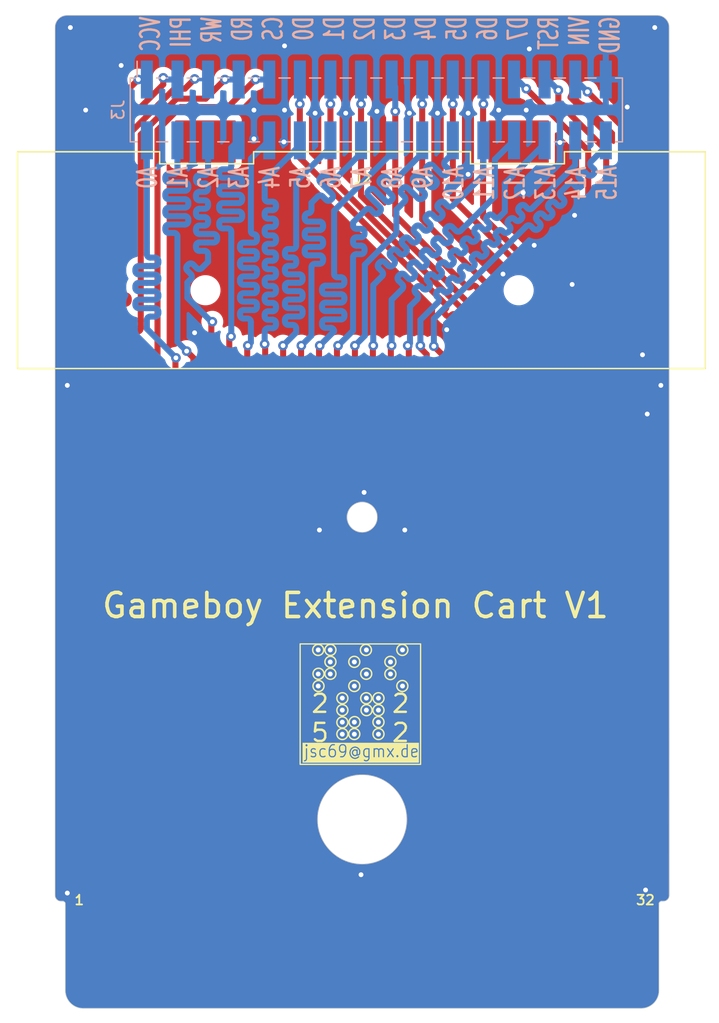
<source format=kicad_pcb>
(kicad_pcb (version 20241229) (generator "pcbnew") (generator_version "9.0")
  (layers (0 "F.Cu" signal) (2 "B.Cu" signal) (13 "F.Paste" user) (15 "B.Paste" user) (5 "F.SilkS" user "F.Silkscreen") (7 "B.SilkS" user "B.Silkscreen") (1 "F.Mask" user) (3 "B.Mask" user) (25 "Edge.Cuts" user))
  (net 0 "")
  (net 1 "A2")
  (net 2 "A9")
  (net 3 "WR")
  (net 4 "D0")
  (net 5 "A7")
  (net 6 "RD")
  (net 7 "PHI")
  (net 8 "D1")
  (net 9 "D2")
  (net 10 "A0")
  (net 11 "A14")
  (net 12 "A10")
  (net 13 "D4")
  (net 14 "A8")
  (net 15 "A6")
  (net 16 "A15")
  (net 17 "A4")
  (net 18 "RST")
  (net 19 "D6")
  (net 20 "VIN")
  (net 21 "A1")
  (net 22 "A11")
  (net 23 "A5")
  (net 24 "VCC")
  (net 25 "A3")
  (net 26 "D5")
  (net 27 "A12")
  (net 28 "D3")
  (net 29 "CS")
  (net 30 "D7")
  (net 31 "GND")
  (net 32 "A13")
  (footprint "Connector_GameBoy:GameBoy_GamePak_DMG-09_P1.50mm_Edge" (layer "F.Cu") (at 144.38 111.64)
    (property "Reference" "J1" (hide yes))
    (property "Value" "GameBoy_GamePak_DMG-09" (hide yes))
  )
  (footprint "Library:GB_GBC_1x32" (layer "F.Cu") (at 144.356 49.544)
    (property "Reference" "J2")
    (property "Value" "GameBoy_GamePak_DMG-09" (hide yes))
  )
  (footprint "Connector_PinHeader_2.54mm:PinHeader_2x16_P2.54mm_Vertical_SMD" (layer "B.Cu") (at 145.542 37.069 -90)
    (property "Reference" "J3")
    (property "Value" "Conn_02x16_Odd_Even")
  )
  (gr_circle (center 142.7226 86.9188) (end 143.1036 87.1728) (stroke (width 0.12)) (fill no) (layer "F.SilkS"))
  (gr_circle (center 146.7104 82.9056) (end 147.0914 83.1596) (stroke (width 0.12)) (fill no) (layer "F.SilkS"))
  (gr_circle (center 143.7386 87.9094) (end 144.1196 88.1634) (stroke (width 0.12)) (fill no) (layer "F.SilkS"))
  (gr_circle (center 140.716 81.915) (end 141.097 82.169) (stroke (width 0.12)) (fill no) (layer "F.SilkS"))
  (gr_circle (center 144.703095 83.8962) (end 145.084095 84.1502) (stroke (width 0.12)) (fill no) (layer "F.SilkS"))
  (gr_circle (center 140.7414 84.9122) (end 141.1224 85.1662) (stroke (width 0.12)) (fill no) (layer "F.SilkS"))
  (gr_circle (center 143.7132 88.9) (end 144.0942 89.154) (stroke (width 0.12)) (fill no) (layer "F.SilkS"))
  (gr_circle (center 147.701 81.915) (end 148.082 82.169) (stroke (width 0.12)) (fill no) (layer "F.SilkS"))
  (gr_circle (center 145.7198 85.9282) (end 146.1008 86.1822) (stroke (width 0.12)) (fill no) (layer "F.SilkS"))
  (gr_circle (center 141.732 81.915) (end 142.113 82.169) (stroke (width 0.12)) (fill no) (layer "F.SilkS"))
  (gr_circle (center 141.732 82.9056) (end 142.113 83.1596) (stroke (width 0.12)) (fill no) (layer "F.SilkS"))
  (gr_circle (center 140.7414 83.8962) (end 141.1224 84.1502) (stroke (width 0.12)) (fill no) (layer "F.SilkS"))
  (gr_circle (center 143.7132 82.9056) (end 144.0942 83.1596) (stroke (width 0.12)) (fill no) (layer "F.SilkS"))
  (gr_rect (start 139.216 81.415) (end 149.216 91.415) (stroke (width 0.1)) (fill no) (layer "F.SilkS"))
  (gr_rect (start 139.216 81.415) (end 149.216 91.415) (stroke (width 0.1)) (fill no) (layer "F.SilkS"))
  (gr_circle (center 142.7226 87.9348) (end 143.1036 88.1888) (stroke (width 0.12)) (fill no) (layer "F.SilkS"))
  (gr_circle (center 144.6784 81.915) (end 145.0594 82.169) (stroke (width 0.12)) (fill no) (layer "F.SilkS"))
  (gr_circle (center 144.7038 85.9282) (end 145.0848 86.1822) (stroke (width 0.12)) (fill no) (layer "F.SilkS"))
  (gr_circle (center 144.7292 86.9188) (end 145.1102 87.1728) (stroke (width 0.12)) (fill no) (layer "F.SilkS"))
  (gr_circle (center 146.7104 83.9216) (end 147.0914 84.1756) (stroke (width 0.12)) (fill no) (layer "F.SilkS"))
  (gr_circle (center 147.701 84.9122) (end 148.082 85.1662) (stroke (width 0.12)) (fill no) (layer "F.SilkS"))
  (gr_circle (center 142.7226 85.9282) (end 143.1036 86.1822) (stroke (width 0.12)) (fill no) (layer "F.SilkS"))
  (gr_circle (center 145.7198 86.9188) (end 146.1008 87.1728) (stroke (width 0.12)) (fill no) (layer "F.SilkS"))
  (gr_circle (center 141.732 83.8962) (end 142.113 84.1502) (stroke (width 0.12)) (fill no) (layer "F.SilkS"))
  (gr_circle (center 145.7198 88.9) (end 146.1008 89.154) (stroke (width 0.12)) (fill no) (layer "F.SilkS"))
  (gr_circle (center 142.7226 88.9) (end 143.1036 89.154) (stroke (width 0.12)) (fill no) (layer "F.SilkS"))
  (gr_circle (center 145.7198 87.9094) (end 146.1008 88.1634) (stroke (width 0.12)) (fill no) (layer "F.SilkS"))
  (gr_circle (center 143.7132 84.9122) (end 144.0942 85.1662) (stroke (width 0.12)) (fill no) (layer "F.SilkS"))
  (gr_circle (center 144.36634 70.89134) (end 145.61634 70.89134) (stroke (width 0.05)) (fill no) (layer "Edge.Cuts"))
  (gr_circle (center 144.36634 95.99134) (end 148.06634 95.99134) (stroke (width 0.05)) (fill no) (layer "Edge.Cuts"))
  (gr_line (start 118.86634 102.29134) (end 118.86634 30.21) (stroke (width 0.05)) (layer "Edge.Cuts"))
  (gr_line (start 169.86634 102.29134) (end 169.8592 30.21) (stroke (width 0.05)) (layer "Edge.Cuts"))
  (gr_line (start 119.51634 102.79134) (end 119.36634 102.79134) (stroke (width 0.05)) (layer "Edge.Cuts"))
  (gr_line (start 169.01634 110.19134) (end 169.01634 102.99134) (stroke (width 0.05)) (layer "Edge.Cuts"))
  (gr_line (start 167.51634 111.69134) (end 121.21634 111.69134) (stroke (width 0.05)) (layer "Edge.Cuts"))
  (gr_arc (start 168.8592 29.21) (mid 169.566307 29.502893) (end 169.8592 30.21) (stroke (width 0.05)) (layer "Edge.Cuts"))
  (gr_line (start 169.36634 102.79134) (end 169.21634 102.79134) (stroke (width 0.05)) (layer "Edge.Cuts"))
  (gr_arc (start 169.86634 102.29134) (mid 169.719893 102.644893) (end 169.36634 102.79134) (stroke (width 0.05)) (layer "Edge.Cuts"))
  (gr_arc (start 119.36634 102.79134) (mid 119.012787 102.644893) (end 118.86634 102.29134) (stroke (width 0.05)) (layer "Edge.Cuts"))
  (gr_arc (start 169.01634 102.99134) (mid 169.074919 102.849919) (end 169.21634 102.79134) (stroke (width 0.05)) (layer "Edge.Cuts"))
  (gr_line (start 119.71634 110.19134) (end 119.71634 102.99134) (stroke (width 0.05)) (layer "Edge.Cuts"))
  (gr_arc (start 118.86634 30.21) (mid 119.159233 29.502893) (end 119.86634 29.21) (stroke (width 0.05)) (layer "Edge.Cuts"))
  (gr_arc (start 169.01634 110.19134) (mid 168.577 111.252) (end 167.51634 111.69134) (stroke (width 0.05)) (layer "Edge.Cuts"))
  (gr_arc (start 121.21634 111.69134) (mid 120.15568 111.252) (end 119.71634 110.19134) (stroke (width 0.05)) (layer "Edge.Cuts"))
  (gr_arc (start 119.51634 102.79134) (mid 119.657761 102.849919) (end 119.71634 102.99134) (stroke (width 0.05)) (layer "Edge.Cuts"))
  (gr_line (start 168.8592 29.21) (end 119.86634 29.21) (stroke (width 0.05)) (layer "Edge.Cuts"))
  (gr_text "Gameboy Extension Cart V1" (at 122.6058 79.4004 0) (layer "F.SilkS") (effects (font (size 2 2) (thickness 0.3)) (justify left bottom)))
  (gr_text "jsc69@gmx.de" (at 139.466 90.915 0) (layer "F.SilkS" knockout) (effects (font (size 1 0.9) (thickness 0.1)) (justify left bottom)))
  (gr_text "2\n2" (at 146.716 89.665 0) (layer "F.SilkS") (effects (font (size 1.5 1.5) (thickness 0.2)) (justify left bottom)))
  (gr_text "2\n5" (at 141.716 89.665 0) (layer "F.SilkS") (effects (font (size 1.5 1.5) (thickness 0.2)) (justify right bottom)))
  (gr_text "VCC\nPHI\nWR\nRD\nCS\nD0\nD1\nD2\nD3\nD4\nD5\nD6\nD7\nRST\nVIN\nGND" (at 165.862 29.21 90) (layer "B.SilkS") (effects (font (size 1.58 1) (thickness 0.2) (bold yes)) (justify left bottom mirror)))
  (gr_text "A0\nA1\nA2\nA3\nA4\nA5\nA6\nA7\nA8\nA9\nA10\nA11\nA12\nA13\nA14\nA15" (at 165.608 41.656 90) (layer "B.SilkS") (effects (font (size 1.58 1) (thickness 0.2) (bold yes)) (justify left bottom mirror)))
  (segment (start 132.42 67.865199) (end 132.42 68.005199) (width 0.5) (layer "F.Cu") (net 1))
  (segment (start 132.14 68.285199) (end 131.91 68.285199) (width 0.5) (layer "F.Cu") (net 1))
  (segment (start 131.846 54.7424) (end 131.9276 54.6608) (width 0.5) (layer "F.Cu") (net 1))
  (segment (start 131.12 68.985199) (end 131.63 68.985199) (width 0.5) (layer "F.Cu") (net 1))
  (segment (start 132.14 69.685199) (end 131.91 69.685199) (width 0.5) (layer "F.Cu") (net 1))
  (segment (start 131.63 68.285199) (end 131.12 68.285199) (width 0.5) (layer "F.Cu") (net 1))
  (segment (start 131.63 60.16) (end 131.63 67.305199) (width 0.5) (layer "F.Cu") (net 1))
  (segment (start 131.91 68.985199) (end 132.14 68.985199) (width 0.5) (layer "F.Cu") (net 1))
  (segment (start 131.91 67.585199) (end 132.14 67.585199) (width 0.5) (layer "F.Cu") (net 1))
  (segment (start 131.63 69.965199) (end 131.63 70.105199) (width 0.5) (layer "F.Cu") (net 1))
  (segment (start 131.91 68.285199) (end 131.63 68.285199) (width 0.5) (layer "F.Cu") (net 1))
  (segment (start 130.84 68.565199) (end 130.84 68.705199) (width 0.5) (layer "F.Cu") (net 1))
  (segment (start 131.846 59.944) (end 131.63 60.16) (width 0.5) (layer "F.Cu") (net 1))
  (segment (start 131.63 70.901044) (end 131.63 104.14) (width 0.5) (layer "F.Cu") (net 1))
  (segment (start 131.63 68.985199) (end 131.91 68.985199) (width 0.5) (layer "F.Cu") (net 1))
  (segment (start 131.63 70.105199) (end 131.63 70.901044) (width 0.5) (layer "F.Cu") (net 1))
  (segment (start 131.846 59.944) (end 131.846 54.7424) (width 0.5) (layer "F.Cu") (net 1))
  (segment (start 132.42 69.265199) (end 132.42 69.405199) (width 0.5) (layer "F.Cu") (net 1))
  (via (at 131.9276 54.6608) (size 0.8) (drill 0.4) (layers "F.Cu" "B.Cu") (net 1))
  (arc (start 132.42 69.405199) (mid 132.33799 69.603189) (end 132.14 69.685199) (width 0.5) (layer "F.Cu") (net 1))
  (arc (start 131.12 68.285199) (mid 130.92201 68.367209) (end 130.84 68.565199) (width 0.5) (layer "F.Cu") (net 1))
  (arc (start 131.63 67.305199) (mid 131.71201 67.503189) (end 131.91 67.585199) (width 0.5) (layer "F.Cu") (net 1))
  (arc (start 132.42 68.005199) (mid 132.33799 68.203189) (end 132.14 68.285199) (width 0.5) (layer "F.Cu") (net 1))
  (arc (start 130.84 68.705199) (mid 130.92201 68.903189) (end 131.12 68.985199) (width 0.5) (layer "F.Cu") (net 1))
  (arc (start 132.14 68.985199) (mid 132.33799 69.067209) (end 132.42 69.265199) (width 0.5) (layer "F.Cu") (net 1))
  (arc (start 131.91 69.685199) (mid 131.71201 69.767209) (end 131.63 69.965199) (width 0.5) (layer "F.Cu") (net 1))
  (arc (start 132.14 67.585199) (mid 132.33799 67.667209) (end 132.42 67.865199) (width 0.5) (layer "F.Cu") (net 1))
  (segment (start 131.292 47.374282) (end 131.572 47.374282) (width 0.5) (layer "B.Cu") (net 1))
  (segment (start 130.572 46.954282) (end 130.572 47.094282) (width 0.5) (layer "B.Cu") (net 1))
  (segment (start 131.572 43.454282) (end 131.572 43.594282) (width 0.5) (layer "B.Cu") (net 1))
  (segment (start 130.051719 51.202679) (end 129.972459 51.281941) (width 0.5) (layer "B.Cu") (net 1))
  (segment (start 131.292 48.074282) (end 130.852 48.074282) (width 0.5) (layer "B.Cu") (net 1))
  (segment (start 130.852 44.574282) (end 131.292 44.574282) (width 0.5) (layer "B.Cu") (net 1))
  (segment (start 131.572 46.254282) (end 131.572 46.394282) (width 0.5) (layer "B.Cu") (net 1))
  (segment (start 131.572 39.594) (end 131.572 42.194282) (width 0.5) (layer "B.Cu") (net 1))
  (segment (start 130.572 42.754282) (end 130.572 42.894282) (width 0.5) (layer "B.Cu") (net 1))
  (segment (start 131.572 49.194282) (end 131.572 49.6824) (width 0.5) (layer "B.Cu") (net 1))
  (segment (start 131.292 43.874282) (end 130.852 43.874282) (width 0.5) (layer "B.Cu") (net 1))
  (segment (start 130.150713 51.103683) (end 130.051719 51.202679) (width 0.5) (layer "B.Cu") (net 1))
  (segment (start 132.042 48.074282) (end 131.572 48.074282) (width 0.5) (layer "B.Cu") (net 1))
  (segment (start 131.572 49.6824) (end 131.041669 50.21273) (width 0.5) (layer "B.Cu") (net 1))
  (segment (start 131.572 47.374282) (end 132.042 47.374282) (width 0.5) (layer "B.Cu") (net 1))
  (segment (start 131.850065 54.6608) (end 131.9276 54.6608) (width 0.5) (layer "B.Cu") (net 1))
  (segment (start 129.855 52.665735) (end 131.850065 54.6608) (width 0.5) (layer "B.Cu") (net 1))
  (segment (start 132.322 47.654282) (end 132.322 47.794282) (width 0.5) (layer "B.Cu") (net 1))
  (segment (start 131.572 48.074282) (end 131.292 48.074282) (width 0.5) (layer "B.Cu") (net 1))
  (segment (start 130.852 45.974282) (end 131.292 45.974282) (width 0.5) (layer "B.Cu") (net 1))
  (segment (start 130.852 43.174282) (end 131.292 43.174282) (width 0.5) (layer "B.Cu") (net 1))
  (segment (start 130.852 48.774282) (end 131.292 48.774282) (width 0.5) (layer "B.Cu") (net 1))
  (segment (start 130.572 44.154282) (end 130.572 44.294282) (width 0.5) (layer "B.Cu") (net 1))
  (segment (start 131.292 42.474282) (end 130.852 42.474282) (width 0.5) (layer "B.Cu") (net 1))
  (segment (start 131.292 46.674282) (end 130.852 46.674282) (width 0.5) (layer "B.Cu") (net 1))
  (segment (start 130.645689 50.21273) (end 130.334562 49.901603) (width 0.5) (layer "B.Cu") (net 1))
  (segment (start 131.572 44.854282) (end 131.572 44.994282) (width 0.5) (layer "B.Cu") (net 1))
  (segment (start 131.292 45.274282) (end 130.852 45.274282) (width 0.5) (layer "B.Cu") (net 1))
  (segment (start 129.938582 49.901603) (end 129.839587 50.000597) (width 0.5) (layer "B.Cu") (net 1))
  (segment (start 129.839587 50.396577) (end 130.150713 50.707703) (width 0.5) (layer "B.Cu") (net 1))
  (segment (start 129.855 51.3994) (end 129.855 52.665735) (width 0.5) (layer "B.Cu") (net 1))
  (segment (start 130.572 45.554282) (end 130.572 45.694282) (width 0.5) (layer "B.Cu") (net 1))
  (segment (start 130.572 48.354282) (end 130.572 48.494282) (width 0.5) (layer "B.Cu") (net 1))
  (segment (start 130.852 47.374282) (end 131.292 47.374282) (width 0.5) (layer "B.Cu") (net 1))
  (segment (start 129.972459 51.281941) (end 129.855 51.3994) (width 0.5) (layer "B.Cu") (net 1))
  (segment (start 131.572 49.054282) (end 131.572 49.194282) (width 0.5) (layer "B.Cu") (net 1))
  (arc (start 130.572 45.694282) (mid 130.65401 45.892272) (end 130.852 45.974282) (width 0.5) (layer "B.Cu") (net 1))
  (arc (start 131.292 44.574282) (mid 131.48999 44.656292) (end 131.572 44.854282) (width 0.5) (layer "B.Cu") (net 1))
  (arc (start 130.572 44.294282) (mid 130.65401 44.492272) (end 130.852 44.574282) (width 0.5) (layer "B.Cu") (net 1))
  (arc (start 130.852 45.274282) (mid 130.65401 45.356292) (end 130.572 45.554282) (width 0.5) (layer "B.Cu") (net 1))
  (arc (start 130.572 48.494282) (mid 130.65401 48.692272) (end 130.852 48.774282) (width 0.5) (layer "B.Cu") (net 1))
  (arc (start 130.852 48.074282) (mid 130.65401 48.156292) (end 130.572 48.354282) (width 0.5) (layer "B.Cu") (net 1))
  (arc (start 131.572 44.994282) (mid 131.48999 45.192272) (end 131.292 45.274282) (width 0.5) (layer "B.Cu") (net 1))
  (arc (start 131.292 43.174282) (mid 131.48999 43.256292) (end 131.572 43.454282) (width 0.5) (layer "B.Cu") (net 1))
  (arc (start 132.322 47.794282) (mid 132.23999 47.992272) (end 132.042 48.074282) (width 0.5) (layer "B.Cu") (net 1))
  (arc (start 131.572 46.394282) (mid 131.48999 46.592272) (end 131.292 46.674282) (width 0.5) (layer "B.Cu") (net 1))
  (arc (start 130.150713 50.707703) (mid 130.232723 50.905693) (end 130.150713 51.103683) (width 0.5) (layer "B.Cu") (net 1))
  (arc (start 129.839587 50.000597) (mid 129.757577 50.198587) (end 129.839587 50.396577) (width 0.5) (layer "B.Cu") (net 1))
  (arc (start 131.292 45.974282) (mid 131.48999 46.056292) (end 131.572 46.254282) (width 0.5) (layer "B.Cu") (net 1))
  (arc (start 131.041669 50.21273) (mid 130.843679 50.29474) (end 130.645689 50.21273) (width 0.5) (layer "B.Cu") (net 1))
  (arc (start 132.042 47.374282) (mid 132.23999 47.456292) (end 132.322 47.654282) (width 0.5) (layer "B.Cu") (net 1))
  (arc (start 130.334562 49.901603) (mid 130.136572 49.819593) (end 129.938582 49.901603) (width 0.5) (layer "B.Cu") (net 1))
  (arc (start 131.572 42.194282) (mid 131.48999 42.392272) (end 131.292 42.474282) (width 0.5) (layer "B.Cu") (net 1))
  (arc (start 130.572 47.094282) (mid 130.65401 47.292272) (end 130.852 47.374282) (width 0.5) (layer "B.Cu") (net 1))
  (arc (start 131.572 43.594282) (mid 131.48999 43.792272) (end 131.292 43.874282) (width 0.5) (layer "B.Cu") (net 1))
  (arc (start 130.852 43.874282) (mid 130.65401 43.956292) (end 130.572 44.154282) (width 0.5) (layer "B.Cu") (net 1))
  (arc (start 130.852 42.474282) (mid 130.65401 42.556292) (end 130.572 42.754282) (width 0.5) (layer "B.Cu") (net 1))
  (arc (start 130.852 46.674282) (mid 130.65401 46.756292) (end 130.572 46.954282) (width 0.5) (layer "B.Cu") (net 1))
  (arc (start 131.292 48.774282) (mid 131.48999 48.856292) (end 131.572 49.054282) (width 0.5) (layer "B.Cu") (net 1))
  (arc (start 130.572 42.894282) (mid 130.65401 43.092272) (end 130.852 43.174282) (width 0.5) (layer "B.Cu") (net 1))
  (segment (start 142.905999 62.401109) (end 142.905999 62.249109) (width 0.5) (layer "F.Cu") (net 2))
  (segment (start 142.275999 67.554051) (end 142.275999 63.009109) (width 0.5) (layer "F.Cu") (net 2))
  (segment (start 142.275999 59.944) (end 142.275999 56.733001) (width 0.5) (layer "F.Cu") (net 2))
  (segment (start 142.601999 61.945109) (end 142.579999 61.945109) (width 0.5) (layer "F.Cu") (net 2))
  (segment (start 138.492 97.956204) (end 138.492 71.338051) (width 0.5) (layer "F.Cu") (net 2))
  (segment (start 142.275999 61.641109) (end 142.275999 61.489109) (width 0.5) (layer "F.Cu") (net 2))
  (segment (start 142.275999 61.341) (end 142.275999 59.944) (width 0.5) (layer "F.Cu") (net 2))
  (segment (start 142.275999 61.489109) (end 142.275999 61.341) (width 0.5) (layer "F.Cu") (net 2))
  (segment (start 142.13 101.594204) (end 138.492 97.956204) (width 0.5) (layer "F.Cu") (net 2))
  (segment (start 142.13 104.14) (end 142.13 101.594204) (width 0.5) (layer "F.Cu") (net 2))
  (segment (start 142.579999 62.705109) (end 142.601999 62.705109) (width 0.5) (layer "F.Cu") (net 2))
  (segment (start 138.492 71.338051) (end 142.275999 67.554051) (width 0.5) (layer "F.Cu") (net 2))
  (segment (start 142.275999 56.733001) (end 142.367 56.642) (width 0.5) (layer "F.Cu") (net 2))
  (via (at 142.367 56.642) (size 0.8) (drill 0.4) (layers "F.Cu" "B.Cu") (net 2))
  (arc (start 142.275999 63.009109) (mid 142.365039 62.794149) (end 142.579999 62.705109) (width 0.5) (layer "F.Cu") (net 2))
  (arc (start 142.905999 62.249109) (mid 142.816959 62.034149) (end 142.601999 61.945109) (width 0.5) (layer "F.Cu") (net 2))
  (arc (start 142.579999 61.945109) (mid 142.365039 61.856069) (end 142.275999 61.641109) (width 0.5) (layer "F.Cu") (net 2))
  (arc (start 142.601999 62.705109) (mid 142.816959 62.616069) (end 142.905999 62.401109) (width 0.5) (layer "F.Cu") (net 2))
  (segment (start 145.838984 45.129534) (end 145.563212 44.853762) (width 0.5) (layer "B.Cu") (net 2))
  (segment (start 143.6116 46.4094) (end 144.14193 45.879069) (width 0.5) (layer "B.Cu") (net 2))
  (segment (start 146.355176 43.665824) (end 146.157187 43.467835) (width 0.5) (layer "B.Cu") (net 2))
  (segment (start 144.2816 48.343825) (end 143.8916 48.343825) (width 0.5) (layer "B.Cu") (net 2))
  (segment (start 147.685392 42.335608) (end 149.352 40.669) (width 0.5) (layer "B.Cu") (net 2))
  (segment (start 144.2816 46.943825) (end 143.8916 46.943825) (width 0.5) (layer "B.Cu") (net 2))
  (segment (start 145.860202 44.160801) (end 145.860201 44.160799) (width 0.5) (layer "B.Cu") (net 2))
  (segment (start 145.73999 45.624509) (end 145.838984 45.525514) (width 0.5) (layer "B.Cu") (net 2))
  (segment (start 144.14193 45.879069) (end 144.67226 45.348738) (width 0.5) (layer "B.Cu") (net 2))
  (segment (start 147.147137 42.873864) (end 147.685392 42.335608) (width 0.5) (layer "B.Cu") (net 2))
  (segment (start 145.365225 44.655775) (end 144.891464 44.182014) (width 0.5) (layer "B.Cu") (net 2))
  (segment (start 146.729942 44.63456) (end 146.828936 44.535565) (width 0.5) (layer "B.Cu") (net 2))
  (segment (start 143.6116 46.523825) (end 143.6116 46.4094) (width 0.5) (layer "B.Cu") (net 2))
  (segment (start 144.5616 48.763825) (end 144.5616 48.623825) (width 0.5) (layer "B.Cu") (net 2))
  (segment (start 149.352 40.669) (end 149.352 39.594) (width 0.5) (layer "B.Cu") (net 2))
  (segment (start 145.860201 44.160799) (end 146.333962 44.63456) (width 0.5) (layer "B.Cu") (net 2))
  (segment (start 145.068239 45.348738) (end 145.34401 45.624509) (width 0.5) (layer "B.Cu") (net 2))
  (segment (start 143.6116 55.3974) (end 143.6116 49.323825) (width 0.5) (layer "B.Cu") (net 2))
  (segment (start 143.6116 48.063825) (end 143.6116 47.923825) (width 0.5) (layer "B.Cu") (net 2))
  (segment (start 146.376391 42.697088) (end 146.652163 42.97286) (width 0.5) (layer "B.Cu") (net 2))
  (segment (start 145.881415 42.796083) (end 145.980411 42.697088) (width 0.5) (layer "B.Cu") (net 2))
  (segment (start 146.157187 43.467835) (end 145.881415 43.192063) (width 0.5) (layer "B.Cu") (net 2))
  (segment (start 143.6116 46.663825) (end 143.6116 46.523825) (width 0.5) (layer "B.Cu") (net 2))
  (segment (start 143.8916 49.043825) (end 144.2816 49.043825) (width 0.5) (layer "B.Cu") (net 2))
  (segment (start 146.828936 44.139585) (end 146.355174 43.665823) (width 0.5) (layer "B.Cu") (net 2))
  (segment (start 144.5616 47.363825) (end 144.5616 47.223825) (width 0.5) (layer "B.Cu") (net 2))
  (segment (start 144.891464 43.786034) (end 144.99046 43.687039) (width 0.5) (layer "B.Cu") (net 2))
  (segment (start 147.048143 42.97286) (end 147.147137 42.873864) (width 0.5) (layer "B.Cu") (net 2))
  (segment (start 142.367 56.642) (end 143.6116 55.3974) (width 0.5) (layer "B.Cu") (net 2))
  (segment (start 146.355174 43.665823) (end 146.355176 43.665824) (width 0.5) (layer "B.Cu") (net 2))
  (segment (start 145.365222 44.655772) (end 145.365225 44.655775) (width 0.5) (layer "B.Cu") (net 2))
  (segment (start 143.8916 47.643825) (end 144.2816 47.643825) (width 0.5) (layer "B.Cu") (net 2))
  (segment (start 145.563212 44.853762) (end 145.365222 44.655772) (width 0.5) (layer "B.Cu") (net 2))
  (segment (start 145.38644 43.687039) (end 145.860202 44.160801) (width 0.5) (layer "B.Cu") (net 2))
  (arc (start 146.333962 44.63456) (mid 146.531952 44.71657) (end 146.729942 44.63456) (width 0.5) (layer "B.Cu") (net 2))
  (arc (start 144.2816 47.643825) (mid 144.47959 47.561815) (end 144.5616 47.363825) (width 0.5) (layer "B.Cu") (net 2))
  (arc (start 145.838984 45.525514) (mid 145.920994 45.327524) (end 145.838984 45.129534) (width 0.5) (layer "B.Cu") (net 2))
  (arc (start 146.828936 44.535565) (mid 146.910946 44.337575) (end 146.828936 44.139585) (width 0.5) (layer "B.Cu") (net 2))
  (arc (start 143.6116 49.323825) (mid 143.69361 49.125835) (end 143.8916 49.043825) (width 0.5) (layer "B.Cu") (net 2))
  (arc (start 144.5616 48.623825) (mid 144.47959 48.425835) (end 144.2816 48.343825) (width 0.5) (layer "B.Cu") (net 2))
  (arc (start 145.980411 42.697088) (mid 146.178401 42.615078) (end 146.376391 42.697088) (width 0.5) (layer "B.Cu") (net 2))
  (arc (start 143.6116 47.923825) (mid 143.69361 47.725835) (end 143.8916 47.643825) (width 0.5) (layer "B.Cu") (net 2))
  (arc (start 144.891464 44.182014) (mid 144.809454 43.984024) (end 144.891464 43.786034) (width 0.5) (layer "B.Cu") (net 2))
  (arc (start 143.8916 46.943825) (mid 143.69361 46.861815) (end 143.6116 46.663825) (width 0.5) (layer "B.Cu") (net 2))
  (arc (start 145.881415 43.192063) (mid 145.799405 42.994073) (end 145.881415 42.796083) (width 0.5) (layer "B.Cu") (net 2))
  (arc (start 144.99046 43.687039) (mid 145.18845 43.605029) (end 145.38644 43.687039) (width 0.5) (layer "B.Cu") (net 2))
  (arc (start 146.652163 42.97286) (mid 146.850153 43.05487) (end 147.048143 42.97286) (width 0.5) (layer "B.Cu") (net 2))
  (arc (start 143.8916 48.343825) (mid 143.69361 48.261815) (end 143.6116 48.063825) (width 0.5) (layer "B.Cu") (net 2))
  (arc (start 145.34401 45.624509) (mid 145.542 45.706519) (end 145.73999 45.624509) (width 0.5) (layer "B.Cu") (net 2))
  (arc (start 144.5616 47.223825) (mid 144.47959 47.025835) (end 144.2816 46.943825) (width 0.5) (layer "B.Cu") (net 2))
  (arc (start 144.67226 45.348738) (mid 144.870249 45.266728) (end 145.068239 45.348738) (width 0.5) (layer "B.Cu") (net 2))
  (arc (start 144.2816 49.043825) (mid 144.47959 48.961815) (end 144.5616 48.763825) (width 0.5) (layer "B.Cu") (net 2))
  (segment (start 124.396 53.167732) (end 124.706 53.167732) (width 0.5) (layer "F.Cu") (net 3))
  (segment (start 124.13 103.937) (end 124.396 103.671) (width 0.3) (layer "F.Cu") (net 3))
  (segment (start 124.396 51.487732) (end 124.396 51.347732) (width 0.5) (layer "F.Cu") (net 3))
  (segment (start 124.13 91.34469) (end 124.41 91.34469) (width 0.5) (layer "F.Cu") (net 3))
  (segment (start 123.34 90.92469) (end 123.34 91.06469) (width 0.5) (layer "F.Cu") (net 3))
  (segment (start 124.13 60.21) (end 124.13 89.66469) (width 0.5) (layer "F.Cu") (net 3))
  (segment (start 124.706 52.467732) (end 124.396 52.467732) (width 0.5) (layer "F.Cu") (net 3))
  (segment (start 123.806 53.587732) (end 123.806 53.447732) (width 0.5) (layer "F.Cu") (net 3))
  (segment (start 124.396 50.8) (end 124.396 39.688) (width 0.5) (layer "F.Cu") (net 3))
  (segment (start 123.806 52.187732) (end 123.806 52.047732) (width 0.5) (layer "F.Cu") (net 3))
  (segment (start 124.396 59.944) (end 124.396 54.147732) (width 0.5) (layer "F.Cu") (net 3))
  (segment (start 124.92 90.22469) (end 124.92 90.36469) (width 0.5) (layer "F.Cu") (net 3))
  (segment (start 124.986 52.887732) (end 124.986 52.747732) (width 0.5) (layer "F.Cu") (net 3))
  (segment (start 124.396 52.467732) (end 124.116 52.467732) (width 0.5) (layer "F.Cu") (net 3))
  (segment (start 124.13 93.091866) (end 124.13 104.14) (width 0.5) (layer "F.Cu") (net 3))
  (segment (start 124.41 89.94469) (end 124.64 89.94469) (width 0.5) (layer "F.Cu") (net 3))
  (segment (start 129.65145 35.306) (end 130.461632 34.495818) (width 0.5) (layer "F.Cu") (net 3))
  (segment (start 124.64 92.04469) (end 124.41 92.04469) (width 0.5) (layer "F.Cu") (net 3))
  (segment (start 124.13 92.46469) (end 124.13 93.091866) (width 0.5) (layer "F.Cu") (net 3))
  (segment (start 124.396 39.688) (end 128.778 35.306) (width 0.5) (layer "F.Cu") (net 3))
  (segment (start 124.116 53.867732) (end 124.086 53.867732) (width 0.5) (layer "F.Cu") (net 3))
  (segment (start 123.62 91.34469) (end 124.13 91.34469) (width 0.5) (layer "F.Cu") (net 3))
  (segment (start 124.41 91.34469) (end 124.64 91.34469) (width 0.5) (layer "F.Cu") (net 3))
  (segment (start 124.086 53.167732) (end 124.116 53.167732) (width 0.5) (layer "F.Cu") (net 3))
  (segment (start 124.13 90.64469) (end 123.62 90.64469) (width 0.5) (layer "F.Cu") (net 3))
  (segment (start 124.396 103.874) (end 124.13 104.14) (width 0.3) (layer "F.Cu") (net 3))
  (segment (start 124.13 92.32469) (end 124.13 92.46469) (width 0.5) (layer "F.Cu") (net 3))
  (segment (start 124.116 52.467732) (end 124.086 52.467732) (width 0.5) (layer "F.Cu") (net 3))
  (segment (start 124.396 59.944) (end 124.13 60.21) (width 0.5) (layer "F.Cu") (net 3))
  (segment (start 124.13 104.14) (end 124.13 103.937) (width 0.3) (layer "F.Cu") (net 3))
  (segment (start 124.64 90.64469) (end 124.41 90.64469) (width 0.5) (layer "F.Cu") (net 3))
  (segment (start 124.116 53.167732) (end 124.396 53.167732) (width 0.5) (layer "F.Cu") (net 3))
  (segment (start 124.41 90.64469) (end 124.13 90.64469) (width 0.5) (layer "F.Cu") (net 3))
  (segment (start 124.396 51.347732) (end 124.396 50.8) (width 0.5) (layer "F.Cu") (net 3))
  (segment (start 128.778 35.306) (end 129.65145 35.306) (width 0.5) (layer "F.Cu") (net 3))
  (segment (start 124.92 91.62469) (end 124.92 91.76469) (width 0.5) (layer "F.Cu") (net 3))
  (segment (start 124.086 51.767732) (end 124.116 51.767732) (width 0.5) (layer "F.Cu") (net 3))
  (via (at 130.461632 34.495818) (size 0.8) (drill 0.4) (layers "F.Cu" "B.Cu") (net 3))
  (arc (start 123.34 91.06469) (mid 123.42201 91.26268) (end 123.62 91.34469) (width 0.5) (layer "F.Cu") (net 3))
  (arc (start 124.086 53.867732) (mid 123.88801 53.785722) (end 123.806 53.587732) (width 0.5) (layer "F.Cu") (net 3))
  (arc (start 124.396 54.147732) (mid 124.31399 53.949742) (end 124.116 53.867732) (width 0.5) (layer "F.Cu") (net 3))
  (arc (start 124.986 52.747732) (mid 124.90399 52.549742) (end 124.706 52.467732) (width 0.5) (layer "F.Cu") (net 3))
  (arc (start 124.13 89.66469) (mid 124.21201 89.86268) (end 124.41 89.94469) (width 0.5) (layer "F.Cu") (net 3))
  (arc (start 124.41 92.04469) (mid 124.21201 92.1267) (end 124.13 92.32469) (width 0.5) (layer "F.Cu") (net 3))
  (arc (start 124.116 51.767732) (mid 124.31399 51.685722) (end 124.396 51.487732) (width 0.5) (layer "F.Cu") (net 3))
  (arc (start 123.806 53.447732) (mid 123.88801 53.249742) (end 124.086 53.167732) (width 0.5) (layer "F.Cu") (net 3))
  (arc (start 124.706 53.167732) (mid 124.90399 53.085722) (end 124.986 52.887732) (width 0.5) (layer "F.Cu") (net 3))
  (arc (start 123.62 90.64469) (mid 123.42201 90.7267) (end 123.34 90.92469) (width 0.5) (layer "F.Cu") (net 3))
  (arc (start 124.92 90.36469) (mid 124.83799 90.56268) (end 124.64 90.64469) (width 0.5) (layer "F.Cu") (net 3))
  (arc (start 124.64 89.94469) (mid 124.83799 90.0267) (end 124.92 90.22469) (width 0.5) (layer "F.Cu") (net 3))
  (arc (start 123.806 52.047732) (mid 123.88801 51.849742) (end 124.086 51.767732) (width 0.5) (layer "F.Cu") (net 3))
  (arc (start 124.086 52.467732) (mid 123.88801 52.385722) (end 123.806 52.187732) (width 0.5) (layer "F.Cu") (net 3))
  (arc (start 124.92 91.76469) (mid 124.83799 91.96268) (end 124.64 92.04469) (width 0.5) (layer "F.Cu") (net 3))
  (arc (start 124.64 91.34469) (mid 124.83799 91.4267) (end 124.92 91.62469) (width 0.5) (layer "F.Cu") (net 3))
  (segment (start 131.572 34.544) (end 130.509814 34.544) (width 0.3) (layer "B.Cu") (net 3))
  (segment (start 130.509814 34.544) (end 130.461632 34.495818) (width 0.3) (layer "B.Cu") (net 3))
  (segment (start 151.355424 54.133902) (end 151.256431 54.034907) (width 0.5) (layer "F.Cu") (net 4))
  (segment (start 152.63 99.846) (end 152.63 104.14) (width 0.5) (layer "F.Cu") (net 4))
  (segment (start 152.706 54.63595) (end 152.17567 54.105619) (width 0.5) (layer "F.Cu") (net 4))
  (segment (start 152.706 68.207587) (end 152.706 69.29) (width 0.5) (layer "F.Cu") (net 4))
  (segment (start 141.032 42.961949) (end 141.032 42.8864) (width 0.5) (layer "F.Cu") (net 4))
  (segment (start 151.986 66.301174) (end 151.986 66.441174) (width 0.5) (layer "F.Cu") (net 4))
  (segment (start 152.706 66.021174) (end 152.266 66.021174) (width 0.5) (layer "F.Cu") (net 4))
  (segment (start 153.426 65.601174) (end 153.426 65.741174) (width 0.5) (layer "F.Cu") (net 4))
  (segment (start 152.654 69.342) (end 153.133536 69.821536) (width 0.5) (layer "F.Cu") (net 4))
  (segment (start 152.706 66.721174) (end 152.986 66.721174) (width 0.5) (layer "F.Cu") (net 4))
  (segment (start 152.266 66.721174) (end 152.706 66.721174) (width 0.5) (layer "F.Cu") (net 4))
  (segment (start 152.426 56.527202) (end 152.386 56.527202) (width 0.5) (layer "F.Cu") (net 4))
  (segment (start 152.706 55.547202) (end 152.706 55.407202) (width 0.5) (layer "F.Cu") (net 4))
  (segment (start 152.706 67.701174) (end 152.706 67.841174) (width 0.5) (layer "F.Cu") (net 4))
  (segment (start 152.706 59.944) (end 152.706 56.807202) (width 0.5) (layer "F.Cu") (net 4))
  (segment (start 151.256429 53.638928) (end 151.284714 53.610642) (width 0.5) (layer "F.Cu") (net 4))
  (segment (start 151.18572 53.115669) (end 150.937389 52.867338) (width 0.5) (layer "F.Cu") (net 4))
  (segment (start 152.106 56.247202) (end 152.106 56.107202) (width 0.5) (layer "F.Cu") (net 4))
  (segment (start 152.986 66.021174) (end 152.706 66.021174) (width 0.5) (layer "F.Cu") (net 4))
  (segment (start 152.706 59.944) (end 152.706 65.041174) (width 0.5) (layer "F.Cu") (net 4))
  (segment (start 152.986 66.721174) (end 153.146 66.721174) (width 0.5) (layer "F.Cu") (net 4))
  (segment (start 152.706 67.841174) (end 152.706 68.207587) (width 0.5) (layer "F.Cu") (net 4))
  (segment (start 150.937389 52.867338) (end 141.032 42.961949) (width 0.5) (layer "F.Cu") (net 4))
  (segment (start 152.706 55.407202) (end 152.706 54.63595) (width 0.5) (layer "F.Cu") (net 4))
  (segment (start 152.706 69.29) (end 152.654 69.342) (width 0.5) (layer "F.Cu") (net 4))
  (segment (start 141.032 42.8864) (end 139.192 41.0464) (width 0.5) (layer "F.Cu") (net 4))
  (segment (start 152.986 65.321174) (end 153.146 65.321174) (width 0.5) (layer "F.Cu") (net 4))
  (segment (start 153.133536 99.342464) (end 152.63 99.846) (width 0.5) (layer "F.Cu") (net 4))
  (segment (start 153.133536 69.821536) (end 153.133536 99.342464) (width 0.5) (layer "F.Cu") (net 4))
  (segment (start 151.284714 53.214662) (end 151.18572 53.115669) (width 0.5) (layer "F.Cu") (net 4))
  (segment (start 153.426 67.001174) (end 153.426 67.141174) (width 0.5) (layer "F.Cu") (net 4))
  (segment (start 151.77969 54.105619) (end 151.751404 54.133902) (width 0.5) (layer "F.Cu") (net 4))
  (segment (start 153.146 67.421174) (end 152.986 67.421174) (width 0.5) (layer "F.Cu") (net 4))
  (segment (start 152.386 55.827202) (end 152.426 55.827202) (width 0.5) (layer "F.Cu") (net 4))
  (segment (start 153.146 66.021174) (end 152.986 66.021174) (width 0.5) (layer "F.Cu") (net 4))
  (segment (start 139.192 41.0464) (end 139.192 36.576) (width 0.5) (layer "F.Cu") (net 4))
  (via (at 139.192 36.576) (size 0.8) (drill 0.4) (layers "F.Cu" "B.Cu") (net 4))
  (arc (start 152.706 65.041174) (mid 152.78801 65.239164) (end 152.986 65.321174) (width 0.5) (layer "F.Cu") (net 4))
  (arc (start 152.386 56.527202) (mid 152.18801 56.445192) (end 152.106 56.247202) (width 0.5) (layer "F.Cu") (net 4))
  (arc (start 153.426 65.741174) (mid 153.34399 65.939164) (end 153.146 66.021174) (width 0.5) (layer "F.Cu") (net 4))
  (arc (start 152.17567 54.105619) (mid 151.97768 54.023609) (end 151.77969 54.105619) (width 0.5) (layer "F.Cu") (net 4))
  (arc (start 152.426 55.827202) (mid 152.62399 55.745192) (end 152.706 55.547202) (width 0.5) (layer "F.Cu") (net 4))
  (arc (start 151.256431 54.034907) (mid 151.174419 53.836918) (end 151.256429 53.638928) (width 0.5) (layer "F.Cu") (net 4))
  (arc (start 152.706 56.807202) (mid 152.62399 56.609212) (end 152.426 56.527202) (width 0.5) (layer "F.Cu") (net 4))
  (arc (start 153.426 67.141174) (mid 153.34399 67.339164) (end 153.146 67.421174) (width 0.5) (layer "F.Cu") (net 4))
  (arc (start 152.106 56.107202) (mid 152.18801 55.909212) (end 152.386 55.827202) (width 0.5) (layer "F.Cu") (net 4))
  (arc (start 151.284714 53.610642) (mid 151.366724 53.412652) (end 151.284714 53.214662) (width 0.5) (layer "F.Cu") (net 4))
  (arc (start 153.146 65.321174) (mid 153.34399 65.403184) (end 153.426 65.601174) (width 0.5) (layer "F.Cu") (net 4))
  (arc (start 151.751404 54.133902) (mid 151.553414 54.215912) (end 151.355424 54.133902) (width 0.5) (layer "F.Cu") (net 4))
  (arc (start 152.986 67.421174) (mid 152.78801 67.503184) (end 152.706 67.701174) (width 0.5) (layer "F.Cu") (net 4))
  (arc (start 151.986 66.441174) (mid 152.06801 66.639164) (end 152.266 66.721174) (width 0.5) (layer "F.Cu") (net 4))
  (arc (start 152.266 66.021174) (mid 152.06801 66.103184) (end 151.986 66.301174) (width 0.5) (layer "F.Cu") (net 4))
  (arc (start 153.146 66.721174) (mid 153.34399 66.803184) (end 153.426 67.001174) (width 0.5) (layer "F.Cu") (net 4))
  (segment (start 139.192 34.543999) (end 139.192 36.576) (width 0.5) (layer "B.Cu") (net 4))
  (segment (start 140.046 62.601816) (end 140.046 62.741816) (width 0.5) (layer "F.Cu") (net 5))
  (segment (start 139.296 64.701816) (end 139.296 64.841816) (width 0.5) (layer "F.Cu") (net 5))
  (segment (start 139.296 59.944) (end 139.296 62.041816) (width 0.5) (layer "F.Cu") (net 5))
  (segment (start 139.576 62.321816) (end 139.766 62.321816) (width 0.5) (layer "F.Cu") (net 5))
  (segment (start 139.296 67.236652) (end 139.296 67.221681) (width 0.5) (layer "F.Cu") (net 5))
  (segment (start 137.091 70.759153) (end 139.296 68.554151) (width 0.5) (layer "F.Cu") (net 5))
  (segment (start 139.13 104.14) (end 139.13 100.574102) (width 0.5) (layer "F.Cu") (net 5))
  (segment (start 139.296 64.841816) (end 139.296 65.380284) (width 0.5) (layer "F.Cu") (net 5))
  (segment (start 139.296 59.944) (end 139.296 56.665) (width 0.5) (layer "F.Cu") (net 5))
  (segment (start 139.766 64.421816) (end 139.576 64.421816) (width 0.5) (layer "F.Cu") (net 5))
  (segment (start 139.296 65.380284) (end 139.296 67.221681) (width 0.5) (layer "F.Cu") (net 5))
  (segment (start 139.13 100.574102) (end 137.091 98.535101) (width 0.5) (layer "F.Cu") (net 5))
  (segment (start 137.091 98.535101) (end 137.091 70.759153) (width 0.5) (layer "F.Cu") (net 5))
  (segment (start 140.046 64.001816) (end 140.046 64.141816) (width 0.5) (layer "F.Cu") (net 5))
  (segment (start 139.296 56.665) (end 139.319 56.642) (width 0.5) (layer "F.Cu") (net 5))
  (segment (start 139.296 68.554151) (end 139.296 67.236652) (width 0.5) (layer "F.Cu") (net 5))
  (segment (start 139.766 63.021816) (end 139.576 63.021816) (width 0.5) (layer "F.Cu") (net 5))
  (segment (start 139.576 63.721816) (end 139.766 63.721816) (width 0.5) (layer "F.Cu") (net 5))
  (segment (start 139.296 63.301816) (end 139.296 63.441816) (width 0.5) (layer "F.Cu") (net 5))
  (via (at 139.319 56.642) (size 0.8) (drill 0.4) (layers "F.Cu" "B.Cu") (net 5))
  (arc (start 140.046 62.741816) (mid 139.96399 62.939806) (end 139.766 63.021816) (width 0.5) (layer "F.Cu") (net 5))
  (arc (start 139.766 62.321816) (mid 139.96399 62.403826) (end 140.046 62.601816) (width 0.5) (layer "F.Cu") (net 5))
  (arc (start 139.296 62.041816) (mid 139.37801 62.239806) (end 139.576 62.321816) (width 0.5) (layer "F.Cu") (net 5))
  (arc (start 139.576 63.021816) (mid 139.37801 63.103826) (end 139.296 63.301816) (width 0.5) (layer "F.Cu") (net 5))
  (arc (start 139.766 63.721816) (mid 139.96399 63.803826) (end 140.046 64.001816) (width 0.5) (layer "F.Cu") (net 5))
  (arc (start 139.576 64.421816) (mid 139.37801 64.503826) (end 139.296 64.701816) (width 0.5) (layer "F.Cu") (net 5))
  (arc (start 139.296 63.441816) (mid 139.37801 63.639806) (end 139.576 63.721816) (width 0.5) (layer "F.Cu") (net 5))
  (arc (start 140.046 64.141816) (mid 139.96399 64.339806) (end 139.766 64.421816) (width 0.5) (layer "F.Cu") (net 5))
  (segment (start 139.5972 46.066762) (end 139.5972 45.926762) (width 0.5) (layer "B.Cu") (net 5))
  (segment (start 141.762331 44.536311) (end 141.861325 44.437316) (width 0.5) (layer "B.Cu") (net 5))
  (segment (start 141.380492 43.560503) (end 141.380495 43.560505) (width 0.5) (layer "B.Cu") (net 5))
  (segment (start 141.380495 43.560505) (end 141.182506 43.362516) (width 0.5) (layer "B.Cu") (net 5))
  (segment (start 140.1572 55.8038) (end 140.1572 50.126762) (width 0.5) (layer "B.Cu") (net 5))
  (segment (start 142.7371 42.2039) (end 144.272 40.669) (width 0.5) (layer "B.Cu") (net 5))
  (segment (start 140.899663 42.683693) (end 140.998659 42.584698) (width 0.5) (layer "B.Cu") (net 5))
  (segment (start 142.172456 42.768545) (end 142.7371 42.2039) (width 0.5) (layer "B.Cu") (net 5))
  (segment (start 144.272 40.669) (end 144.272 39.594) (width 0.5) (layer "B.Cu") (net 5))
  (segment (start 141.1172 48.166762) (end 141.1172 48.026762) (width 0.5) (layer "B.Cu") (net 5))
  (segment (start 140.4372 49.146762) (end 140.1572 49.146762) (width 0.5) (layer "B.Cu") (net 5))
  (segment (start 139.8772 48.446762) (end 140.1572 48.446762) (width 0.5) (layer "B.Cu") (net 5))
  (segment (start 141.578482 43.758493) (end 141.380492 43.560503) (width 0.5) (layer "B.Cu") (net 5))
  (segment (start 140.1572 45.366762) (end 140.1572 45.226762) (width 0.5) (layer "B.Cu") (net 5))
  (segment (start 141.861325 44.041336) (end 141.578482 43.758493) (width 0.5) (layer "B.Cu") (net 5))
  (segment (start 140.8372 46.346762) (end 140.1572 46.346762) (width 0.5) (layer "B.Cu") (net 5))
  (segment (start 139.8772 47.046762) (end 140.1572 47.046762) (width 0.5) (layer "B.Cu") (net 5))
  (segment (start 141.1172 46.766762) (end 141.1172 46.626762) (width 0.5) (layer "B.Cu") (net 5))
  (segment (start 140.1572 44.7838) (end 140.68753 44.253469) (width 0.5) (layer "B.Cu") (net 5))
  (segment (start 139.5972 48.866762) (end 139.5972 48.726762) (width 0.5) (layer "B.Cu") (net 5))
  (segment (start 140.1572 47.046762) (end 140.8372 47.046762) (width 0.5) (layer "B.Cu") (net 5))
  (segment (start 141.083509 44.253469) (end 141.366351 44.536311) (width 0.5) (layer "B.Cu") (net 5))
  (segment (start 141.182506 43.362516) (end 140.899663 43.079673) (width 0.5) (layer "B.Cu") (net 5))
  (segment (start 140.1572 47.746762) (end 139.8772 47.746762) (width 0.5) (layer "B.Cu") (net 5))
  (segment (start 142.073462 42.867541) (end 142.172456 42.768545) (width 0.5) (layer "B.Cu") (net 5))
  (segment (start 140.1572 46.346762) (end 139.8772 46.346762) (width 0.5) (layer "B.Cu") (net 5))
  (segment (start 141.394639 42.584698) (end 141.677482 42.867541) (width 0.5) (layer "B.Cu") (net 5))
  (segment (start 140.1572 48.446762) (end 140.8372 48.446762) (width 0.5) (layer "B.Cu") (net 5))
  (segment (start 140.8372 47.746762) (end 140.1572 47.746762) (width 0.5) (layer "B.Cu") (net 5))
  (segment (start 140.1572 45.226762) (end 140.1572 44.7838) (width 0.5) (layer "B.Cu") (net 5))
  (segment (start 140.4372 49.846762) (end 140.8372 49.846762) (width 0.5) (layer "B.Cu") (net 5))
  (segment (start 139.5972 47.466762) (end 139.5972 47.326762) (width 0.5) (layer "B.Cu") (net 5))
  (segment (start 140.8372 49.146762) (end 140.4372 49.146762) (width 0.5) (layer "B.Cu") (net 5))
  (segment (start 140.1572 49.146762) (end 139.8772 49.146762) (width 0.5) (layer "B.Cu") (net 5))
  (segment (start 139.319 56.642) (end 140.1572 55.8038) (width 0.5) (layer "B.Cu") (net 5))
  (segment (start 141.1172 49.566762) (end 141.1172 49.426762) (width 0.5) (layer "B.Cu") (net 5))
  (arc (start 141.1172 49.426762) (mid 141.03519 49.228772) (end 140.8372 49.146762) (width 0.5) (layer "B.Cu") (net 5))
  (arc (start 140.8372 48.446762) (mid 141.03519 48.364752) (end 141.1172 48.166762) (width 0.5) (layer "B.Cu") (net 5))
  (arc (start 139.8772 47.746762) (mid 139.67921 47.664752) (end 139.5972 47.466762) (width 0.5) (layer "B.Cu") (net 5))
  (arc (start 140.8372 47.046762) (mid 141.03519 46.964752) (end 141.1172 46.766762) (width 0.5) (layer "B.Cu") (net 5))
  (arc (start 141.861325 44.437316) (mid 141.943335 44.239326) (end 141.861325 44.041336) (width 0.5) (layer "B.Cu") (net 5))
  (arc (start 139.8772 45.646762) (mid 140.07519 45.564752) (end 140.1572 45.366762) (width 0.5) (layer "B.Cu") (net 5))
  (arc (start 139.5972 47.326762) (mid 139.67921 47.128772) (end 139.8772 47.046762) (width 0.5) (layer "B.Cu") (net 5))
  (arc (start 139.5972 48.726762) (mid 139.67921 48.528772) (end 139.8772 48.446762) (width 0.5) (layer "B.Cu") (net 5))
  (arc (start 141.677482 42.867541) (mid 141.875472 42.949551) (end 142.073462 42.867541) (width 0.5) (layer "B.Cu") (net 5))
  (arc (start 140.68753 44.253469) (mid 140.885519 44.171459) (end 141.083509 44.253469) (width 0.5) (layer "B.Cu") (net 5))
  (arc (start 140.1572 50.126762) (mid 140.23921 49.928772) (end 140.4372 49.846762) (width 0.5) (layer "B.Cu") (net 5))
  (arc (start 139.8772 46.346762) (mid 139.67921 46.264752) (end 139.5972 46.066762) (width 0.5) (layer "B.Cu") (net 5))
  (arc (start 140.8372 49.846762) (mid 141.03519 49.764752) (end 141.1172 49.566762) (width 0.5) (layer "B.Cu") (net 5))
  (arc (start 141.1172 46.626762) (mid 141.03519 46.428772) (end 140.8372 46.346762) (width 0.5) (layer "B.Cu") (net 5))
  (arc (start 139.8772 49.146762) (mid 139.67921 49.064752) (end 139.5972 48.866762) (width 0.5) (layer "B.Cu") (net 5))
  (arc (start 140.998659 42.584698) (mid 141.196649 42.502688) (end 141.394639 42.584698) (width 0.5) (layer "B.Cu") (net 5))
  (arc (start 141.1172 48.026762) (mid 141.03519 47.828772) (end 140.8372 47.746762) (width 0.5) (layer "B.Cu") (net 5))
  (arc (start 141.366351 44.536311) (mid 141.564341 44.618321) (end 141.762331 44.536311) (width 0.5) (layer "B.Cu") (net 5))
  (arc (start 140.899663 43.079673) (mid 140.817653 42.881683) (end 140.899663 42.683693) (width 0.5) (layer "B.Cu") (net 5))
  (arc (start 139.5972 45.926762) (mid 139.67921 45.728772) (end 139.8772 45.646762) (width 0.5) (layer "B.Cu") (net 5))
  (segment (start 124.84 86.119193) (end 124.84 86.259193) (width 0.5) (layer "F.Cu") (net 6))
  (segment (start 125.91 85.139193) (end 126.14 85.139193) (width 0.5) (layer "F.Cu") (net 6))
  (segment (start 126.42 85.419193) (end 126.42 85.559193) (width 0.5) (layer "F.Cu") (net 6))
  (segment (start 125.91 85.839193) (end 125.63 85.839193) (width 0.5) (layer "F.Cu") (net 6))
  (segment (start 125.984 55.197351) (end 125.984 55.057351) (width 0.5) (layer "F.Cu") (net 6))
  (segment (start 125.886 59.944) (end 125.984 59.846) (width 0.5) (layer "F.Cu") (net 6))
  (segment (start 126.14 85.839193) (end 125.91 85.839193) (width 0.5) (layer "F.Cu") (net 6))
  (segment (start 128.967 36.133) (end 131.38 36.133) (width 0.5) (layer "F.Cu") (net 6))
  (segment (start 125.63 87.519193) (end 125.63 87.659193) (width 0.5) (layer "F.Cu") (net 6))
  (segment (start 125.984 54.61) (end 125.984 39.116) (width 0.5) (layer "F.Cu") (net 6))
  (segment (start 126.42 86.819193) (end 126.42 86.959193) (width 0.5) (layer "F.Cu") (net 6))
  (segment (start 125.63 60.2) (end 125.63 84.859193) (width 0.5) (layer "F.Cu") (net 6))
  (segment (start 125.134 55.897351) (end 125.134 55.757351) (width 0.5) (layer "F.Cu") (net 6))
  (segment (start 125.984 39.116) (end 128.967 36.133) (width 0.5) (layer "F.Cu") (net 6))
  (segment (start 125.886 59.944) (end 125.63 60.2) (width 0.5) (layer "F.Cu") (net 6))
  (segment (start 125.63 87.659193) (end 125.63 88.360873) (width 0.5) (layer "F.Cu") (net 6))
  (segment (start 125.414 55.477351) (end 125.704 55.477351) (width 0.5) (layer "F.Cu") (net 6))
  (segment (start 125.91 86.539193) (end 126.14 86.539193) (width 0.5) (layer "F.Cu") (net 6))
  (segment (start 125.63 86.539193) (end 125.91 86.539193) (width 0.5) (layer "F.Cu") (net 6))
  (segment (start 125.12 86.539193) (end 125.63 86.539193) (width 0.5) (layer "F.Cu") (net 6))
  (segment (start 125.63 88.360873) (end 125.63 104.14) (width 0.5) (layer "F.Cu") (net 6))
  (segment (start 125.63 85.839193) (end 125.12 85.839193) (width 0.5) (layer "F.Cu") (net 6))
  (segment (start 126.14 87.239193) (end 125.91 87.239193) (width 0.5) (layer "F.Cu") (net 6))
  (segment (start 125.984 55.057351) (end 125.984 54.61) (width 0.5) (layer "F.Cu") (net 6))
  (segment (start 125.704 56.177351) (end 125.414 56.177351) (width 0.5) (layer "F.Cu") (net 6))
  (segment (start 125.984 59.846) (end 125.984 56.457351) (width 0.5) (layer "F.Cu") (net 6))
  (segment (start 131.38 36.133) (end 132.969 34.544) (width 0.5) (layer "F.Cu") (net 6))
  (via (at 132.969 34.544) (size 0.8) (drill 0.4) (layers "F.Cu" "B.Cu") (net 6))
  (arc (start 125.91 87.239193) (mid 125.71201 87.321203) (end 125.63 87.519193) (width 0.5) (layer "F.Cu") (net 6))
  (arc (start 125.12 85.839193) (mid 124.92201 85.921203) (end 124.84 86.119193) (width 0.5) (layer "F.Cu") (net 6))
  (arc (start 126.14 86.539193) (mid 126.33799 86.621203) (end 126.42 86.819193) (width 0.5) (layer "F.Cu") (net 6))
  (arc (start 125.414 56.177351) (mid 125.21601 56.095341) (end 125.134 55.897351) (width 0.5) (layer "F.Cu") (net 6))
  (arc (start 125.704 55.477351) (mid 125.90199 55.395341) (end 125.984 55.197351) (width 0.5) (layer "F.Cu") (net 6))
  (arc (start 126.42 86.959193) (mid 126.33799 87.157183) (end 126.14 87.239193) (width 0.5) (layer "F.Cu") (net 6))
  (arc (start 124.84 86.259193) (mid 124.92201 86.457183) (end 125.12 86.539193) (width 0.5) (layer "F.Cu") (net 6))
  (arc (start 125.134 55.757351) (mid 125.21601 55.559361) (end 125.414 55.477351) (width 0.5) (layer "F.Cu") (net 6))
  (arc (start 125.984 56.457351) (mid 125.90199 56.259361) (end 125.704 56.177351) (width 0.5) (layer "F.Cu") (net 6))
  (arc (start 126.14 85.139193) (mid 126.33799 85.221203) (end 126.42 85.419193) (width 0.5) (layer "F.Cu") (net 6))
  (arc (start 126.42 85.559193) (mid 126.33799 85.757183) (end 126.14 85.839193) (width 0.5) (layer "F.Cu") (net 6))
  (arc (start 125.63 84.859193) (mid 125.71201 85.057183) (end 125.91 85.139193) (width 0.5) (layer "F.Cu") (net 6))
  (segment (start 132.969 34.544) (end 134.112 34.544) (width 0.5) (layer "B.Cu") (net 6))
  (segment (start 122.91 95.003164) (end 122.63 95.003164) (width 0.5) (layer "F.Cu") (net 7))
  (segment (start 122.63 95.703164) (end 123.11 95.703164) (width 0.5) (layer "F.Cu") (net 7))
  (segment (start 122.406 49.86361) (end 122.406 49.66361) (width 0.5) (layer "F.Cu") (net 7))
  (segment (start 122.906 50.11361) (end 122.656 50.11361) (width 0.5) (layer "F.Cu") (net 7))
  (segment (start 122.906 48.46361) (end 122.906 48.26361) (width 0.5) (layer "F.Cu") (net 7))
  (segment (start 122.906 48.26361) (end 122.906 47.8028) (width 0.5) (layer "F.Cu") (net 7))
  (segment (start 127.854354 34.959646) (end 127.854354 34.403) (width 0.5) (layer "F.Cu") (net 7))
  (segment (start 122.656 50.81361) (end 122.906 50.81361) (width 0.5) (layer "F.Cu") (net 7))
  (segment (start 122.906 49.41361) (end 123.156 49.41361) (width 0.5) (layer "F.Cu") (net 7))
  (segment (start 122.63 98.171) (end 122.63 104.14) (width 0.5) (layer "F.Cu") (net 7))
  (segment (start 122.12 96.658164) (end 122.12 96.848164) (width 0.5) (layer "F.Cu") (net 7))
  (segment (start 122.63 97.358164) (end 122.63 97.548164) (width 0.5) (layer "F.Cu") (net 7))
  (segment (start 122.63 95.003164) (end 122.375 95.003164) (width 0.5) (layer "F.Cu") (net 7))
  (segment (start 123.406 49.16361) (end 123.406 48.96361) (width 0.5) (layer "F.Cu") (net 7))
  (segment (start 123.11 95.003164) (end 122.91 95.003164) (width 0.5) (layer "F.Cu") (net 7))
  (segment (start 123.39 95.983164) (end 123.39 96.123164) (width 0.5) (layer "F.Cu") (net 7))
  (segment (start 122.406 51.26361) (end 122.406 51.06361) (width 0.5) (layer "F.Cu") (net 7))
  (segment (start 122.375 95.703164) (end 122.63 95.703164) (width 0.5) (layer "F.Cu") (net 7))
  (segment (start 122.906 50.81361) (end 123.156 50.81361) (width 0.5) (layer "F.Cu") (net 7))
  (segment (start 122.63 60.22) (end 122.63 94.023164) (width 0.5) (layer "F.Cu") (net 7))
  (segment (start 122.906 47.8028) (end 122.906 39.908) (width 0.5) (layer "F.Cu") (net 7))
  (segment (start 122.63 97.548164) (end 122.63 98.171) (width 0.5) (layer "F.Cu") (net 7))
  (segment (start 122.906 39.908) (end 127.854354 34.959646) (width 0.5) (layer "F.Cu") (net 7))
  (segment (start 122.906 59.944) (end 122.63 60.22) (width 0.5) (layer "F.Cu") (net 7))
  (segment (start 123.406 50.56361) (end 123.406 50.36361) (width 0.5) (layer "F.Cu") (net 7))
  (segment (start 123.156 50.11361) (end 122.906 50.11361) (width 0.5) (layer "F.Cu") (net 7))
  (segment (start 123.39 94.583164) (end 123.39 94.723164) (width 0.5) (layer "F.Cu") (net 7))
  (segment (start 122.12 95.258164) (end 122.12 95.448164) (width 0.5) (layer "F.Cu") (net 7))
  (segment (start 122.91 94.303164) (end 123.11 94.303164) (width 0.5) (layer "F.Cu") (net 7))
  (segment (start 122.656 49.41361) (end 122.906 49.41361) (width 0.5) (layer "F.Cu") (net 7))
  (segment (start 123.11 96.403164) (end 122.63 96.403164) (width 0.5) (layer "F.Cu") (net 7))
  (segment (start 122.63 96.403164) (end 122.375 96.403164) (width 0.5) (layer "F.Cu") (net 7))
  (segment (start 122.906 59.944) (end 122.906 51.76361) (width 0.5) (layer "F.Cu") (net 7))
  (via (at 127.854354 34.403) (size 0.8) (drill 0.4) (layers "F.Cu" "B.Cu") (net 7))
  (arc (start 122.63 94.023164) (mid 122.71201 94.221154) (end 122.91 94.303164) (width 0.5) (layer "F.Cu") (net 7))
  (arc (start 123.156 50.81361) (mid 123.332777 50.740387) (end 123.406 50.56361) (width 0.5) (layer "F.Cu") (net 7))
  (arc (start 123.406 50.36361) (mid 123.332777 50.186833) (end 123.156 50.11361) (width 0.5) (layer "F.Cu") (net 7))
  (arc (start 122.375 97.103164) (mid 122.555312 97.177852) (end 122.63 97.358164) (width 0.5) (layer "F.Cu") (net 7))
  (arc (start 123.11 95.703164) (mid 123.30799 95.785174) (end 123.39 95.983164) (width 0.5) (layer "F.Cu") (net 7))
  (arc (start 122.406 49.66361) (mid 122.479223 49.486833) (end 122.656 49.41361) (width 0.5) (layer "F.Cu") (net 7))
  (arc (start 122.406 51.06361) (mid 122.479223 50.886833) (end 122.656 50.81361) (width 0.5) (layer "F.Cu") (net 7))
  (arc (start 122.12 96.848164) (mid 122.194688 97.028476) (end 122.375 97.103164) (width 0.5) (layer "F.Cu") (net 7))
  (arc (start 122.906 51.76361) (mid 122.832777 51.586833) (end 122.656 51.51361) (width 0.5) (layer "F.Cu") (net 7))
  (arc (start 123.39 94.723164) (mid 123.30799 94.921154) (end 123.11 95.003164) (width 0.5) (layer "F.Cu") (net 7))
  (arc (start 123.156 48.71361) (mid 122.979223 48.640387) (end 122.906 48.46361) (width 0.5) (layer "F.Cu") (net 7))
  (arc (start 123.406 48.96361) (mid 123.332777 48.786833) (end 123.156 48.71361) (width 0.5) (layer "F.Cu") (net 7))
  (arc (start 123.156 49.41361) (mid 123.332777 49.340387) (end 123.406 49.16361) (width 0.5) (layer "F.Cu") (net 7))
  (arc (start 122.656 50.11361) (mid 122.479223 50.040387) (end 122.406 49.86361) (width 0.5) (layer "F.Cu") (net 7))
  (arc (start 123.11 94.303164) (mid 123.30799 94.385174) (end 123.39 94.583164) (width 0.5) (layer "F.Cu") (net 7))
  (arc (start 122.12 95.448164) (mid 122.194688 95.628476) (end 122.375 95.703164) (width 0.5) (layer "F.Cu") (net 7))
  (arc (start 123.39 96.123164) (mid 123.30799 96.321154) (end 123.11 96.403164) (width 0.5) (layer "F.Cu") (net 7))
  (arc (start 122.375 95.003164) (mid 122.194688 95.077852) (end 122.12 95.258164) (width 0.5) (layer "F.Cu") (net 7))
  (arc (start 122.375 96.403164) (mid 122.194688 96.477852) (end 122.12 96.658164) (width 0.5) (layer "F.Cu") (net 7))
  (arc (start 122.656 51.51361) (mid 122.479223 51.440387) (end 122.406 51.26361) (width 0.5) (layer "F.Cu") (net 7))
  (segment (start 127.995353 34.543999) (end 127.854354 34.403) (width 0.5) (layer "B.Cu") (net 7))
  (segment (start 129.032 34.543999) (end 127.995353 34.543999) (width 0.5) (layer "B.Cu") (net 7))
  (segment (start 154.196 104.074) (end 154.13 104.14) (width 0.5) (layer "F.Cu") (net 8))
  (segment (start 153.426 57.788842) (end 153.426 57.648842) (width 0.5) (layer "F.Cu") (net 8))
  (segment (start 154.196 63.219494) (end 154.536 63.219494) (width 0.5) (layer "F.Cu") (net 8))
  (segment (start 154.196 65.376441) (end 154.196 104.074) (width 0.5) (layer "F.Cu") (net 8))
  (segment (start 153.856 64.619494) (end 153.916 64.619494) (width 0.5) (layer "F.Cu") (net 8))
  (segment (start 153.916 63.919494) (end 153.856 63.919494) (width 0.5) (layer "F.Cu") (net 8))
  (segment (start 153.916 58.068842) (end 153.706 58.068842) (width 0.5) (layer "F.Cu") (net 8))
  (segment (start 153.426 56.388842) (end 153.426 56.248842) (width 0.5) (layer "F.Cu") (net 8))
  (segment (start 154.476 62.519494) (end 154.196 62.519494) (width 0.5) (layer "F.Cu") (net 8))
  (segment (start 154.196 62.519494) (end 153.856 62.519494) (width 0.5) (layer "F.Cu") (net 8))
  (segment (start 154.196 55.548842) (end 154.196 55.136) (width 0.5) (layer "F.Cu") (net 8))
  (segment (start 154.536 63.919494) (end 154.196 63.919494) (width 0.5) (layer "F.Cu") (net 8))
  (segment (start 154.196 55.136) (end 153.66453 54.60453) (width 0.5) (layer "F.Cu") (net 8))
  (segment (start 153.916 56.668842) (end 153.706 56.668842) (width 0.5) (layer "F.Cu") (net 8))
  (segment (start 154.196 63.919494) (end 153.916 63.919494) (width 0.5) (layer "F.Cu") (net 8))
  (segment (start 153.856 63.219494) (end 154.196 63.219494) (width 0.5) (layer "F.Cu") (net 8))
  (segment (start 154.196 57.088842) (end 154.196 56.948842) (width 0.5) (layer "F.Cu") (net 8))
  (segment (start 154.816 62.099494) (end 154.816 62.239494) (width 0.5) (layer "F.Cu") (net 8))
  (segment (start 154.196 55.688842) (end 154.196 55.548842) (width 0.5) (layer "F.Cu") (net 8))
  (segment (start 154.476 61.819494) (end 154.536 61.819494) (width 0.5) (layer "F.Cu") (net 8))
  (segment (start 153.66453 54.60453) (end 141.732 42.672) (width 0.5) (layer "F.Cu") (net 8))
  (segment (start 154.816 63.499494) (end 154.816 63.639494) (width 0.5) (layer "F.Cu") (net 8))
  (segment (start 153.706 55.968842) (end 153.916 55.968842) (width 0.5) (layer "F.Cu") (net 8))
  (segment (start 154.536 62.519494) (end 154.476 62.519494) (width 0.5) (layer "F.Cu") (net 8))
  (segment (start 141.732 42.672) (end 141.732 36.576) (width 0.5) (layer "F.Cu") (net 8))
  (segment (start 153.576 62.799494) (end 153.576 62.939494) (width 0.5) (layer "F.Cu") (net 8))
  (segment (start 154.196 59.944) (end 154.196 61.539494) (width 0.5) (layer "F.Cu") (net 8))
  (segment (start 154.196 59.944) (end 154.196 58.348842) (width 0.5) (layer "F.Cu") (net 8))
  (segment (start 154.196 64.899494) (end 154.196 65.039494) (width 0.5) (layer "F.Cu") (net 8))
  (segment (start 154.196 65.039494) (end 154.196 65.376441) (width 0.5) (layer "F.Cu") (net 8))
  (segment (start 153.706 57.368842) (end 153.916 57.368842) (width 0.5) (layer "F.Cu") (net 8))
  (segment (start 153.576 64.199494) (end 153.576 64.339494) (width 0.5) (layer "F.Cu") (net 8))
  (via (at 141.732 36.576) (size 0.8) (drill 0.4) (layers "F.Cu" "B.Cu") (net 8))
  (arc (start 153.426 57.648842) (mid 153.50801 57.450852) (end 153.706 57.368842) (width 0.5) (layer "F.Cu") (net 8))
  (arc (start 154.536 61.819494) (mid 154.73399 61.901504) (end 154.816 62.099494) (width 0.5) (layer "F.Cu") (net 8))
  (arc (start 154.196 58.348842) (mid 154.11399 58.150852) (end 153.916 58.068842) (width 0.5) (layer "F.Cu") (net 8))
  (arc (start 153.426 56.248842) (mid 153.50801 56.050852) (end 153.706 55.968842) (width 0.5) (layer "F.Cu") (net 8))
  (arc (start 153.706 58.068842) (mid 153.50801 57.986832) (end 153.426 57.788842) (width 0.5) (layer "F.Cu") (net 8))
  (arc (start 153.576 62.939494) (mid 153.65801 63.137484) (end 153.856 63.219494) (width 0.5) (layer "F.Cu") (net 8))
  (arc (start 153.856 63.919494) (mid 153.65801 64.001504) (end 153.576 64.199494) (width 0.5) (layer "F.Cu") (net 8))
  (arc (start 153.916 57.368842) (mid 154.11399 57.286832) (end 154.196 57.088842) (width 0.5) (layer "F.Cu") (net 8))
  (arc (start 154.196 56.948842) (mid 154.11399 56.750852) (end 153.916 56.668842) (width 0.5) (layer "F.Cu") (net 8))
  (arc (start 154.816 62.239494) (mid 154.73399 62.437484) (end 154.536 62.519494) (width 0.5) (layer "F.Cu") (net 8))
  (arc (start 153.706 56.668842) (mid 153.50801 56.586832) (end 153.426 56.388842) (width 0.5) (layer "F.Cu") (net 8))
  (arc (start 153.916 55.968842) (mid 154.11399 55.886832) (end 154.196 55.688842) (width 0.5) (layer "F.Cu") (net 8))
  (arc (start 153.916 64.619494) (mid 154.11399 64.701504) (end 154.196 64.899494) (width 0.5) (layer "F.Cu") (net 8))
  (arc (start 154.816 63.639494) (mid 154.73399 63.837484) (end 154.536 63.919494) (width 0.5) (layer "F.Cu") (net 8))
  (arc (start 153.576 64.339494) (mid 153.65801 64.537484) (end 153.856 64.619494) (width 0.5) (layer "F.Cu") (net 8))
  (arc (start 154.196 61.539494) (mid 154.27801 61.737484) (end 154.476 61.819494) (width 0.5) (layer "F.Cu") (net 8))
  (arc (start 153.856 62.519494) (mid 153.65801 62.601504) (end 153.576 62.799494) (width 0.5) (layer "F.Cu") (net 8))
  (arc (start 154.536 63.219494) (mid 154.73399 63.301504) (end 154.816 63.499494) (width 0.5) (layer "F.Cu") (net 8))
  (segment (start 141.732 34.544) (end 141.732 36.576) (width 0.5) (layer "B.Cu") (net 8))
  (segment (start 144.272 44.196) (end 144.272 36.576) (width 0.5) (layer "F.Cu") (net 9))
  (segment (start 155.97 68.158426) (end 155.91 68.158426) (width 0.5) (layer "F.Cu") (net 9))
  (segment (start 155.686 56.5616) (end 155.686 56.4216) (width 0.5) (layer "F.Cu") (net 9))
  (segment (start 155.63 68.578426) (end 155.63 69.342) (width 0.5) (layer "F.Cu") (net 9))
  (segment (start 155.63 67.458426) (end 155.91 67.458426) (width 0.5) (layer "F.Cu") (net 9))
  (segment (start 155.406 58.2416) (end 155.196 58.2416) (width 0.5) (layer "F.Cu") (net 9))
  (segment (start 155.406 57.5416) (end 155.966 57.5416) (width 0.5) (layer "F.Cu") (net 9))
  (segment (start 155.686 59.944) (end 155.63 60) (width 0.5) (layer "F.Cu") (net 9))
  (segment (start 155.35 65.358426) (end 155.29 65.358426) (width 0.5) (layer "F.Cu") (net 9))
  (segment (start 155.97 66.758426) (end 155.63 66.758426) (width 0.5) (layer "F.Cu") (net 9))
  (segment (start 155.29 67.458426) (end 155.63 67.458426) (width 0.5) (layer "F.Cu") (net 9))
  (segment (start 155.91 67.458426) (end 155.97 67.458426) (width 0.5) (layer "F.Cu") (net 9))
  (segment (start 154.916 57.9616) (end 154.916 57.8216) (width 0.5) (layer "F.Cu") (net 9))
  (segment (start 155.63 68.438426) (end 155.63 68.578426) (width 0.5) (layer "F.Cu") (net 9))
  (segment (start 155.63 60) (end 155.63 65.078426) (width 0.5) (layer "F.Cu") (net 9))
  (segment (start 156.25 67.738426) (end 156.25 67.878426) (width 0.5) (layer "F.Cu") (net 9))
  (segment (start 155.63 66.058426) (end 155.97 66.058426) (width 0.5) (layer "F.Cu") (net 9))
  (segment (start 155.686 55.8292) (end 155.686 55.61) (width 0.5) (layer "F.Cu") (net 9))
  (segment (start 155.63 69.342) (end 155.63 104.14) (width 0.5) (layer "F.Cu") (net 9))
  (segment (start 155.686 59.944) (end 155.686 58.5216) (width 0.5) (layer "F.Cu") (net 9))
  (segment (start 155.29 66.058426) (end 155.35 66.058426) (width 0.5) (layer "F.Cu") (net 9))
  (segment (start 155.686 56.4216) (end 155.686 55.8292) (width 0.5) (layer "F.Cu") (net 9))
  (segment (start 156.25 66.338426) (end 156.25 66.478426) (width 0.5) (layer "F.Cu") (net 9))
  (segment (start 155.966 57.5416) (end 155.976 57.5416) (width 0.5) (layer "F.Cu") (net 9))
  (segment (start 155.63 66.758426) (end 155.29 66.758426) (width 0.5) (layer "F.Cu") (net 9))
  (segment (start 155.976 56.8416) (end 155.966 56.8416) (width 0.5) (layer "F.Cu") (net 9))
  (segment (start 155.35 66.058426) (end 155.63 66.058426) (width 0.5) (layer "F.Cu") (net 9))
  (segment (start 155.01 67.038426) (end 155.01 67.178426) (width 0.5) (layer "F.Cu") (net 9))
  (segment (start 155.686 55.61) (end 144.272 44.196) (width 0.5) (layer "F.Cu") (net 9))
  (segment (start 156.256 57.2616) (end 156.256 57.1216) (width 0.5) (layer "F.Cu") (net 9))
  (segment (start 155.196 57.5416) (end 155.406 57.5416) (width 0.5) (layer "F.Cu") (net 9))
  (segment (start 155.01 65.638426) (end 155.01 65.778426) (width 0.5) (layer "F.Cu") (net 9))
  (via (at 144.272 36.576) (size 0.8) (drill 0.4) (layers "F.Cu" "B.Cu") (net 9))
  (arc (start 155.976 57.5416) (mid 156.17399 57.45959) (end 156.256 57.2616) (width 0.5) (layer "F.Cu") (net 9))
  (arc (start 155.686 58.5216) (mid 155.60399 58.32361) (end 155.406 58.2416) (width 0.5) (layer "F.Cu") (net 9))
  (arc (start 155.01 65.778426) (mid 155.09201 65.976416) (end 155.29 66.058426) (width 0.5) (layer "F.Cu") (net 9))
  (arc (start 156.25 66.478426) (mid 156.16799 66.676416) (end 155.97 66.758426) (width 0.5) (layer "F.Cu") (net 9))
  (arc (start 155.196 58.2416) (mid 154.99801 58.15959) (end 154.916 57.9616) (width 0.5) (layer "F.Cu") (net 9))
  (arc (start 155.97 67.458426) (mid 156.16799 67.540436) (end 156.25 67.738426) (width 0.5) (layer "F.Cu") (net 9))
  (arc (start 155.01 67.178426) (mid 155.09201 67.376416) (end 155.29 67.458426) (width 0.5) (layer "F.Cu") (net 9))
  (arc (start 155.966 56.8416) (mid 155.76801 56.75959) (end 155.686 56.5616) (width 0.5) (layer "F.Cu") (net 9))
  (arc (start 154.916 57.8216) (mid 154.99801 57.62361) (end 155.196 57.5416) (width 0.5) (layer "F.Cu") (net 9))
  (arc (start 155.29 65.358426) (mid 155.09201 65.440436) (end 155.01 65.638426) (width 0.5) (layer "F.Cu") (net 9))
  (arc (start 155.29 66.758426) (mid 155.09201 66.840436) (end 155.01 67.038426) (width 0.5) (layer "F.Cu") (net 9))
  (arc (start 155.91 68.158426) (mid 155.71201 68.240436) (end 155.63 68.438426) (width 0.5) (layer "F.Cu") (net 9))
  (arc (start 155.63 65.078426) (mid 155.54799 65.276416) (end 155.35 65.358426) (width 0.5) (layer "F.Cu") (net 9))
  (arc (start 155.97 66.058426) (mid 156.16799 66.140436) (end 156.25 66.338426) (width 0.5) (layer "F.Cu") (net 9))
  (arc (start 156.25 67.878426) (mid 156.16799 68.076416) (end 155.97 68.158426) (width 0.5) (layer "F.Cu") (net 9))
  (arc (start 156.256 57.1216) (mid 156.17399 56.92361) (end 155.976 56.8416) (width 0.5) (layer "F.Cu") (net 9))
  (segment (start 144.272 34.544) (end 144.272 36.576) (width 0.5) (layer "B.Cu") (net 9))
  (segment (start 129.43 75.919955) (end 129.43 76.059955) (width 0.5) (layer "F.Cu") (net 10))
  (segment (start 128.865999 59.944) (end 128.63 60.179999) (width 0.5) (layer "F.Cu") (net 10))
  (segment (start 129.15 76.339955) (end 128.91 76.339955) (width 0.5) (layer "F.Cu") (net 10))
  (segment (start 128.91 76.339955) (end 128.63 76.339955) (width 0.5) (layer "F.Cu") (net 10))
  (segment (start 128.11 77.039955) (end 128.63 77.039955) (width 0.5) (layer "F.Cu") (net 10))
  (segment (start 128.91 75.639955) (end 129.15 75.639955) (width 0.5) (layer "F.Cu") (net 10))
  (segment (start 128.63 76.339955) (end 128.11 76.339955) (width 0.5) (layer "F.Cu") (net 10))
  (segment (start 128.63 60.179999) (end 128.63 75.359955) (width 0.5) (layer "F.Cu") (net 10))
  (segment (start 128.91 77.039955) (end 129.15 77.039955) (width 0.5) (layer "F.Cu") (net 10))
  (segment (start 128.63 77.039955) (end 128.91 77.039955) (width 0.5) (layer "F.Cu") (net 10))
  (segment (start 127.83 76.619955) (end 127.83 76.759955) (width 0.5) (layer "F.Cu") (net 10))
  (segment (start 128.63 78.019955) (end 128.63 78.159955) (width 0.5) (layer "F.Cu") (net 10))
  (segment (start 128.865999 59.944) (end 128.865999 57.697001) (width 0.5) (layer "F.Cu") (net 10))
  (segment (start 128.865999 57.697001) (end 128.905 57.658) (width 0.5) (layer "F.Cu") (net 10))
  (segment (start 129.43 77.319955) (end 129.43 77.459955) (width 0.5) (layer "F.Cu") (net 10))
  (segment (start 128.63 78.159955) (end 128.63 78.675375) (width 0.5) (layer "F.Cu") (net 10))
  (segment (start 129.15 77.739955) (end 128.91 77.739955) (width 0.5) (layer "F.Cu") (net 10))
  (segment (start 128.63 78.675375) (end 128.63 104.14) (width 0.5) (layer "F.Cu") (net 10))
  (via (at 128.905 57.658) (size 0.8) (drill 0.4) (layers "F.Cu" "B.Cu") (net 10))
  (arc (start 129.43 76.059955) (mid 129.34799 76.257945) (end 129.15 76.339955) (width 0.5) (layer "F.Cu") (net 10))
  (arc (start 128.11 76.339955) (mid 127.91201 76.421965) (end 127.83 76.619955) (width 0.5) (layer "F.Cu") (net 10))
  (arc (start 127.83 76.759955) (mid 127.91201 76.957945) (end 128.11 77.039955) (width 0.5) (layer "F.Cu") (net 10))
  (arc (start 129.15 77.039955) (mid 129.34799 77.121965) (end 129.43 77.319955) (width 0.5) (layer "F.Cu") (net 10))
  (arc (start 129.15 75.639955) (mid 129.34799 75.721965) (end 129.43 75.919955) (width 0.5) (layer "F.Cu") (net 10))
  (arc (start 129.43 77.459955) (mid 129.34799 77.657945) (end 129.15 77.739955) (width 0.5) (layer "F.Cu") (net 10))
  (arc (start 128.91 77.739955) (mid 128.71201 77.821965) (end 128.63 78.019955) (width 0.5) (layer "F.Cu") (net 10))
  (arc (start 128.63 75.359955) (mid 128.71201 75.557945) (end 128.91 75.639955) (width 0.5) (layer "F.Cu") (net 10))
  (segment (start 126.492 55.245) (end 126.492 54.512417) (width 0.5) (layer "B.Cu") (net 10))
  (segment (start 126.772 53.532417) (end 126.492 53.532417) (width 0.5) (layer "B.Cu") (net 10))
  (segment (start 125.822 52.832417) (end 126.492 52.832417) (width 0.5) (layer "B.Cu") (net 10))
  (segment (start 125.822 51.432417) (end 126.492 51.432417) (width 0.5) (layer "B.Cu") (net 10))
  (segment (start 126.492 48.912417) (end 126.492 48.1076) (width 0.5) (layer "B.Cu") (net 10))
  (segment (start 126.772 50.032417) (end 127.162 50.032417) (width 0.5) (layer "B.Cu") (net 10))
  (segment (start 125.822 50.032417) (end 126.492 50.032417) (width 0.5) (layer "B.Cu") (net 10))
  (segment (start 125.542 51.852417) (end 125.542 51.712417) (width 0.5) (layer "B.Cu") (net 10))
  (segment (start 126.492 49.052417) (end 126.492 48.912417) (width 0.5) (layer "B.Cu") (net 10))
  (segment (start 126.492 50.732417) (end 125.822 50.732417) (width 0.5) (layer "B.Cu") (net 10))
  (segment (start 127.162 53.532417) (end 126.772 53.532417) (width 0.5) (layer "B.Cu") (net 10))
  (segment (start 128.905 57.658) (end 126.492 55.245) (width 0.5) (layer "B.Cu") (net 10))
  (segment (start 127.162 49.332417) (end 126.772 49.332417) (width 0.5) (layer "B.Cu") (net 10))
  (segment (start 127.442 49.752417) (end 127.442 49.612417) (width 0.5) (layer "B.Cu") (net 10))
  (segment (start 126.492 52.132417) (end 125.822 52.132417) (width 0.5) (layer "B.Cu") (net 10))
  (segment (start 127.162 50.732417) (end 126.492 50.732417) (width 0.5) (layer "B.Cu") (net 10))
  (segment (start 126.492 52.832417) (end 127.162 52.832417) (width 0.5) (layer "B.Cu") (net 10))
  (segment (start 127.442 51.152417) (end 127.442 51.012417) (width 0.5) (layer "B.Cu") (net 10))
  (segment (start 127.442 52.552417) (end 127.442 52.412417) (width 0.5) (layer "B.Cu") (net 10))
  (segment (start 125.542 50.452417) (end 125.542 50.312417) (width 0.5) (layer "B.Cu") (net 10))
  (segment (start 126.492 51.432417) (end 127.162 51.432417) (width 0.5) (layer "B.Cu") (net 10))
  (segment (start 125.542 53.252417) (end 125.542 53.112417) (width 0.5) (layer "B.Cu") (net 10))
  (segment (start 127.162 52.132417) (end 126.492 52.132417) (width 0.5) (layer "B.Cu") (net 10))
  (segment (start 126.772 54.232417) (end 127.162 54.232417) (width 0.5) (layer "B.Cu") (net 10))
  (segment (start 126.492 50.032417) (end 126.772 50.032417) (width 0.5) (layer "B.Cu") (net 10))
  (segment (start 126.492 48.1076) (end 126.492 39.594) (width 0.5) (layer "B.Cu") (net 10))
  (segment (start 126.492 53.532417) (end 125.822 53.532417) (width 0.5) (layer "B.Cu") (net 10))
  (segment (start 127.442 53.952417) (end 127.442 53.812417) (width 0.5) (layer "B.Cu") (net 10))
  (arc (start 127.162 50.032417) (mid 127.35999 49.950407) (end 127.442 49.752417) (width 0.5) (layer "B.Cu") (net 10))
  (arc (start 127.442 53.812417) (mid 127.35999 53.614427) (end 127.162 53.532417) (width 0.5) (layer "B.Cu") (net 10))
  (arc (start 127.442 49.612417) (mid 127.35999 49.414427) (end 127.162 49.332417) (width 0.5) (layer "B.Cu") (net 10))
  (arc (start 127.442 52.412417) (mid 127.35999 52.214427) (end 127.162 52.132417) (width 0.5) (layer "B.Cu") (net 10))
  (arc (start 127.442 51.012417) (mid 127.35999 50.814427) (end 127.162 50.732417) (width 0.5) (layer "B.Cu") (net 10))
  (arc (start 125.542 50.312417) (mid 125.62401 50.114427) (end 125.822 50.032417) (width 0.5) (layer "B.Cu") (net 10))
  (arc (start 125.542 53.112417) (mid 125.62401 52.914427) (end 125.822 52.832417) (width 0.5) (layer "B.Cu") (net 10))
  (arc (start 127.162 54.232417) (mid 127.35999 54.150407) (end 127.442 53.952417) (width 0.5) (layer "B.Cu") (net 10))
  (arc (start 125.822 52.132417) (mid 125.62401 52.050407) (end 125.542 51.852417) (width 0.5) (layer "B.Cu") (net 10))
  (arc (start 127.162 51.432417) (mid 127.35999 51.350407) (end 127.442 51.152417) (width 0.5) (layer "B.Cu") (net 10))
  (arc (start 125.822 53.532417) (mid 125.62401 53.450407) (end 125.542 53.252417) (width 0.5) (layer "B.Cu") (net 10))
  (arc (start 125.822 50.732417) (mid 125.62401 50.650407) (end 125.542 50.452417) (width 0.5) (layer "B.Cu") (net 10))
  (arc (start 125.542 51.712417) (mid 125.62401 51.514427) (end 125.822 51.432417) (width 0.5) (layer "B.Cu") (net 10))
  (arc (start 126.492 54.512417) (mid 126.57401 54.314427) (end 126.772 54.232417) (width 0.5) (layer "B.Cu") (net 10))
  (arc (start 127.162 52.832417) (mid 127.35999 52.750407) (end 127.442 52.552417) (width 0.5) (layer "B.Cu") (net 10))
  (arc (start 126.772 49.332417) (mid 126.57401 49.250407) (end 126.492 49.052417) (width 0.5) (layer "B.Cu") (net 10))
  (segment (start 149.1996 56.847993) (end 149.1996 56.642) (width 0.5) (layer "F.Cu") (net 11))
  (segment (start 149.726 68.169876) (end 149.726 68.309876) (width 0.5) (layer "F.Cu") (net 11))
  (segment (start 149.726 59.944) (end 149.726 64.109876) (width 0.5) (layer "F.Cu") (net 11))
  (segment (start 150.356 66.069876) (end 150.356 66.209876) (width 0.5) (layer "F.Cu") (net 11))
  (segment (start 149.726 68.326) (end 149.726 68.524151) (width 0.5) (layer "F.Cu") (net 11))
  (segment (start 149.726 65.369876) (end 149.726 65.509876) (width 0.5) (layer "F.Cu") (net 11))
  (segment (start 150.356 64.669876) (end 150.356 64.809876) (width 0.5) (layer "F.Cu") (net 11))
  (segment (start 151.452 70.250153) (end 151.452 98.91385) (width 0.5) (layer "F.Cu") (net 11))
  (segment (start 149.726 66.769876) (end 149.726 66.909876) (width 0.5) (layer "F.Cu") (net 11))
  (segment (start 150.356 67.469876) (end 150.356 67.609876) (width 0.5) (layer "F.Cu") (net 11))
  (segment (start 150.006 65.789876) (end 150.076 65.789876) (width 0.5) (layer "F.Cu") (net 11))
  (segment (start 150.006 67.189876) (end 150.076 67.189876) (width 0.5) (layer "F.Cu") (net 11))
  (segment (start 151.452 98.91385) (end 149.63 100.73585) (width 0.5) (layer "F.Cu") (net 11))
  (segment (start 149.726 59.944) (end 149.726 57.374393) (width 0.5) (layer "F.Cu") (net 11))
  (segment (start 149.63 100.73585) (end 149.63 104.14) (width 0.5) (layer "F.Cu") (net 11))
  (segment (start 149.726 57.374393) (end 149.1996 56.847993) (width 0.5) (layer "F.Cu") (net 11))
  (segment (start 150.076 66.489876) (end 150.006 66.489876) (width 0.5) (layer "F.Cu") (net 11))
  (segment (start 149.726 68.524151) (end 151.452 70.250153) (width 0.5) (layer "F.Cu") (net 11))
  (segment (start 149.726 68.309876) (end 149.726 68.326) (width 0.5) (layer "F.Cu") (net 11))
  (segment (start 150.076 67.889876) (end 150.006 67.889876) (width 0.5) (layer "F.Cu") (net 11))
  (segment (start 150.006 64.389876) (end 150.076 64.389876) (width 0.5) (layer "F.Cu") (net 11))
  (segment (start 150.076 65.089876) (end 150.006 65.089876) (width 0.5) (layer "F.Cu") (net 11))
  (via (at 149.1996 56.642) (size 0.8) (drill 0.4) (layers "F.Cu" "B.Cu") (net 11))
  (arc (start 150.006 65.089876) (mid 149.80801 65.171886) (end 149.726 65.369876) (width 0.5) (layer "F.Cu") (net 11))
  (arc (start 149.726 64.109876) (mid 149.80801 64.307866) (end 150.006 64.389876) (width 0.5) (layer "F.Cu") (net 11))
  (arc (start 150.006 66.489876) (mid 149.80801 66.571886) (end 149.726 66.769876) (width 0.5) (layer "F.Cu") (net 11))
  (arc (start 150.076 65.789876) (mid 150.27399 65.871886) (end 150.356 66.069876) (width 0.5) (layer "F.Cu") (net 11))
  (arc (start 150.356 67.609876) (mid 150.27399 67.807866) (end 150.076 67.889876) (width 0.5) (layer "F.Cu") (net 11))
  (arc (start 150.076 67.189876) (mid 150.27399 67.271886) (end 150.356 67.469876) (width 0.5) (layer "F.Cu") (net 11))
  (arc (start 149.726 65.509876) (mid 149.80801 65.707866) (end 150.006 65.789876) (width 0.5) (layer "F.Cu") (net 11))
  (arc (start 150.356 64.809876) (mid 150.27399 65.007866) (end 150.076 65.089876) (width 0.5) (layer "F.Cu") (net 11))
  (arc (start 150.006 67.889876) (mid 149.80801 67.971886) (end 149.726 68.169876) (width 0.5) (layer "F.Cu") (net 11))
  (arc (start 149.726 66.909876) (mid 149.80801 67.107866) (end 150.006 67.189876) (width 0.5) (layer "F.Cu") (net 11))
  (arc (start 150.076 64.389876) (mid 150.27399 64.471886) (end 150.356 64.669876) (width 0.5) (layer "F.Cu") (net 11))
  (arc (start 150.356 66.209876) (mid 150.27399 66.407866) (end 150.076 66.489876) (width 0.5) (layer "F.Cu") (net 11))
  (segment (start 150.658733 53.049267) (end 149.1996 54.5084) (width 0.5) (layer "B.Cu") (net 11))
  (segment (start 155.523637 47.2227) (end 155.622631 47.123707) (width 0.5) (layer "B.Cu") (net 11))
  (segment (start 151.648685 51.663336) (end 151.563833 51.578484) (width 0.5) (layer "B.Cu") (net 11))
  (segment (start 152.553784 50.192553) (end 152.652778 50.09356) (width 0.5) (layer "B.Cu") (net 11))
  (segment (start 157.588391 45.72363) (end 157.397473 45.532712) (width 0.5) (layer "B.Cu") (net 11))
  (segment (start 153.543735 49.202602) (end 153.642729 49.103609) (width 0.5) (layer "B.Cu") (net 11))
  (segment (start 157.397473 45.136732) (end 157.496467 45.037739) (width 0.5) (layer "B.Cu") (net 11))
  (segment (start 158.6738 45.0342) (end 162.052 41.656) (width 0.5) (layer "B.Cu") (net 11))
  (segment (start 150.658734 52.653287) (end 150.573882 52.568435) (width 0.5) (layer "B.Cu") (net 11))
  (segment (start 151.648684 52.059317) (end 151.648684 52.059316) (width 0.5) (layer "B.Cu") (net 11))
  (segment (start 158.479346 45.228658) (end 158.578341 45.12966) (width 0.5) (layer "B.Cu") (net 11))
  (segment (start 156.598439 47.109562) (end 156.598439 47.109561) (width 0.5) (layer "B.Cu") (net 11))
  (segment (start 153.628587 49.683434) (end 153.543735 49.598582) (width 0.5) (layer "B.Cu") (net 11))
  (segment (start 149.1996 54.5084) (end 149.1996 56.642) (width 0.5) (layer "B.Cu") (net 11))
  (segment (start 152.638636 50.673385) (end 152.553784 50.588533) (width 0.5) (layer "B.Cu") (net 11))
  (segment (start 152.53964 51.168364) (end 152.638635 51.069366) (width 0.5) (layer "B.Cu") (net 11))
  (segment (start 155.509493 48.198511) (end 155.608488 48.099513) (width 0.5) (layer "B.Cu") (net 11))
  (segment (start 154.519542 49.188462) (end 154.618537 49.089464) (width 0.5) (layer "B.Cu") (net 11))
  (segment (start 156.499444 47.20856) (end 156.598439 47.109562) (width 0.5) (layer "B.Cu") (net 11))
  (segment (start 157.008562 46.133756) (end 157.093415 46.218609) (width 0.5) (layer "B.Cu") (net 11))
  (segment (start 152.058807 51.083511) (end 152.14366 51.168364) (width 0.5) (layer "B.Cu") (net 11))
  (segment (start 152.638635 51.069366) (end 152.638635 51.069365) (width 0.5) (layer "B.Cu") (net 11))
  (segment (start 155.02866 48.113658) (end 155.113513 48.198511) (width 0.5) (layer "B.Cu") (net 11))
  (segment (start 157.892447 45.037739) (end 158.083366 45.228658) (width 0.5) (layer "B.Cu") (net 11))
  (segment (start 154.618537 49.089464) (end 154.618537 49.089463) (width 0.5) (layer "B.Cu") (net 11))
  (segment (start 154.038709 49.103609) (end 154.123562 49.188462) (width 0.5) (layer "B.Cu") (net 11))
  (segment (start 156.59844 46.713581) (end 156.513588 46.628729) (width 0.5) (layer "B.Cu") (net 11))
  (segment (start 157.489395 46.218609) (end 157.58839 46.119611) (width 0.5) (layer "B.Cu") (net 11))
  (segment (start 156.513588 46.232749) (end 156.612582 46.133756) (width 0.5) (layer "B.Cu") (net 11))
  (segment (start 153.628586 50.079415) (end 153.628586 50.079414) (width 0.5) (layer "B.Cu") (net 11))
  (segment (start 155.608489 47.703532) (end 155.523637 47.61868) (width 0.5) (layer "B.Cu") (net 11))
  (segment (start 154.618538 48.693483) (end 154.533686 48.608631) (width 0.5) (layer "B.Cu") (net 11))
  (segment (start 151.563833 51.182504) (end 151.662827 51.083511) (width 0.5) (layer "B.Cu") (net 11))
  (segment (start 155.608488 48.099513) (end 155.608488 48.099512) (width 0.5) (layer "B.Cu") (net 11))
  (segment (start 153.529591 50.178413) (end 153.628586 50.079415) (width 0.5) (layer "B.Cu") (net 11))
  (segment (start 157.58839 46.119611) (end 157.58839 46.11961) (width 0.5) (layer "B.Cu") (net 11))
  (segment (start 151.549689 52.158315) (end 151.648684 52.059317) (width 0.5) (layer "B.Cu") (net 11))
  (segment (start 150.573882 52.172455) (end 150.672876 52.073462) (width 0.5) (layer "B.Cu") (net 11))
  (segment (start 153.048758 50.09356) (end 153.133611 50.178413) (width 0.5) (layer "B.Cu") (net 11))
  (segment (start 158.578341 45.12966) (end 158.6738 45.0342) (width 0.5) (layer "B.Cu") (net 11))
  (segment (start 156.018611 47.123707) (end 156.103464 47.20856) (width 0.5) (layer "B.Cu") (net 11))
  (segment (start 151.068856 52.073462) (end 151.153709 52.158315) (width 0.5) (layer "B.Cu") (net 11))
  (segment (start 162.052 41.656) (end 162.052 39.594001) (width 0.5) (layer "B.Cu") (net 11))
  (segment (start 154.533686 48.212651) (end 154.63268 48.113658) (width 0.5) (layer "B.Cu") (net 11))
  (arc (start 150.672876 52.073462) (mid 150.870866 51.991452) (end 151.068856 52.073462) (width 0.5) (layer "B.Cu") (net 11))
  (arc (start 156.612582 46.133756) (mid 156.810572 46.051746) (end 157.008562 46.133756) (width 0.5) (layer "B.Cu") (net 11))
  (arc (start 153.133611 50.178413) (mid 153.331601 50.260423) (end 153.529591 50.178413) (width 0.5) (layer "B.Cu") (net 11))
  (arc (start 157.496467 45.037739) (mid 157.694457 44.955729) (end 157.892447 45.037739) (width 0.5) (layer "B.Cu") (net 11))
  (arc (start 151.563833 51.578484) (mid 151.481823 51.380494) (end 151.563833 51.182504) (width 0.5) (layer "B.Cu") (net 11))
  (arc (start 152.553784 50.588533) (mid 152.471774 50.390543) (end 152.553784 50.192553) (width 0.5) (layer "B.Cu") (net 11))
  (arc (start 158.083366 45.228658) (mid 158.281356 45.310668) (end 158.479346 45.228658) (width 0.5) (layer "B.Cu") (net 11))
  (arc (start 153.543735 49.598582) (mid 153.461725 49.400592) (end 153.543735 49.202602) (width 0.5) (layer "B.Cu") (net 11))
  (arc (start 154.533686 48.608631) (mid 154.451676 48.410641) (end 154.533686 48.212651) (width 0.5) (layer "B.Cu") (net 11))
  (arc (start 152.652778 50.09356) (mid 152.850768 50.01155) (end 153.048758 50.09356) (width 0.5) (layer "B.Cu") (net 11))
  (arc (start 152.14366 51.168364) (mid 152.34165 51.250374) (end 152.53964 51.168364) (width 0.5) (layer "B.Cu") (net 11))
  (arc (start 150.573882 52.568435) (mid 150.491872 52.370445) (end 150.573882 52.172455) (width 0.5) (layer "B.Cu") (net 11))
  (arc (start 152.638635 51.069365) (mid 152.720646 50.871375) (end 152.638636 50.673385) (width 0.5) (layer "B.Cu") (net 11))
  (arc (start 155.113513 48.198511) (mid 155.311503 48.280521) (end 155.509493 48.198511) (width 0.5) (layer "B.Cu") (net 11))
  (arc (start 153.642729 49.103609) (mid 153.840719 49.021599) (end 154.038709 49.103609) (width 0.5) (layer "B.Cu") (net 11))
  (arc (start 153.628586 50.079414) (mid 153.710597 49.881424) (end 153.628587 49.683434) (width 0.5) (layer "B.Cu") (net 11))
  (arc (start 155.608488 48.099512) (mid 155.690499 47.901522) (end 155.608489 47.703532) (width 0.5) (layer "B.Cu") (net 11))
  (arc (start 157.093415 46.218609) (mid 157.291405 46.300619) (end 157.489395 46.218609) (width 0.5) (layer "B.Cu") (net 11))
  (arc (start 157.397473 45.532712) (mid 157.315463 45.334722) (end 157.397473 45.136732) (width 0.5) (layer "B.Cu") (net 11))
  (arc (start 155.523637 47.61868) (mid 155.441627 47.42069) (end 155.523637 47.2227) (width 0.5) (layer "B.Cu") (net 11))
  (arc (start 154.123562 49.188462) (mid 154.321552 49.270472) (end 154.519542 49.188462) (width 0.5) (layer "B.Cu") (net 11))
  (arc (start 150.658733 53.049267) (mid 150.740744 52.851277) (end 150.658734 52.653287) (width 0.5) (layer "B.Cu") (net 11))
  (arc (start 154.63268 48.113658) (mid 154.83067 48.031648) (end 155.02866 48.113658) (width 0.5) (layer "B.Cu") (net 11))
  (arc (start 151.153709 52.158315) (mid 151.351699 52.240325) (end 151.549689 52.158315) (width 0.5) (layer "B.Cu") (net 11))
  (arc (start 157.58839 46.11961) (mid 157.670401 45.92162) (end 157.588391 45.72363) (width 0.5) (layer "B.Cu") (net 11))
  (arc (start 151.648684 52.059316) (mid 151.730695 51.861326) (end 151.648685 51.663336) (width 0.5) (layer "B.Cu") (net 11))
  (arc (start 156.513588 46.628729) (mid 156.431578 46.430739) (end 156.513588 46.232749) (width 0.5) (layer "B.Cu") (net 11))
  (arc (start 154.618537 49.089463) (mid 154.700548 48.891473) (end 154.618538 48.693483) (width 0.5) (layer "B.Cu") (net 11))
  (arc (start 156.598439 47.109561) (mid 156.68045 46.911571) (end 156.59844 46.713581) (width 0.5) (layer "B.Cu") (net 11))
  (arc (start 156.103464 47.20856) (mid 156.301454 47.29057) (end 156.499444 47.20856) (width 0.5) (layer "B.Cu") (net 11))
  (arc (start 155.622631 47.123707) (mid 155.820621 47.041697) (end 156.018611 47.123707) (width 0.5) (layer "B.Cu") (net 11))
  (arc (start 151.662827 51.083511) (mid 151.860817 51.001501) (end 152.058807 51.083511) (width 0.5) (layer "B.Cu") (net 11))
  (segment (start 139.192 97.666254) (end 143.63 102.104255) (width 0.5) (layer "F.Cu") (net 12))
  (segment (start 143.766 59.944001) (end 143.766 56.644) (width 0.5) (layer "F.Cu") (net 12))
  (segment (start 143.766 56.644) (end 143.764 56.642) (width 0.5) (layer "F.Cu") (net 12))
  (segment (start 143.766 67.054) (end 139.192 71.628) (width 0.5) (layer "F.Cu") (net 12))
  (segment (start 143.766 59.944001) (end 143.766 67.054) (width 0.5) (layer "F.Cu") (net 12))
  (segment (start 143.63 102.104255) (end 143.63 104.14) (width 0.5) (layer "F.Cu") (net 12))
  (segment (start 139.192 71.628) (end 139.192 97.666254) (width 0.5) (layer "F.Cu") (net 12))
  (via (at 143.764 56.642) (size 0.8) (drill 0.4) (layers "F.Cu" "B.Cu") (net 12))
  (segment (start 150.558829 42.002172) (end 150.24063 41.683973) (width 0.5) (layer "B.Cu") (net 12))
  (segment (start 149.073906 43.487093) (end 149.073907 43.487094) (width 0.5) (layer "B.Cu") (net 12))
  (segment (start 150.063855 42.497146) (end 150.48812 42.921411) (width 0.5) (layer "B.Cu") (net 12))
  (segment (start 148.649642 43.062829) (end 149.073906 43.487093) (width 0.5) (layer "B.Cu") (net 12))
  (segment (start 148.748637 42.567855) (end 148.649642 42.666849) (width 0.5) (layer "B.Cu") (net 12))
  (segment (start 144.588 49.9252) (end 144.588 55.818) (width 0.5) (layer "B.Cu") (net 12))
  (segment (start 151.251793 41.705188) (end 151.478068 41.931463) (width 0.5) (layer "B.Cu") (net 12))
  (segment (start 147.758689 43.557803) (end 147.659694 43.656797) (width 0.5) (layer "B.Cu") (net 12))
  (segment (start 147.786973 44.774027) (end 147.2075 45.353501) (width 0.5) (layer "B.Cu") (net 12))
  (segment (start 150.983094 42.426437) (end 150.75682 42.200163) (width 0.5) (layer "B.Cu") (net 12))
  (segment (start 147.2075 47.3057) (end 144.588 49.9252) (width 0.5) (layer "B.Cu") (net 12))
  (segment (start 150.488119 43.317391) (end 150.389126 43.416385) (width 0.5) (layer "B.Cu") (net 12))
  (segment (start 149.568882 42.992121) (end 149.568881 42.99212) (width 0.5) (layer "B.Cu") (net 12))
  (segment (start 151.478067 42.327443) (end 151.379074 42.426437) (width 0.5) (layer "B.Cu") (net 12))
  (segment (start 151.892 39.594001) (end 151.892 40.669001) (width 0.5) (layer "B.Cu") (net 12))
  (segment (start 149.993146 43.416385) (end 149.568882 42.992121) (width 0.5) (layer "B.Cu") (net 12))
  (segment (start 144.588 55.818) (end 143.764 56.642) (width 0.5) (layer "B.Cu") (net 12))
  (segment (start 150.063854 42.497145) (end 150.063855 42.497146) (width 0.5) (layer "B.Cu") (net 12))
  (segment (start 149.003198 44.406333) (end 148.578934 43.982069) (width 0.5) (layer "B.Cu") (net 12))
  (segment (start 148.380943 43.784078) (end 148.154668 43.557803) (width 0.5) (layer "B.Cu") (net 12))
  (segment (start 149.568881 42.99212) (end 149.144616 42.567855) (width 0.5) (layer "B.Cu") (net 12))
  (segment (start 147.2075 45.353501) (end 147.2075 47.3057) (width 0.5) (layer "B.Cu") (net 12))
  (segment (start 150.75682 42.200163) (end 150.558829 42.002172) (width 0.5) (layer "B.Cu") (net 12))
  (segment (start 149.073907 43.487094) (end 149.498172 43.911359) (width 0.5) (layer "B.Cu") (net 12))
  (segment (start 151.892 40.669001) (end 151.251793 41.309208) (width 0.5) (layer "B.Cu") (net 12))
  (segment (start 147.885968 44.67503) (end 147.786973 44.774027) (width 0.5) (layer "B.Cu") (net 12))
  (segment (start 148.578934 43.982069) (end 148.380943 43.784078) (width 0.5) (layer "B.Cu") (net 12))
  (segment (start 149.745656 42.178947) (end 150.063854 42.497145) (width 0.5) (layer "B.Cu") (net 12))
  (segment (start 149.844651 41.683973) (end 149.745656 41.782967) (width 0.5) (layer "B.Cu") (net 12))
  (segment (start 147.659694 44.052777) (end 147.885968 44.279051) (width 0.5) (layer "B.Cu") (net 12))
  (segment (start 149.498171 44.307339) (end 149.399178 44.406333) (width 0.5) (layer "B.Cu") (net 12))
  (arc (start 149.144616 42.567855) (mid 148.946627 42.485845) (end 148.748637 42.567855) (width 0.5) (layer "B.Cu") (net 12))
  (arc (start 148.649642 42.666849) (mid 148.567632 42.864839) (end 148.649642 43.062829) (width 0.5) (layer "B.Cu") (net 12))
  (arc (start 150.389126 43.416385) (mid 150.191136 43.498395) (end 149.993146 43.416385) (width 0.5) (layer "B.Cu") (net 12))
  (arc (start 150.24063 41.683973) (mid 150.042641 41.601963) (end 149.844651 41.683973) (width 0.5) (layer "B.Cu") (net 12))
  (arc (start 151.379074 42.426437) (mid 151.181084 42.508447) (end 150.983094 42.426437) (width 0.5) (layer "B.Cu") (net 12))
  (arc (start 151.251793 41.309208) (mid 151.169783 41.507198) (end 151.251793 41.705188) (width 0.5) (layer "B.Cu") (net 12))
  (arc (start 147.885968 44.279051) (mid 147.967977 44.477041) (end 147.885968 44.67503) (width 0.5) (layer "B.Cu") (net 12))
  (arc (start 149.745656 41.782967) (mid 149.663646 41.980957) (end 149.745656 42.178947) (width 0.5) (layer "B.Cu") (net 12))
  (arc (start 149.399178 44.406333) (mid 149.201188 44.488343) (end 149.003198 44.406333) (width 0.5) (layer "B.Cu") (net 12))
  (arc (start 150.48812 42.921411) (mid 150.570129 43.119401) (end 150.488119 43.317391) (width 0.5) (layer "B.Cu") (net 12))
  (arc (start 148.154668 43.557803) (mid 147.956679 43.475793) (end 147.758689 43.557803) (width 0.5) (layer "B.Cu") (net 12))
  (arc (start 151.478068 41.931463) (mid 151.560077 42.129453) (end 151.478067 42.327443) (width 0.5) (layer "B.Cu") (net 12))
  (arc (start 149.498172 43.911359) (mid 149.580181 44.109349) (end 149.498171 44.307339) (width 0.5) (layer "B.Cu") (net 12))
  (arc (start 147.659694 43.656797) (mid 147.577684 43.854787) (end 147.659694 44.052777) (width 0.5) (layer "B.Cu") (net 12))
  (segment (start 158.666001 55.476736) (end 158.13567 54.946405) (width 0.5) (layer "F.Cu") (net 13))
  (segment (start 158.666001 56.139731) (end 158.666001 55.476736) (width 0.5) (layer "F.Cu") (net 13))
  (segment (start 158.666001 56.279731) (end 158.666001 56.139731) (width 0.5) (layer "F.Cu") (net 13))
  (segment (start 158.666001 59.944) (end 158.666001 58.239731) (width 0.5) (layer "F.Cu") (net 13))
  (segment (start 158.386001 57.959731) (end 158.276001 57.959731) (width 0.5) (layer "F.Cu") (net 13))
  (segment (start 158.13567 54.550425) (end 158.213451 54.472643) (width 0.5) (layer "F.Cu") (net 13))
  (segment (start 149.352 46.162735) (end 149.352 36.576) (width 0.5) (layer "F.Cu") (net 13))
  (segment (start 157.14572 53.956455) (end 156.979232 53.789967) (width 0.5) (layer "F.Cu") (net 13))
  (segment (start 158.276001 57.259731) (end 158.386001 57.259731) (width 0.5) (layer "F.Cu") (net 13))
  (segment (start 158.63 71.683465) (end 158.11 71.683465) (width 0.5) (layer "F.Cu") (net 13))
  (segment (start 158.63 73.503465) (end 158.63 73.832626) (width 0.5) (layer "F.Cu") (net 13))
  (segment (start 158.63 73.363465) (end 158.63 73.503465) (width 0.5) (layer "F.Cu") (net 13))
  (segment (start 159.43 72.663465) (end 159.43 72.803465) (width 0.5) (layer "F.Cu") (net 13))
  (segment (start 159.43 71.263465) (end 159.43 71.403465) (width 0.5) (layer "F.Cu") (net 13))
  (segment (start 158.63 73.832626) (end 158.63 104.14) (width 0.5) (layer "F.Cu") (net 13))
  (segment (start 159.15 73.083465) (end 158.91 73.083465) (width 0.5) (layer "F.Cu") (net 13))
  (segment (start 158.63 59.980001) (end 158.63 70.703465) (width 0.5) (layer "F.Cu") (net 13))
  (segment (start 158.91 72.383465) (end 159.15 72.383465) (width 0.5) (layer "F.Cu") (net 13))
  (segment (start 157.244714 54.055449) (end 157.14572 53.956455) (width 0.5) (layer "F.Cu") (net 13))
  (segment (start 159.336001 56.979731) (end 159.336001 56.839731) (width 0.5) (layer "F.Cu") (net 13))
  (segment (start 158.91 70.983465) (end 159.15 70.983465) (width 0.5) (layer "F.Cu") (net 13))
  (segment (start 156.979232 53.789967) (end 149.352 46.162735) (width 0.5) (layer "F.Cu") (net 13))
  (segment (start 159.15 71.683465) (end 158.91 71.683465) (width 0.5) (layer "F.Cu") (net 13))
  (segment (start 158.91 71.683465) (end 158.63 71.683465) (width 0.5) (layer "F.Cu") (net 13))
  (segment (start 159.056001 56.559731) (end 158.946001 56.559731) (width 0.5) (layer "F.Cu") (net 13))
  (segment (start 158.11 72.383465) (end 158.63 72.383465) (width 0.5) (layer "F.Cu") (net 13))
  (segment (start 157.83 71.963465) (end 157.83 72.103465) (width 0.5) (layer "F.Cu") (net 13))
  (segment (start 157.718476 53.977668) (end 157.640694 54.055449) (width 0.5) (layer "F.Cu") (net 13))
  (segment (start 158.213451 54.076663) (end 158.114456 53.977668) (width 0.5) (layer "F.Cu") (net 13))
  (segment (start 158.386001 57.259731) (end 158.946001 57.259731) (width 0.5) (layer "F.Cu") (net 13))
  (segment (start 157.996001 57.679731) (end 157.996001 57.539731) (width 0.5) (layer "F.Cu") (net 13))
  (segment (start 158.666001 59.944) (end 158.63 59.980001) (width 0.5) (layer "F.Cu") (net 13))
  (segment (start 158.63 72.383465) (end 158.91 72.383465) (width 0.5) (layer "F.Cu") (net 13))
  (segment (start 158.946001 57.259731) (end 159.056001 57.259731) (width 0.5) (layer "F.Cu") (net 13))
  (via (at 149.352 36.576) (size 0.8) (drill 0.4) (layers "F.Cu" "B.Cu") (net 13))
  (arc (start 158.946001 56.559731) (mid 158.748011 56.477721) (end 158.666001 56.279731) (width 0.5) (layer "F.Cu") (net 13))
  (arc (start 159.15 70.983465) (mid 159.34799 71.065475) (end 159.43 71.263465) (width 0.5) (layer "F.Cu") (net 13))
  (arc (start 157.996001 57.539731) (mid 158.078011 57.341741) (end 158.276001 57.259731) (width 0.5) (layer "F.Cu") (net 13))
  (arc (start 158.276001 57.959731) (mid 158.078011 57.877721) (end 157.996001 57.679731) (width 0.5) (layer "F.Cu") (net 13))
  (arc (start 158.213451 54.472643) (mid 158.295461 54.274653) (end 158.213451 54.076663) (width 0.5) (layer "F.Cu") (net 13))
  (arc (start 159.056001 57.259731) (mid 159.253991 57.177721) (end 159.336001 56.979731) (width 0.5) (layer "F.Cu") (net 13))
  (arc (start 158.13567 54.946405) (mid 158.05366 54.748415) (end 158.13567 54.550425) (width 0.5) (layer "F.Cu") (net 13))
  (arc (start 159.43 71.403465) (mid 159.34799 71.601455) (end 159.15 71.683465) (width 0.5) (layer "F.Cu") (net 13))
  (arc (start 159.43 72.803465) (mid 159.34799 73.001455) (end 159.15 73.083465) (width 0.5) (layer "F.Cu") (net 13))
  (arc (start 158.11 71.683465) (mid 157.91201 71.765475) (end 157.83 71.963465) (width 0.5) (layer "F.Cu") (net 13))
  (arc (start 157.640694 54.055449) (mid 157.442704 54.137459) (end 157.244714 54.055449) (width 0.5) (layer "F.Cu") (net 13))
  (arc (start 158.114456 53.977668) (mid 157.916466 53.895658) (end 157.718476 53.977668) (width 0.5) (layer "F.Cu") (net 13))
  (arc (start 157.83 72.103465) (mid 157.91201 72.301455) (end 158.11 72.383465) (width 0.5) (layer "F.Cu") (net 13))
  (arc (start 158.91 73.083465) (mid 158.71201 73.165475) (end 158.63 73.363465) (width 0.5) (layer "F.Cu") (net 13))
  (arc (start 159.336001 56.839731) (mid 159.253991 56.641741) (end 159.056001 56.559731) (width 0.5) (layer "F.Cu") (net 13))
  (arc (start 158.666001 58.239731) (mid 158.583991 58.041741) (end 158.386001 57.959731) (width 0.5) (layer "F.Cu") (net 13))
  (arc (start 158.63 70.703465) (mid 158.71201 70.901455) (end 158.91 70.983465) (width 0.5) (layer "F.Cu") (net 13))
  (arc (start 159.15 72.383465) (mid 159.34799 72.465475) (end 159.43 72.663465) (width 0.5) (layer "F.Cu") (net 13))
  (segment (start 149.352 34.544) (end 149.352 36.576) (width 0.5) (layer "B.Cu") (net 13))
  (segment (start 140.786 67.582575) (end 140.786 67.782575) (width 0.5) (layer "F.Cu") (net 14))
  (segment (start 140.786 67.782575) (end 140.786 67.963325) (width 0.5) (layer "F.Cu") (net 14))
  (segment (start 140.63 101.084153) (end 140.63 104.14) (width 0.5) (layer "F.Cu") (net 14))
  (segment (start 140.786 66.632575) (end 140.536 66.632575) (width 0.5) (layer "F.Cu") (net 14))
  (segment (start 140.786 59.944) (end 140.786 65.682575) (width 0.5) (layer "F.Cu") (net 14))
  (segment (start 137.791 71.049103) (end 137.791 98.245152) (width 0.5) (layer "F.Cu") (net 14))
  (segment (start 140.786 59.944) (end 140.786 56.699) (width 0.5) (layer "F.Cu") (net 14))
  (segment (start 141.286 66.182575) (end 141.286 66.382575) (width 0.5) (layer "F.Cu") (net 14))
  (segment (start 140.286 66.882575) (end 140.286 67.082575) (width 0.5) (layer "F.Cu") (net 14))
  (segment (start 137.791 98.245152) (end 140.63 101.084153) (width 0.5) (layer "F.Cu") (net 14))
  (segment (start 140.786 67.963325) (end 140.786 68.0541) (width 0.5) (layer "F.Cu") (net 14))
  (segment (start 140.786 56.699) (end 140.843 56.642) (width 0.5) (layer "F.Cu") (net 14))
  (segment (start 140.786 68.0541) (end 137.791 71.049103) (width 0.5) (layer "F.Cu") (net 14))
  (segment (start 141.036 66.632575) (end 140.786 66.632575) (width 0.5) (layer "F.Cu") (net 14))
  (via (at 140.843 56.642) (size 0.8) (drill 0.4) (layers "F.Cu" "B.Cu") (net 14))
  (arc (start 140.536 66.632575) (mid 140.359223 66.705798) (end 140.286 66.882575) (width 0.5) (layer "F.Cu") (net 14))
  (arc (start 140.786 65.682575) (mid 140.859223 65.859352) (end 141.036 65.932575) (width 0.5) (layer "F.Cu") (net 14))
  (arc (start 141.286 66.382575) (mid 141.212777 66.559352) (end 141.036 66.632575) (width 0.5) (layer "F.Cu") (net 14))
  (arc (start 140.536 67.332575) (mid 140.712777 67.405798) (end 140.786 67.582575) (width 0.5) (layer "F.Cu") (net 14))
  (arc (start 141.036 65.932575) (mid 141.212777 66.005798) (end 141.286 66.182575) (width 0.5) (layer "F.Cu") (net 14))
  (arc (start 140.286 67.082575) (mid 140.359223 67.259352) (end 140.536 67.332575) (width 0.5) (layer "F.Cu") (net 14))
  (segment (start 141.0368 52.0882) (end 141.0368 51.9482) (width 0.5) (layer "B.Cu") (net 14))
  (segment (start 142.3168 51.6682) (end 142.6068 51.6682) (width 0.5) (layer "B.Cu") (net 14))
  (segment (start 142.6068 52.3682) (end 142.0368 52.3682) (width 0.5) (layer "B.Cu") (net 14))
  (segment (start 142.0368 45.4442) (end 146.812 40.669) (width 0.5) (layer "B.Cu") (net 14))
  (segment (start 142.0368 49.741352) (end 142.0368 45.4442) (width 0.5) (layer "B.Cu") (net 14))
  (segment (start 141.3168 53.0682) (end 142.0368 53.0682) (width 0.5) (layer "B.Cu") (net 14))
  (segment (start 142.8868 52.7882) (end 142.8868 52.6482) (width 0.5) (layer "B.Cu") (net 14))
  (segment (start 141.7568 54.4682) (end 142.0368 54.4682) (width 0.5) (layer "B.Cu") (net 14))
  (segment (start 142.6068 53.7682) (end 142.0368 53.7682) (width 0.5) (layer "B.Cu") (net 14))
  (segment (start 142.0368 50.6882) (end 142.0368 50.5482) (width 0.5) (layer "B.Cu") (net 14))
  (segment (start 142.8868 51.3882) (end 142.8868 51.2482) (width 0.5) (layer "B.Cu") (net 14))
  (segment (start 141.7568 55.1682) (end 141.3168 55.1682) (width 0.5) (layer "B.Cu") (net 14))
  (segment (start 146.812 40.669) (end 146.812 39.594) (width 0.5) (layer "B.Cu") (net 14))
  (segment (start 142.0368 52.3682) (end 141.3168 52.3682) (width 0.5) (layer "B.Cu") (net 14))
  (segment (start 142.0368 53.7682) (end 141.3168 53.7682) (width 0.5) (layer "B.Cu") (net 14))
  (segment (start 142.8868 54.1882) (end 142.8868 54.0482) (width 0.5) (layer "B.Cu") (net 14))
  (segment (start 141.0368 54.8882) (end 141.0368 54.7482) (width 0.5) (layer "B.Cu") (net 14))
  (segment (start 140.843 56.642) (end 142.0368 55.4482) (width 0.5) (layer "B.Cu") (net 14))
  (segment (start 142.0368 54.4682) (end 142.6068 54.4682) (width 0.5) (layer "B.Cu") (net 14))
  (segment (start 142.0368 53.0682) (end 142.6068 53.0682) (width 0.5) (layer "B.Cu") (net 14))
  (segment (start 142.0368 51.6682) (end 142.3168 51.6682) (width 0.5) (layer "B.Cu") (net 14))
  (segment (start 141.3168 54.4682) (end 141.7568 54.4682) (width 0.5) (layer "B.Cu") (net 14))
  (segment (start 141.3168 51.6682) (end 142.0368 51.6682) (width 0.5) (layer "B.Cu") (net 14))
  (segment (start 142.6068 50.9682) (end 142.3168 50.9682) (width 0.5) (layer "B.Cu") (net 14))
  (segment (start 142.0368 50.5482) (end 142.0368 49.741352) (width 0.5) (layer "B.Cu") (net 14))
  (segment (start 141.0368 53.4882) (end 141.0368 53.3482) (width 0.5) (layer "B.Cu") (net 14))
  (arc (start 141.3168 55.1682) (mid 141.11881 55.08619) (end 141.0368 54.8882) (width 0.5) (layer "B.Cu") (net 14))
  (arc (start 142.8868 51.2482) (mid 142.80479 51.05021) (end 142.6068 50.9682) (width 0.5) (layer "B.Cu") (net 14))
  (arc (start 142.3168 50.9682) (mid 142.11881 50.88619) (end 142.0368 50.6882) (width 0.5) (layer "B.Cu") (net 14))
  (arc (start 142.6068 51.6682) (mid 142.80479 51.58619) (end 142.8868 51.3882) (width 0.5) (layer "B.Cu") (net 14))
  (arc (start 142.6068 53.0682) (mid 142.80479 52.98619) (end 142.8868 52.7882) (width 0.5) (layer "B.Cu") (net 14))
  (arc (start 141.3168 53.7682) (mid 141.11881 53.68619) (end 141.0368 53.4882) (width 0.5) (layer "B.Cu") (net 14))
  (arc (start 141.3168 52.3682) (mid 141.11881 52.28619) (end 141.0368 52.0882) (width 0.5) (layer "B.Cu") (net 14))
  (arc (start 142.8868 54.0482) (mid 142.80479 53.85021) (end 142.6068 53.7682) (width 0.5) (layer "B.Cu") (net 14))
  (arc (start 141.0368 54.7482) (mid 141.11881 54.55021) (end 141.3168 54.4682) (width 0.5) (layer "B.Cu") (net 14))
  (arc (start 142.0368 55.4482) (mid 141.95479 55.25021) (end 141.7568 55.1682) (width 0.5) (layer "B.Cu") (net 14))
  (arc (start 141.0368 53.3482) (mid 141.11881 53.15021) (end 141.3168 53.0682) (width 0.5) (layer "B.Cu") (net 14))
  (arc (start 141.0368 51.9482) (mid 141.11881 51.75021) (end 141.3168 51.6682) (width 0.5) (layer "B.Cu") (net 14))
  (arc (start 142.8868 52.6482) (mid 142.80479 52.45021) (end 142.6068 52.3682) (width 0.5) (layer "B.Cu") (net 14))
  (arc (start 142.6068 54.4682) (mid 142.80479 54.38619) (end 142.8868 54.1882) (width 0.5) (layer "B.Cu") (net 14))
  (segment (start 138.086 62.204367) (end 138.136 62.204367) (width 0.5) (layer "F.Cu") (net 15))
  (segment (start 138.086 63.604367) (end 138.136 63.604367) (width 0.5) (layer "F.Cu") (net 15))
  (segment (start 138.136 62.904367) (end 138.086 62.904367) (width 0.5) (layer "F.Cu") (net 15))
  (segment (start 137.806 59.944) (end 137.806 61.924367) (width 0.5) (layer "F.Cu") (net 15))
  (segment (start 138.416 63.884367) (end 138.416 64.024367) (width 0.5) (layer "F.Cu") (net 15))
  (segment (start 137.806 64.584367) (end 137.806 64.724367) (width 0.5) (layer "F.Cu") (net 15))
  (segment (start 137.806 62.904367) (end 137.476 62.904367) (width 0.5) (layer "F.Cu") (net 15))
  (segment (start 138.136 64.304367) (end 138.086 64.304367) (width 0.5) (layer "F.Cu") (net 15))
  (segment (start 137.806 65.405) (end 137.806 69.054202) (width 0.5) (layer "F.Cu") (net 15))
  (segment (start 137.806 69.054202) (end 136.391 70.469204) (width 0.5) (layer "F.Cu") (net 15))
  (segment (start 137.806 63.604367) (end 138.086 63.604367) (width 0.5) (layer "F.Cu") (net 15))
  (segment (start 136.391 98.82505) (end 137.63 100.06405) (width 0.5) (layer "F.Cu") (net 15))
  (segment (start 138.416 62.484367) (end 138.416 62.624367) (width 0.5) (layer "F.Cu") (net 15))
  (segment (start 137.476 63.604367) (end 137.806 63.604367) (width 0.5) (layer "F.Cu") (net 15))
  (segment (start 137.196 63.184367) (end 137.196 63.324367) (width 0.5) (layer "F.Cu") (net 15))
  (segment (start 137.806 56.653) (end 137.795 56.642) (width 0.5) (layer "F.Cu") (net 15))
  (segment (start 138.086 62.904367) (end 137.806 62.904367) (width 0.5) (layer "F.Cu") (net 15))
  (segment (start 137.806 64.724367) (end 137.806 65.405) (width 0.5) (layer "F.Cu") (net 15))
  (segment (start 137.806 59.944) (end 137.806 56.653) (width 0.5) (layer "F.Cu") (net 15))
  (segment (start 136.391 70.469204) (end 136.391 98.82505) (width 0.5) (layer "F.Cu") (net 15))
  (segment (start 137.63 100.06405) (end 137.63 104.14) (width 0.5) (layer "F.Cu") (net 15))
  (via (at 137.795 56.642) (size 0.8) (drill 0.4) (layers "F.Cu" "B.Cu") (net 15))
  (arc (start 137.806 61.924367) (mid 137.88801 62.122357) (end 138.086 62.204367) (width 0.5) (layer "F.Cu") (net 15))
  (arc (start 138.136 62.204367) (mid 138.33399 62.286377) (end 138.416 62.484367) (width 0.5) (layer "F.Cu") (net 15))
  (arc (start 138.416 64.024367) (mid 138.33399 64.222357) (end 138.136 64.304367) (width 0.5) (layer "F.Cu") (net 15))
  (arc (start 137.476 62.904367) (mid 137.27801 62.986377) (end 137.196 63.184367) (width 0.5) (layer "F.Cu") (net 15))
  (arc (start 138.136 63.604367) (mid 138.33399 63.686377) (end 138.416 63.884367) (width 0.5) (layer "F.Cu") (net 15))
  (arc (start 138.086 64.304367) (mid 137.88801 64.386377) (end 137.806 64.584367) (width 0.5) (layer "F.Cu") (net 15))
  (arc (start 137.196 63.324367) (mid 137.27801 63.522357) (end 137.476 63.604367) (width 0.5) (layer "F.Cu") (net 15))
  (arc (start 138.416 62.624367) (mid 138.33399 62.822357) (end 138.136 62.904367) (width 0.5) (layer "F.Cu") (net 15))
  (segment (start 139.4172 51.156327) (end 139.4172 50.986327) (width 0.5) (layer "B.Cu") (net 15))
  (segment (start 138.2372 48.621327) (end 138.6072 48.621327) (width 0.5) (layer "B.Cu") (net 15))
  (segment (start 138.8872 54.221327) (end 139.1522 54.221327) (width 0.5) (layer "B.Cu") (net 15))
  (segment (start 138.6072 50.721327) (end 138.2372 50.721327) (width 0.5) (layer "B.Cu") (net 15))
  (segment (start 138.2372 50.021327) (end 138.6072 50.021327) (width 0.5) (layer "B.Cu") (net 15))
  (segment (start 137.9572 53.241327) (end 137.9572 53.101327) (width 0.5) (layer "B.Cu") (net 15))
  (segment (start 139.1522 52.121327) (end 138.8872 52.121327) (width 0.5) (layer "B.Cu") (net 15))
  (segment (start 138.6072 54.221327) (end 138.8872 54.221327) (width 0.5) (layer "B.Cu") (net 15))
  (segment (start 138.8872 47.6504) (end 138.8872 43.0276) (width 0.5) (layer "B.Cu") (net 15))
  (segment (start 138.8872 49.741327) (end 138.8872 49.601327) (width 0.5) (layer "B.Cu") (net 15))
  (segment (start 137.9572 50.441327) (end 137.9572 50.301327) (width 0.5) (layer "B.Cu") (net 15))
  (segment (start 138.8872 52.121327) (end 138.2372 52.121327) (width 0.5) (layer "B.Cu") (net 15))
  (segment (start 137.9572 51.841327) (end 137.9572 51.701327) (width 0.5) (layer "B.Cu") (net 15))
  (segment (start 139.1522 50.721327) (end 138.8872 50.721327) (width 0.5) (layer "B.Cu") (net 15))
  (segment (start 138.8872 50.721327) (end 138.6072 50.721327) (width 0.5) (layer "B.Cu") (net 15))
  (segment (start 138.6072 54.921327) (end 138.2372 54.921327) (width 0.5) (layer "B.Cu") (net 15))
  (segment (start 139.4172 53.956327) (end 139.4172 53.786327) (width 0.5) (layer "B.Cu") (net 15))
  (segment (start 138.8872 51.421327) (end 139.1522 51.421327) (width 0.5) (layer "B.Cu") (net 15))
  (segment (start 137.795 56.642) (end 138.8872 55.5498) (width 0.5) (layer "B.Cu") (net 15))
  (segment (start 138.2372 52.821327) (end 138.8872 52.821327) (width 0.5) (layer "B.Cu") (net 15))
  (segment (start 138.6072 49.321327) (end 138.2372 49.321327) (width 0.5) (layer "B.Cu") (net 15))
  (segment (start 141.732 40.1828) (end 141.732 39.594) (width 0.5) (layer "B.Cu") (net 15))
  (segment (start 138.8872 55.5498) (end 138.8872 55.201327) (width 0.5) (layer "B.Cu") (net 15))
  (segment (start 137.9572 49.041327) (end 137.9572 48.901327) (width 0.5) (layer "B.Cu") (net 15))
  (segment (start 139.1522 53.521327) (end 138.8872 53.521327) (width 0.5) (layer "B.Cu") (net 15))
  (segment (start 137.9572 54.641327) (end 137.9572 54.501327) (width 0.5) (layer "B.Cu") (net 15))
  (segment (start 138.8872 53.521327) (end 138.2372 53.521327) (width 0.5) (layer "B.Cu") (net 15))
  (segment (start 139.4172 52.556327) (end 139.4172 52.386327) (width 0.5) (layer "B.Cu") (net 15))
  (segment (start 138.8872 43.0276) (end 141.732 40.1828) (width 0.5) (layer "B.Cu") (net 15))
  (segment (start 138.2372 54.221327) (end 138.6072 54.221327) (width 0.5) (layer "B.Cu") (net 15))
  (segment (start 138.8872 48.201327) (end 138.8872 47.6504) (width 0.5) (layer "B.Cu") (net 15))
  (segment (start 138.8872 48.341327) (end 138.8872 48.201327) (width 0.5) (layer "B.Cu") (net 15))
  (segment (start 138.8872 52.821327) (end 139.1522 52.821327) (width 0.5) (layer "B.Cu") (net 15))
  (segment (start 138.2372 51.421327) (end 138.8872 51.421327) (width 0.5) (layer "B.Cu") (net 15))
  (arc (start 138.6072 48.621327) (mid 138.80519 48.539317) (end 138.8872 48.341327) (width 0.5) (layer "B.Cu") (net 15))
  (arc (start 139.4172 50.986327) (mid 139.339583 50.798944) (end 139.1522 50.721327) (width 0.5) (layer "B.Cu") (net 15))
  (arc (start 138.2372 50.721327) (mid 138.03921 50.639317) (end 137.9572 50.441327) (width 0.5) (layer "B.Cu") (net 15))
  (arc (start 139.4172 53.786327) (mid 139.339583 53.598944) (end 139.1522 53.521327) (width 0.5) (layer "B.Cu") (net 15))
  (arc (start 138.2372 53.521327) (mid 138.03921 53.439317) (end 137.9572 53.241327) (width 0.5) (layer "B.Cu") (net 15))
  (arc (start 137.9572 50.301327) (mid 138.03921 50.103337) (end 138.2372 50.021327) (width 0.5) (layer "B.Cu") (net 15))
  (arc (start 138.6072 50.021327) (mid 138.80519 49.939317) (end 138.8872 49.741327) (width 0.5) (layer "B.Cu") (net 15))
  (arc (start 137.9572 54.501327) (mid 138.03921 54.303337) (end 138.2372 54.221327) (width 0.5) (layer "B.Cu") (net 15))
  (arc (start 137.9572 53.101327) (mid 138.03921 52.903337) (end 138.2372 52.821327) (width 0.5) (layer "B.Cu") (net 15))
  (arc (start 139.1522 51.421327) (mid 139.339583 51.34371) (end 139.4172 51.156327) (width 0.5) (layer "B.Cu") (net 15))
  (arc (start 137.9572 51.701327) (mid 138.03921 51.503337) (end 138.2372 51.421327) (width 0.5) (layer "B.Cu") (net 15))
  (arc (start 138.8872 55.201327) (mid 138.80519 55.003337) (end 138.6072 54.921327) (width 0.5) (layer "B.Cu") (net 15))
  (arc (start 138.8872 49.601327) (mid 138.80519 49.403337) (end 138.6072 49.321327) (width 0.5) (layer "B.Cu") (net 15))
  (arc (start 139.1522 54.221327) (mid 139.339583 54.14371) (end 139.4172 53.956327) (width 0.5) (layer "B.Cu") (net 15))
  (arc (start 139.4172 52.386327) (mid 139.339583 52.198944) (end 139.1522 52.121327) (width 0.5) (layer "B.Cu") (net 15))
  (arc (start 138.2372 54.921327) (mid 138.03921 54.839317) (end 137.9572 54.641327) (width 0.5) (layer "B.Cu") (net 15))
  (arc (start 138.2372 52.121327) (mid 138.03921 52.039317) (end 137.9572 51.841327) (width 0.5) (layer "B.Cu") (net 15))
  (arc (start 139.1522 52.821327) (mid 139.339583 52.74371) (end 139.4172 52.556327) (width 0.5) (layer "B.Cu") (net 15))
  (arc (start 138.2372 49.321327) (mid 138.03921 49.239317) (end 137.9572 49.041327) (width 0.5) (layer "B.Cu") (net 15))
  (arc (start 137.9572 48.901327) (mid 138.03921 48.703337) (end 138.2372 48.621327) (width 0.5) (layer "B.Cu") (net 15))
  (segment (start 151.496 63.115524) (end 151.216 63.115524) (width 0.5) (layer "F.Cu") (net 16))
  (segment (start 151.886 62.695524) (end 151.886 62.835524) (width 0.5) (layer "F.Cu") (net 16))
  (segment (start 151.216 65.264685) (end 151.216 69.024203) (width 0.5) (layer "F.Cu") (net 16))
  (segment (start 151.606 64.515524) (end 151.496 64.515524) (width 0.5) (layer "F.Cu") (net 16))
  (segment (start 151.496 63.815524) (end 151.606 63.815524) (width 0.5) (layer "F.Cu") (net 16))
  (segment (start 151.886 64.095524) (end 151.886 64.235524) (width 0.5) (layer "F.Cu") (net 16))
  (segment (start 152.152 99.2038) (end 151.13 100.2258) (width 0.5) (layer "F.Cu") (net 16))
  (segment (start 151.216 64.935524) (end 151.216 65.264685) (width 0.5) (layer "F.Cu") (net 16))
  (segment (start 151.216 63.115524) (end 150.826 63.115524) (width 0.5) (layer "F.Cu") (net 16))
  (segment (start 151.496 62.415524) (end 151.606 62.415524) (width 0.5) (layer "F.Cu") (net 16))
  (segment (start 150.826 63.815524) (end 151.216 63.815524) (width 0.5) (layer "F.Cu") (net 16))
  (segment (start 152.152 69.960204) (end 152.152 99.2038) (width 0.5) (layer "F.Cu") (net 16))
  (segment (start 151.13 100.2258) (end 151.13 104.14) (width 0.5) (layer "F.Cu") (net 16))
  (segment (start 151.216 69.024203) (end 152.152 69.960204) (width 0.5) (layer "F.Cu") (net 16))
  (segment (start 150.546 63.395524) (end 150.546 63.535524) (width 0.5) (layer "F.Cu") (net 16))
  (segment (start 151.216 63.815524) (end 151.496 63.815524) (width 0.5) (layer "F.Cu") (net 16))
  (segment (start 151.216 59.944) (end 151.216 62.135524) (width 0.5) (layer "F.Cu") (net 16))
  (segment (start 151.606 63.115524) (end 151.496 63.115524) (width 0.5) (layer "F.Cu") (net 16))
  (segment (start 151.216 57.5916) (end 150.3172 56.6928) (width 0.5) (layer "F.Cu") (net 16))
  (segment (start 151.216 59.944) (end 151.216 57.5916) (width 0.5) (layer "F.Cu") (net 16))
  (segment (start 151.216 64.795524) (end 151.216 64.935524) (width 0.5) (layer "F.Cu") (net 16))
  (via (at 150.3172 56.6928) (size 0.8) (drill 0.4) (layers "F.Cu" "B.Cu") (net 16))
  (arc (start 151.216 62.135524) (mid 151.29801 62.333514) (end 151.496 62.415524) (width 0.5) (layer "F.Cu") (net 16))
  (arc (start 151.886 64.235524) (mid 151.80399 64.433514) (end 151.606 64.515524) (width 0.5) (layer "F.Cu") (net 16))
  (arc (start 151.606 63.815524) (mid 151.80399 63.897534) (end 151.886 64.095524) (width 0.5) (layer "F.Cu") (net 16))
  (arc (start 150.546 63.535524) (mid 150.62801 63.733514) (end 150.826 63.815524) (width 0.5) (layer "F.Cu") (net 16))
  (arc (start 151.886 62.835524) (mid 151.80399 63.033514) (end 151.606 63.115524) (width 0.5) (layer "F.Cu") (net 16))
  (arc (start 151.606 62.415524) (mid 151.80399 62.497534) (end 151.886 62.695524) (width 0.5) (layer "F.Cu") (net 16))
  (arc (start 150.826 63.115524) (mid 150.62801 63.197534) (end 150.546 63.395524) (width 0.5) (layer "F.Cu") (net 16))
  (arc (start 151.496 64.515524) (mid 151.29801 64.597534) (end 151.216 64.795524) (width 0.5) (layer "F.Cu") (net 16))
  (segment (start 162.105662 43.452726) (end 161.886459 43.233523) (width 0.5) (layer "B.Cu") (net 16))
  (segment (start 158.88125 45.842751) (end 158.881249 45.842751) (width 0.5) (layer "B.Cu") (net 16))
  (segment (start 157.891299 46.832702) (end 157.4292 47.2948) (width 0.5) (layer "B.Cu") (net 16))
  (segment (start 159.59543 45.962958) (end 159.376227 45.743755) (width 0.5) (layer "B.Cu") (net 16))
  (segment (start 162.381432 42.738548) (end 162.600636 42.957752) (width 0.5) (layer "B.Cu") (net 16))
  (segment (start 162.600635 43.353732) (end 162.501642 43.452726) (width 0.5) (layer "B.Cu") (net 16))
  (segment (start 162.381433 42.342568) (end 162.381432 42.342568) (width 0.5) (layer "B.Cu") (net 16))
  (segment (start 160.86115 44.258829) (end 161.080354 44.478033) (width 0.5) (layer "B.Cu") (net 16))
  (segment (start 161.080353 44.874013) (end 160.98136 44.973007) (width 0.5) (layer "B.Cu") (net 16))
  (segment (start 158.881249 46.238731) (end 159.100453 46.457935) (width 0.5) (layer "B.Cu") (net 16))
  (segment (start 163.371383 41.748597) (end 163.590587 41.967801) (width 0.5) (layer "B.Cu") (net 16))
  (segment (start 158.980247 45.743756) (end 158.88125 45.842751) (width 0.5) (layer "B.Cu") (net 16))
  (segment (start 160.58538 44.973007) (end 160.366177 44.753804) (width 0.5) (layer "B.Cu") (net 16))
  (segment (start 163.590586 42.363781) (end 163.491593 42.462775) (width 0.5) (layer "B.Cu") (net 16))
  (segment (start 150.3172 54.4068) (end 150.3172 56.6928) (width 0.5) (layer "B.Cu") (net 16))
  (segment (start 157.990296 46.733707) (end 157.891299 46.832702) (width 0.5) (layer "B.Cu") (net 16))
  (segment (start 163.095613 42.462775) (end 162.87641 42.243572) (width 0.5) (layer "B.Cu") (net 16))
  (segment (start 160.090403 45.863964) (end 159.99141 45.962958) (width 0.5) (layer "B.Cu") (net 16))
  (segment (start 164.592 40.132) (end 163.371383 41.352617) (width 0.5) (layer "B.Cu") (net 16))
  (segment (start 159.970197 44.753805) (end 159.8712 44.8528) (width 0.5) (layer "B.Cu") (net 16))
  (segment (start 158.605479 46.952909) (end 158.386276 46.733706) (width 0.5) (layer "B.Cu") (net 16))
  (segment (start 162.48043 42.243573) (end 162.381433 42.342568) (width 0.5) (layer "B.Cu") (net 16))
  (segment (start 159.100452 46.853915) (end 159.001459 46.952909) (width 0.5) (layer "B.Cu") (net 16))
  (segment (start 161.490479 43.233524) (end 161.391482 43.332519) (width 0.5) (layer "B.Cu") (net 16))
  (segment (start 164.592 39.594) (end 164.592 40.132) (width 0.5) (layer "B.Cu") (net 16))
  (segment (start 161.391482 43.332519) (end 160.86115 43.862849) (width 0.5) (layer "B.Cu") (net 16))
  (segment (start 159.8712 45.24878) (end 160.090404 45.467984) (width 0.5) (layer "B.Cu") (net 16))
  (segment (start 157.4292 47.2948) (end 150.3172 54.4068) (width 0.5) (layer "B.Cu") (net 16))
  (arc (start 160.98136 44.973007) (mid 160.78337 45.055017) (end 160.58538 44.973007) (width 0.5) (layer "B.Cu") (net 16))
  (arc (start 158.881249 45.842751) (mid 158.799239 46.040741) (end 158.881249 46.238731) (width 0.5) (layer "B.Cu") (net 16))
  (arc (start 160.090404 45.467984) (mid 160.172413 45.665974) (end 160.090403 45.863964) (width 0.5) (layer "B.Cu") (net 16))
  (arc (start 159.376227 45.743755) (mid 159.178236 45.661747) (end 158.980247 45.743756) (width 0.5) (layer "B.Cu") (net 16))
  (arc (start 162.381432 42.342568) (mid 162.299422 42.540558) (end 162.381432 42.738548) (width 0.5) (layer "B.Cu") (net 16))
  (arc (start 159.99141 45.962958) (mid 159.79342 46.044968) (end 159.59543 45.962958) (width 0.5) (layer "B.Cu") (net 16))
  (arc (start 159.001459 46.952909) (mid 158.803469 47.034919) (end 158.605479 46.952909) (width 0.5) (layer "B.Cu") (net 16))
  (arc (start 159.100453 46.457935) (mid 159.182462 46.655925) (end 159.100452 46.853915) (width 0.5) (layer "B.Cu") (net 16))
  (arc (start 158.386276 46.733706) (mid 158.188285 46.651698) (end 157.990296 46.733707) (width 0.5) (layer "B.Cu") (net 16))
  (arc (start 159.8712 44.8528) (mid 159.78919 45.05079) (end 159.8712 45.24878) (width 0.5) (layer "B.Cu") (net 16))
  (arc (start 160.366177 44.753804) (mid 160.168186 44.671796) (end 159.970197 44.753805) (width 0.5) (layer "B.Cu") (net 16))
  (arc (start 163.590587 41.967801) (mid 163.672596 42.165791) (end 163.590586 42.363781) (width 0.5) (layer "B.Cu") (net 16))
  (arc (start 162.600636 42.957752) (mid 162.682645 43.155742) (end 162.600635 43.353732) (width 0.5) (layer "B.Cu") (net 16))
  (arc (start 163.491593 42.462775) (mid 163.293603 42.544785) (end 163.095613 42.462775) (width 0.5) (layer "B.Cu") (net 16))
  (arc (start 163.371383 41.352617) (mid 163.289373 41.550607) (end 163.371383 41.748597) (width 0.5) (layer "B.Cu") (net 16))
  (arc (start 162.501642 43.452726) (mid 162.303652 43.534736) (end 162.105662 43.452726) (width 0.5) (layer "B.Cu") (net 16))
  (arc (start 162.87641 42.243572) (mid 162.678419 42.161564) (end 162.48043 42.243573) (width 0.5) (layer "B.Cu") (net 16))
  (arc (start 161.080354 44.478033) (mid 161.162363 44.676023) (end 161.080353 44.874013) (width 0.5) (layer "B.Cu") (net 16))
  (arc (start 160.86115 43.862849) (mid 160.77914 44.060839) (end 160.86115 44.258829) (width 0.5) (layer "B.Cu") (net 16))
  (arc (start 161.886459 43.233523) (mid 161.688468 43.151515) (end 161.490479 43.233524) (width 0.5) (layer "B.Cu") (net 16))
  (segment (start 134.15 63.707845) (end 134.63 63.707845) (width 0.5) (layer "F.Cu") (net 17))
  (segment (start 135.44 62.587845) (end 135.44 62.727845) (width 0.5) (layer "F.Cu") (net 17))
  (segment (start 134.63 63.007845) (end 134.15 63.007845) (width 0.5) (layer "F.Cu") (net 17))
  (segment (start 134.826 59.944) (end 134.826 56.69) (width 0.5) (layer "F.Cu") (net 17))
  (segment (start 134.91 62.307845) (end 135.16 62.307845) (width 0.5) (layer "F.Cu") (net 17))
  (segment (start 133.87 63.287845) (end 133.87 63.427845) (width 0.5) (layer "F.Cu") (net 17))
  (segment (start 134.63 65.235648) (end 134.63 104.14) (width 0.5) (layer "F.Cu") (net 17))
  (segment (start 135.16 64.407845) (end 134.91 64.407845) (width 0.5) (layer "F.Cu") (net 17))
  (segment (start 135.44 63.987845) (end 135.44 64.127845) (width 0.5) (layer "F.Cu") (net 17))
  (segment (start 134.63 60.14) (end 134.63 62.027845) (width 0.5) (layer "F.Cu") (net 17))
  (segment (start 134.826 56.69) (end 134.874 56.642) (width 0.5) (layer "F.Cu") (net 17))
  (segment (start 134.63 64.687845) (end 134.63 64.827845) (width 0.5) (layer "F.Cu") (net 17))
  (segment (start 134.91 63.007845) (end 134.63 63.007845) (width 0.5) (layer "F.Cu") (net 17))
  (segment (start 134.826 59.944) (end 134.63 60.14) (width 0.5) (layer "F.Cu") (net 17))
  (segment (start 134.63 63.707845) (end 134.91 63.707845) (width 0.5) (layer "F.Cu") (net 17))
  (segment (start 134.63 64.827845) (end 134.63 65.235648) (width 0.5) (layer "F.Cu") (net 17))
  (segment (start 134.91 63.707845) (end 135.16 63.707845) (width 0.5) (layer "F.Cu") (net 17))
  (segment (start 135.16 63.007845) (end 134.91 63.007845) (width 0.5) (layer "F.Cu") (net 17))
  (via (at 134.874 56.642) (size 0.8) (drill 0.4) (layers "F.Cu" "B.Cu") (net 17))
  (arc (start 134.91 64.407845) (mid 134.71201 64.489855) (end 134.63 64.687845) (width 0.5) (layer "F.Cu") (net 17))
  (arc (start 135.44 62.727845) (mid 135.35799 62.925835) (end 135.16 63.007845) (width 0.5) (layer "F.Cu") (net 17))
  (arc (start 133.87 63.427845) (mid 133.95201 63.625835) (end 134.15 63.707845) (width 0.5) (layer "F.Cu") (net 17))
  (arc (start 135.16 63.707845) (mid 135.35799 63.789855) (end 135.44 63.987845) (width 0.5) (layer "F.Cu") (net 17))
  (arc (start 135.44 64.127845) (mid 135.35799 64.325835) (end 135.16 64.407845) (width 0.5) (layer "F.Cu") (net 17))
  (arc (start 134.63 62.027845) (mid 134.71201 62.225835) (end 134.91 62.307845) (width 0.5) (layer "F.Cu") (net 17))
  (arc (start 134.15 63.007845) (mid 133.95201 63.089855) (end 133.87 63.287845) (width 0.5) (layer "F.Cu") (net 17))
  (arc (start 135.16 62.307845) (mid 135.35799 62.389855) (end 135.44 62.587845) (width 0.5) (layer "F.Cu") (net 17))
  (segment (start 134.508 53.689022) (end 134.848 53.689022) (width 0.5) (layer "B.Cu") (net 17))
  (segment (start 134.508 50.889022) (end 135.128 50.889022) (width 0.5) (layer "B.Cu") (net 17))
  (segment (start 135.128 53.689022) (end 135.378 53.689022) (width 0.5) (layer "B.Cu") (net 17))
  (segment (start 135.128 48.089022) (end 135.378 48.089022) (width 0.5) (layer "B.Cu") (net 17))
  (segment (start 135.378 51.589022) (end 135.128 51.589022) (width 0.5) (layer "B.Cu") (net 17))
  (segment (start 135.128 56.388) (end 135.128 54.669022) (width 0.5) (layer "B.Cu") (net 17))
  (segment (start 134.228 54.109022) (end 134.228 53.969022) (width 0.5) (layer "B.Cu") (net 17))
  (segment (start 135.128 48.789022) (end 134.508 48.789022) (width 0.5) (layer "B.Cu") (net 17))
  (segment (start 135.378 48.789022) (end 135.128 48.789022) (width 0.5) (layer "B.Cu") (net 17))
  (segment (start 135.628 49.239022) (end 135.628 49.039022) (width 0.5) (layer "B.Cu") (net 17))
  (segment (start 134.228 48.509022) (end 134.228 48.369022) (width 0.5) (layer "B.Cu") (net 17))
  (segment (start 135.128 52.989022) (end 134.508 52.989022) (width 0.5) (layer "B.Cu") (net 17))
  (segment (start 135.378 52.989022) (end 135.128 52.989022) (width 0.5) (layer "B.Cu") (net 17))
  (segment (start 135.628 47.839022) (end 135.628 47.639022) (width 0.5) (layer "B.Cu") (net 17))
  (segment (start 134.228 51.309022) (end 134.228 51.169022) (width 0.5) (layer "B.Cu") (net 17))
  (segment (start 135.128 47.139022) (end 135.128 46.939022) (width 0.5) (layer "B.Cu") (net 17))
  (segment (start 134.874 56.642) (end 135.128 56.388) (width 0.5) (layer "B.Cu") (net 17))
  (segment (start 134.848 54.389022) (end 134.508 54.389022) (width 0.5) (layer "B.Cu") (net 17))
  (segment (start 135.378 50.189022) (end 135.128 50.189022) (width 0.5) (layer "B.Cu") (net 17))
  (segment (start 135.128 51.589022) (end 134.508 51.589022) (width 0.5) (layer "B.Cu") (net 17))
  (segment (start 135.128 46.2788) (end 135.128 41.118) (width 0.5) (layer "B.Cu") (net 17))
  (segment (start 135.628 53.439022) (end 135.628 53.239022) (width 0.5) (layer "B.Cu") (net 17))
  (segment (start 135.128 46.939022) (end 135.128 46.2788) (width 0.5) (layer "B.Cu") (net 17))
  (segment (start 134.228 52.709022) (end 134.228 52.569022) (width 0.5) (layer "B.Cu") (net 17))
  (segment (start 135.128 49.489022) (end 135.378 49.489022) (width 0.5) (layer "B.Cu") (net 17))
  (segment (start 135.628 50.639022) (end 135.628 50.439022) (width 0.5) (layer "B.Cu") (net 17))
  (segment (start 134.508 52.289022) (end 135.128 52.289022) (width 0.5) (layer "B.Cu") (net 17))
  (segment (start 134.848 53.689022) (end 135.128 53.689022) (width 0.5) (layer "B.Cu") (net 17))
  (segment (start 135.128 52.289022) (end 135.378 52.289022) (width 0.5) (layer "B.Cu") (net 17))
  (segment (start 135.128 41.118) (end 136.652 39.594) (width 0.5) (layer "B.Cu") (net 17))
  (segment (start 135.128 50.189022) (end 134.508 50.189022) (width 0.5) (layer "B.Cu") (net 17))
  (segment (start 134.228 49.909022) (end 134.228 49.769022) (width 0.5) (layer "B.Cu") (net 17))
  (segment (start 134.508 49.489022) (end 135.128 49.489022) (width 0.5) (layer "B.Cu") (net 17))
  (segment (start 135.628 52.039022) (end 135.628 51.839022) (width 0.5) (layer "B.Cu") (net 17))
  (segment (start 134.508 48.089022) (end 135.128 48.089022) (width 0.5) (layer "B.Cu") (net 17))
  (segment (start 135.128 50.889022) (end 135.378 50.889022) (width 0.5) (layer "B.Cu") (net 17))
  (arc (start 135.378 52.289022) (mid 135.554777 52.215799) (end 135.628 52.039022) (width 0.5) (layer "B.Cu") (net 17))
  (arc (start 135.628 49.039022) (mid 135.554777 48.862245) (end 135.378 48.789022) (width 0.5) (layer "B.Cu") (net 17))
  (arc (start 134.228 51.169022) (mid 134.31001 50.971032) (end 134.508 50.889022) (width 0.5) (layer "B.Cu") (net 17))
  (arc (start 134.508 48.789022) (mid 134.31001 48.707012) (end 134.228 48.509022) (width 0.5) (layer "B.Cu") (net 17))
  (arc (start 135.628 53.239022) (mid 135.554777 53.062245) (end 135.378 52.989022) (width 0.5) (layer "B.Cu") (net 17))
  (arc (start 135.628 47.639022) (mid 135.554777 47.462245) (end 135.378 47.389022) (width 0.5) (layer "B.Cu") (net 17))
  (arc (start 135.378 50.889022) (mid 135.554777 50.815799) (end 135.628 50.639022) (width 0.5) (layer "B.Cu") (net 17))
  (arc (start 135.628 50.439022) (mid 135.554777 50.262245) (end 135.378 50.189022) (width 0.5) (layer "B.Cu") (net 17))
  (arc (start 134.228 53.969022) (mid 134.31001 53.771032) (end 134.508 53.689022) (width 0.5) (layer "B.Cu") (net 17))
  (arc (start 134.508 50.189022) (mid 134.31001 50.107012) (end 134.228 49.909022) (width 0.5) (layer "B.Cu") (net 17))
  (arc (start 135.378 48.089022) (mid 135.554777 48.015799) (end 135.628 47.839022) (width 0.5) (layer "B.Cu") (net 17))
  (arc (start 135.128 54.669022) (mid 135.04599 54.471032) (end 134.848 54.389022) (width 0.5) (layer "B.Cu") (net 17))
  (arc (start 134.508 51.589022) (mid 134.31001 51.507012) (end 134.228 51.309022) (width 0.5) (layer "B.Cu") (net 17))
  (arc (start 135.378 47.389022) (mid 135.201223 47.315799) (end 135.128 47.139022) (width 0.5) (layer "B.Cu") (net 17))
  (arc (start 134.508 54.389022) (mid 134.31001 54.307012) (end 134.228 54.109022) (width 0.5) (layer "B.Cu") (net 17))
  (arc (start 135.378 53.689022) (mid 135.554777 53.615799) (end 135.628 53.439022) (width 0.5) (layer "B.Cu") (net 17))
  (arc (start 135.628 51.839022) (mid 135.554777 51.662245) (end 135.378 51.589022) (width 0.5) (layer "B.Cu") (net 17))
  (arc (start 134.508 52.989022) (mid 134.31001 52.907012) (end 134.228 52.709022) (width 0.5) (layer "B.Cu") (net 17))
  (arc (start 134.228 49.769022) (mid 134.31001 49.571032) (end 134.508 49.489022) (width 0.5) (layer "B.Cu") (net 17))
  (arc (start 134.228 48.369022) (mid 134.31001 48.171032) (end 134.508 48.089022) (width 0.5) (layer "B.Cu") (net 17))
  (arc (start 134.228 52.569022) (mid 134.31001 52.371032) (end 134.508 52.289022) (width 0.5) (layer "B.Cu") (net 17))
  (arc (start 135.378 49.489022) (mid 135.554777 49.415799) (end 135.628 49.239022) (width 0.5) (layer "B.Cu") (net 17))
  (segment (start 164.906 83.445105) (end 165.146 83.445105) (width 0.5) (layer "F.Cu") (net 18))
  (segment (start 165.346 52.7008) (end 165.346 52.5608) (width 0.5) (layer "F.Cu") (net 18))
  (segment (start 164.906 84.145105) (end 164.626 84.145105) (width 0.5) (layer "F.Cu") (net 18))
  (segment (start 164.626 85.825105) (end 164.626 85.965105) (width 0.5) (layer "F.Cu") (net 18))
  (segment (start 165.066 52.2808) (end 164.626 52.2808) (width 0.5) (layer "F.Cu") (net 18))
  (segment (start 164.626 84.145105) (end 164.156 84.145105) (width 0.5) (layer "F.Cu") (net 18))
  (segment (start 164.626 51.1608) (end 164.626 50.3428) (width 0.5) (layer "F.Cu") (net 18))
  (segment (start 164.626 51.3008) (end 164.626 51.1608) (width 0.5) (layer "F.Cu") (net 18))
  (segment (start 165.346 54.1008) (end 165.346 53.9608) (width 0.5) (layer "F.Cu") (net 18))
  (segment (start 164.626 52.2808) (end 164.346 52.2808) (width 0.5) (layer "F.Cu") (net 18))
  (segment (start 164.626 52.9808) (end 165.066 52.9808) (width 0.5) (layer "F.Cu") (net 18))
  (segment (start 160.655 36.449) (end 160.655 35.433) (width 0.5) (layer "F.Cu") (net 18))
  (segment (start 164.626 59.944) (end 164.626 83.165105) (width 0.5) (layer "F.Cu") (net 18))
  (segment (start 164.626 104.136) (end 164.63 104.14) (width 0.5) (layer "F.Cu") (net 18))
  (segment (start 163.876 84.425105) (end 163.876 84.565105) (width 0.5) (layer "F.Cu") (net 18))
  (segment (start 164.626 84.845105) (end 164.906 84.845105) (width 0.5) (layer "F.Cu") (net 18))
  (segment (start 164.626 86.73508) (end 164.626 104.136) (width 0.5) (layer "F.Cu") (net 18))
  (segment (start 164.626 50.3428) (end 164.626 40.42) (width 0.5) (layer "F.Cu") (net 18))
  (segment (start 164.626 53.6808) (end 164.186 53.6808) (width 0.5) (layer "F.Cu") (net 18))
  (segment (start 164.626 85.965105) (end 164.626 86.73508) (width 0.5) (layer "F.Cu") (net 18))
  (segment (start 164.626 40.42) (end 160.655 36.449) (width 0.5) (layer "F.Cu") (net 18))
  (segment (start 164.906 54.3808) (end 165.066 54.3808) (width 0.5) (layer "F.Cu") (net 18))
  (segment (start 164.906 53.6808) (end 164.626 53.6808) (width 0.5) (layer "F.Cu") (net 18))
  (segment (start 165.146 84.145105) (end 164.906 84.145105) (width 0.5) (layer "F.Cu") (net 18))
  (segment (start 164.346 52.2808) (end 164.286 52.2808) (width 0.5) (layer "F.Cu") (net 18))
  (segment (start 165.426 83.725105) (end 165.426 83.865105) (width 0.5) (layer "F.Cu") (net 18))
  (segment (start 164.286 51.5808) (end 164.346 51.5808) (width 0.5) (layer "F.Cu") (net 18))
  (segment (start 164.626 59.944) (end 164.626 54.6608) (width 0.5) (layer "F.Cu") (net 18))
  (segment (start 165.426 85.125105) (end 165.426 85.265105) (width 0.5) (layer "F.Cu") (net 18))
  (segment (start 165.066 53.6808) (end 164.906 53.6808) (width 0.5) (layer "F.Cu") (net 18))
  (segment (start 165.146 85.545105) (end 164.906 85.545105) (width 0.5) (layer "F.Cu") (net 18))
  (segment (start 164.186 52.9808) (end 164.626 52.9808) (width 0.5) (layer "F.Cu") (net 18))
  (segment (start 163.906 53.4008) (end 163.906 53.2608) (width 0.5) (layer "F.Cu") (net 18))
  (segment (start 164.006 52.0008) (end 164.006 51.8608) (width 0.5) (layer "F.Cu") (net 18))
  (segment (start 164.906 84.845105) (end 165.146 84.845105) (width 0.5) (layer "F.Cu") (net 18))
  (segment (start 164.156 84.845105) (end 164.626 84.845105) (width 0.5) (layer "F.Cu") (net 18))
  (via (at 160.655 35.433) (size 0.8) (drill 0.4) (layers "F.Cu" "B.Cu") (net 18))
  (arc (start 165.346 53.9608) (mid 165.26399 53.76281) (end 165.066 53.6808) (width 0.5) (layer "F.Cu") (net 18))
  (arc (start 164.286 52.2808) (mid 164.08801 52.19879) (end 164.006 52.0008) (width 0.5) (layer "F.Cu") (net 18))
  (arc (start 164.186 53.6808) (mid 163.98801 53.59879) (end 163.906 53.4008) (width 0.5) (layer "F.Cu") (net 18))
  (arc (start 165.146 83.445105) (mid 165.34399 83.527115) (end 165.426 83.725105) (width 0.5) (layer "F.Cu") (net 18))
  (arc (start 164.626 83.165105) (mid 164.70801 83.363095) (end 164.906 83.445105) (width 0.5) (layer "F.Cu") (net 18))
  (arc (start 165.146 84.845105) (mid 165.34399 84.927115) (end 165.426 85.125105) (width 0.5) (layer "F.Cu") (net 18))
  (arc (start 163.906 53.2608) (mid 163.98801 53.06281) (end 164.186 52.9808) (width 0.5) (layer "F.Cu") (net 18))
  (arc (start 165.066 54.3808) (mid 165.26399 54.29879) (end 165.346 54.1008) (width 0.5) (layer "F.Cu") (net 18))
  (arc (start 164.346 51.5808) (mid 164.54399 51.49879) (end 164.626 51.3008) (width 0.5) (layer "F.Cu") (net 18))
  (arc (start 165.426 83.865105) (mid 165.34399 84.063095) (end 165.146 84.145105) (width 0.5) (layer "F.Cu") (net 18))
  (arc (start 164.906 85.545105) (mid 164.70801 85.627115) (end 164.626 85.825105) (width 0.5) (layer "F.Cu") (net 18))
  (arc (start 164.156 84.145105) (mid 163.95801 84.227115) (end 163.876 84.425105) (width 0.5) (layer "F.Cu") (net 18))
  (arc (start 164.006 51.8608) (mid 164.08801 51.66281) (end 164.286 51.5808) (width 0.5) (layer "F.Cu") (net 18))
  (arc (start 165.346 52.5608) (mid 165.26399 52.36281) (end 165.066 52.2808) (width 0.5) (layer "F.Cu") (net 18))
  (arc (start 165.066 52.9808) (mid 165.26399 52.89879) (end 165.346 52.7008) (width 0.5) (layer "F.Cu") (net 18))
  (arc (start 165.426 85.265105) (mid 165.34399 85.463095) (end 165.146 85.545105) (width 0.5) (layer "F.Cu") (net 18))
  (arc (start 164.626 54.6608) (mid 164.70801 54.46281) (end 164.906 54.3808) (width 0.5) (layer "F.Cu") (net 18))
  (arc (start 163.876 84.565105) (mid 163.95801 84.763095) (end 164.156 84.845105) (width 0.5) (layer "F.Cu") (net 18))
  (segment (start 159.766 34.544) (end 160.655 35.433) (width 0.5) (layer "B.Cu") (net 18))
  (segment (start 159.512 34.544) (end 159.766 34.544) (width 0.5) (layer "B.Cu") (net 18))
  (segment (start 161.646 55.110893) (end 161.646 54.970893) (width 0.5) (layer "F.Cu") (net 19))
  (segment (start 162.13 79.341787) (end 161.91 79.341787) (width 0.5) (layer "F.Cu") (net 19))
  (segment (start 161.63 78.641787) (end 161.91 78.641787) (width 0.5) (layer "F.Cu") (net 19))
  (segment (start 161.91 77.941787) (end 161.63 77.941787) (width 0.5) (layer "F.Cu") (net 19))
  (segment (start 160.85 78.221787) (end 160.85 78.361787) (width 0.5) (layer "F.Cu") (net 19))
  (segment (start 161.926 54.690893) (end 162.136 54.690893) (width 0.5) (layer "F.Cu") (net 19))
  (segment (start 161.646 56.090893) (end 161.926 56.090893) (width 0.5) (layer "F.Cu") (net 19))
  (segment (start 162.416 57.210893) (end 162.416 57.070893) (width 0.5) (layer "F.Cu") (net 19))
  (segment (start 162.136 55.390893) (end 161.926 55.390893) (width 0.5) (layer "F.Cu") (net 19))
  (segment (start 162.41 78.921787) (end 162.41 79.061787) (width 0.5) (layer "F.Cu") (net 19))
  (segment (start 154.405 36.603) (end 154.432 36.576) (width 0.5) (layer "F.Cu") (net 19))
  (segment (start 160.876 56.510893) (end 160.876 56.370893) (width 0.5) (layer "F.Cu") (net 19))
  (segment (start 161.63 79.761787) (end 161.63 80.053696) (width 0.5) (layer "F.Cu") (net 19))
  (segment (start 161.646 56.790893) (end 161.156 56.790893) (width 0.5) (layer "F.Cu") (net 19))
  (segment (start 161.646 53.188) (end 161.6458 53.1878) (width 0.5) (layer "F.Cu") (net 19))
  (segment (start 161.13 78.641787) (end 161.63 78.641787) (width 0.5) (layer "F.Cu") (net 19))
  (segment (start 161.646 59.944) (end 161.646 57.770893) (width 0.5) (layer "F.Cu") (net 19))
  (segment (start 162.416 55.810893) (end 162.416 55.670893) (width 0.5) (layer "F.Cu") (net 19))
  (segment (start 162.136 53.990893) (end 161.926 53.990893) (width 0.5) (layer "F.Cu") (net 19))
  (segment (start 162.136 56.790893) (end 161.926 56.790893) (width 0.5) (layer "F.Cu") (net 19))
  (segment (start 161.646 53.570893) (end 161.646 53.188) (width 0.5) (layer "F.Cu") (net 19))
  (segment (start 161.646 53.710893) (end 161.646 53.570893) (width 0.5) (layer "F.Cu") (net 19))
  (segment (start 161.926 57.490893) (end 162.136 57.490893) (width 0.5) (layer "F.Cu") (net 19))
  (segment (start 161.63 77.941787) (end 161.13 77.941787) (width 0.5) (layer "F.Cu") (net 19))
  (segment (start 161.63 79.621787) (end 161.63 79.761787) (width 0.5) (layer "F.Cu") (net 19))
  (segment (start 162.41 77.521787) (end 162.41 77.661787) (width 0.5) (layer "F.Cu") (net 19))
  (segment (start 161.6458 53.1878) (end 154.405 45.947) (width 0.5) (layer "F.Cu") (net 19))
  (segment (start 161.646 59.944) (end 161.63 59.96) (width 0.5) (layer "F.Cu") (net 19))
  (segment (start 161.91 77.241787) (end 162.13 77.241787) (width 0.5) (layer "F.Cu") (net 19))
  (segment (start 161.926 56.090893) (end 162.136 56.090893) (width 0.5) (layer "F.Cu") (net 19))
  (segment (start 161.63 59.96) (end 161.63 76.961787) (width 0.5) (layer "F.Cu") (net 19))
  (segment (start 154.405 45.947) (end 154.405 36.603) (width 0.5) (layer "F.Cu") (net 19))
  (segment (start 161.156 56.090893) (end 161.646 56.090893) (width 0.5) (layer "F.Cu") (net 19))
  (segment (start 161.926 56.790893) (end 161.646 56.790893) (width 0.5) (layer "F.Cu") (net 19))
  (segment (start 162.13 77.941787) (end 161.91 77.941787) (width 0.5) (layer "F.Cu") (net 19))
  (segment (start 162.416 54.410893) (end 162.416 54.270893) (width 0.5) (layer "F.Cu") (net 19))
  (segment (start 161.63 80.053696) (end 161.63 104.14) (width 0.5) (layer "F.Cu") (net 19))
  (segment (start 161.91 78.641787) (end 162.13 78.641787) (width 0.5) (layer "F.Cu") (net 19))
  (via (at 154.432 36.576) (size 0.8) (drill 0.4) (layers "F.Cu" "B.Cu") (net 19))
  (arc (start 162.416 54.270893) (mid 162.33399 54.072903) (end 162.136 53.990893) (width 0.5) (layer "F.Cu") (net 19))
  (arc (start 161.13 77.941787) (mid 160.93201 78.023797) (end 160.85 78.221787) (width 0.5) (layer "F.Cu") (net 19))
  (arc (start 162.136 56.090893) (mid 162.33399 56.008883) (end 162.416 55.810893) (width 0.5) (layer "F.Cu") (net 19))
  (arc (start 162.416 57.070893) (mid 162.33399 56.872903) (end 162.136 56.790893) (width 0.5) (layer "F.Cu") (net 19))
  (arc (start 161.646 57.770893) (mid 161.72801 57.572903) (end 161.926 57.490893) (width 0.5) (layer "F.Cu") (net 19))
  (arc (start 160.876 56.370893) (mid 160.95801 56.172903) (end 161.156 56.090893) (width 0.5) (layer "F.Cu") (net 19))
  (arc (start 162.41 79.061787) (mid 162.32799 79.259777) (end 162.13 79.341787) (width 0.5) (layer "F.Cu") (net 19))
  (arc (start 162.136 57.490893) (mid 162.33399 57.408883) (end 162.416 57.210893) (width 0.5) (layer "F.Cu") (net 19))
  (arc (start 162.136 54.690893) (mid 162.33399 54.608883) (end 162.416 54.410893) (width 0.5) (layer "F.Cu") (net 19))
  (arc (start 161.926 55.390893) (mid 161.72801 55.308883) (end 161.646 55.110893) (width 0.5) (layer "F.Cu") (net 19))
  (arc (start 161.926 53.990893) (mid 161.72801 53.908883) (end 161.646 53.710893) (width 0.5) (layer "F.Cu") (net 19))
  (arc (start 162.13 78.641787) (mid 162.32799 78.723797) (end 162.41 78.921787) (width 0.5) (layer "F.Cu") (net 19))
  (arc (start 161.156 56.790893) (mid 160.95801 56.708883) (end 160.876 56.510893) (width 0.5) (layer "F.Cu") (net 19))
  (arc (start 160.85 78.361787) (mid 160.93201 78.559777) (end 161.13 78.641787) (width 0.5) (layer "F.Cu") (net 19))
  (arc (start 162.13 77.241787) (mid 162.32799 77.323797) (end 162.41 77.521787) (width 0.5) (layer "F.Cu") (net 19))
  (arc (start 162.41 77.661787) (mid 162.32799 77.859777) (end 162.13 77.941787) (width 0.5) (layer "F.Cu") (net 19))
  (arc (start 161.91 79.341787) (mid 161.71201 79.423797) (end 161.63 79.621787) (width 0.5) (layer "F.Cu") (net 19))
  (arc (start 161.646 54.970893) (mid 161.72801 54.772903) (end 161.926 54.690893) (width 0.5) (layer "F.Cu") (net 19))
  (arc (start 161.63 76.961787) (mid 161.71201 77.159777) (end 161.91 77.241787) (width 0.5) (layer "F.Cu") (net 19))
  (arc (start 162.416 55.670893) (mid 162.33399 55.472903) (end 162.136 55.390893) (width 0.5) (layer "F.Cu") (net 19))
  (segment (start 154.432 36.576) (end 154.432 34.544) (width 0.5) (layer "B.Cu") (net 19))
  (segment (start 166.116 54.8072) (end 166.116 54.492231) (width 0.5) (layer "F.Cu") (net 20))
  (segment (start 166.116 38.608) (end 163.068 35.56) (width 0.5) (layer "F.Cu") (net 20))
  (segment (start 166.116 54.9472) (end 166.116 54.8072) (width 0.5) (layer "F.Cu") (net 20))
  (segment (start 165.636 55.9272) (end 166.116 55.9272) (width 0.5) (layer "F.Cu") (net 20))
  (segment (start 166.13 89.414) (end 166.13 89.994622) (width 0.5) (layer "F.Cu") (net 20))
  (segment (start 165.65 88.294) (end 166.13 88.294) (width 0.5) (layer "F.Cu") (net 20))
  (segment (start 166.396 57.3272) (end 166.546 57.3272) (width 0.5) (layer "F.Cu") (net 20))
  (segment (start 166.396 56.6272) (end 166.116 56.6272) (width 0.5) (layer "F.Cu") (net 20))
  (segment (start 166.13 88.294) (end 166.41 88.294) (width 0.5) (layer "F.Cu") (net 20))
  (segment (start 166.94 88.574) (end 166.94 88.714) (width 0.5) (layer "F.Cu") (net 20))
  (segment (start 165.37 87.874) (end 165.37 88.014) (width 0.5) (layer "F.Cu") (net 20))
  (segment (start 166.116 59.944) (end 166.13 59.958) (width 0.5) (layer "F.Cu") (net 20))
  (segment (start 166.41 87.594) (end 166.13 87.594) (width 0.5) (layer "F.Cu") (net 20))
  (segment (start 166.396 55.9272) (end 167.496 55.9272) (width 0.5) (layer "F.Cu") (net 20))
  (segment (start 166.66 88.994) (end 166.41 88.994) (width 0.5) (layer "F.Cu") (net 20))
  (segment (start 166.13 89.994622) (end 166.13 104.14) (width 0.5) (layer "F.Cu") (net 20))
  (segment (start 166.116 59.944) (end 166.116 57.6072) (width 0.5) (layer "F.Cu") (net 20))
  (segment (start 166.41 88.294) (end 166.66 88.294) (width 0.5) (layer "F.Cu") (net 20))
  (segment (start 167.776 55.6472) (end 167.776 55.5072) (width 0.5) (layer "F.Cu") (net 20))
  (segment (start 166.13 89.274) (end 166.13 89.414) (width 0.5) (layer "F.Cu") (net 20))
  (segment (start 166.116 55.9272) (end 166.396 55.9272) (width 0.5) (layer "F.Cu") (net 20))
  (segment (start 166.94 87.174) (end 166.94 87.314) (width 0.5) (layer "F.Cu") (net 20))
  (segment (start 167.496 55.2272) (end 166.396 55.2272) (width 0.5) (layer "F.Cu") (net 20))
  (segment (start 166.116 56.6272) (end 165.636 56.6272) (width 0.5) (layer "F.Cu") (net 20))
  (segment (start 166.66 87.594) (end 166.41 87.594) (width 0.5) (layer "F.Cu") (net 20))
  (segment (start 166.826 57.0472) (end 166.826 56.9072) (width 0.5) (layer "F.Cu") (net 20))
  (segment (start 166.116 54.492231) (end 166.116 38.608) (width 0.5) (layer "F.Cu") (net 20))
  (segment (start 166.41 86.894) (end 166.66 86.894) (width 0.5) (layer "F.Cu") (net 20))
  (segment (start 166.546 56.6272) (end 166.396 56.6272) (width 0.5) (layer "F.Cu") (net 20))
  (segment (start 165.356 56.3472) (end 165.356 56.2072) (width 0.5) (layer "F.Cu") (net 20))
  (segment (start 166.13 59.958) (end 166.13 86.614) (width 0.5) (layer "F.Cu") (net 20))
  (segment (start 166.13 87.594) (end 165.65 87.594) (width 0.5) (layer "F.Cu") (net 20))
  (via (at 163.068 35.56) (size 0.8) (drill 0.4) (layers "F.Cu" "B.Cu") (net 20))
  (arc (start 166.94 88.714) (mid 166.85799 88.91199) (end 166.66 88.994) (width 0.5) (layer "F.Cu") (net 20))
  (arc (start 165.65 87.594) (mid 165.45201 87.67601) (end 165.37 87.874) (width 0.5) (layer "F.Cu") (net 20))
  (arc (start 166.66 88.294) (mid 166.85799 88.37601) (end 166.94 88.574) (width 0.5) (layer "F.Cu") (net 20))
  (arc (start 165.636 56.6272) (mid 165.43801 56.54519) (end 165.356 56.3472) (width 0.5) (layer "F.Cu") (net 20))
  (arc (start 166.13 86.614) (mid 166.21201 86.81199) (end 166.41 86.894) (width 0.5) (layer "F.Cu") (net 20))
  (arc (start 165.356 56.2072) (mid 165.43801 56.00921) (end 165.636 55.9272) (width 0.5) (layer "F.Cu") (net 20))
  (arc (start 166.826 56.9072) (mid 166.74399 56.70921) (end 166.546 56.6272) (width 0.5) (layer "F.Cu") (net 20))
  (arc (start 167.496 55.9272) (mid 167.69399 55.84519) (end 167.776 55.6472) (width 0.5) (layer "F.Cu") (net 20))
  (arc (start 166.94 87.314) (mid 166.85799 87.51199) (end 166.66 87.594) (width 0.5) (layer "F.Cu") (net 20))
  (arc (start 166.116 57.6072) (mid 166.19801 57.40921) (end 166.396 57.3272) (width 0.5) (layer "F.Cu") (net 20))
  (arc (start 166.66 86.894) (mid 166.85799 86.97601) (end 166.94 87.174) (width 0.5) (layer "F.Cu") (net 20))
  (arc (start 167.776 55.5072) (mid 167.69399 55.30921) (end 167.496 55.2272) (width 0.5) (layer "F.Cu") (net 20))
  (arc (start 166.41 88.994) (mid 166.21201 89.07601) (end 166.13 89.274) (width 0.5) (layer "F.Cu") (net 20))
  (arc (start 166.396 55.2272) (mid 166.19801 55.14519) (end 166.116 54.9472) (width 0.5) (layer "F.Cu") (net 20))
  (arc (start 166.546 57.3272) (mid 166.74399 57.24519) (end 166.826 57.0472) (width 0.5) (layer "F.Cu") (net 20))
  (arc (start 165.37 88.014) (mid 165.45201 88.21199) (end 165.65 88.294) (width 0.5) (layer "F.Cu") (net 20))
  (segment (start 162.052 34.543999) (end 163.068 35.56) (width 0.5) (layer "B.Cu") (net 20))
  (segment (start 130.13 73.400717) (end 130.13 73.540717) (width 0.5) (layer "F.Cu") (net 21))
  (segment (start 130.93 71.300717) (end 130.93 71.440717) (width 0.5) (layer "F.Cu") (net 21))
  (segment (start 130.13 72.420717) (end 130.41 72.420717) (width 0.5) (layer "F.Cu") (net 21))
  (segment (start 129.33 72.000717) (end 129.33 72.140717) (width 0.5) (layer "F.Cu") (net 21))
  (segment (start 130.13 60.170001) (end 130.13 70.740717) (width 0.5) (layer "F.Cu") (net 21))
  (segment (start 130.65 71.720717) (end 130.41 71.720717) (width 0.5) (layer "F.Cu") (net 21))
  (segment (start 130.356001 59.944) (end 130.356001 57.661201) (width 0.5) (layer "F.Cu") (net 21))
  (segment (start 130.356001 57.661201) (end 129.794 57.0992) (width 0.5) (layer "F.Cu") (net 21))
  (segment (start 130.65 73.120717) (end 130.41 73.120717) (width 0.5) (layer "F.Cu") (net 21))
  (segment (start 130.356001 59.944) (end 130.13 60.170001) (width 0.5) (layer "F.Cu") (net 21))
  (segment (start 130.13 71.720717) (end 129.61 71.720717) (width 0.5) (layer "F.Cu") (net 21))
  (segment (start 130.41 71.720717) (end 130.13 71.720717) (width 0.5) (layer "F.Cu") (net 21))
  (segment (start 130.41 71.020717) (end 130.65 71.020717) (width 0.5) (layer "F.Cu") (net 21))
  (segment (start 129.61 72.420717) (end 130.13 72.420717) (width 0.5) (layer "F.Cu") (net 21))
  (segment (start 130.13 73.832626) (end 130.13 104.14) (width 0.5) (layer "F.Cu") (net 21))
  (segment (start 130.93 72.700717) (end 130.93 72.840717) (width 0.5) (layer "F.Cu") (net 21))
  (segment (start 130.13 73.540717) (end 130.13 73.832626) (width 0.5) (layer "F.Cu") (net 21))
  (segment (start 130.41 72.420717) (end 130.65 72.420717) (width 0.5) (layer "F.Cu") (net 21))
  (via (at 129.794 57.0992) (size 0.8) (drill 0.4) (layers "F.Cu" "B.Cu") (net 21))
  (arc (start 130.93 72.840717) (mid 130.84799 73.038707) (end 130.65 73.120717) (width 0.5) (layer "F.Cu") (net 21))
  (arc (start 130.65 72.420717) (mid 130.84799 72.502727) (end 130.93 72.700717) (width 0.5) (layer "F.Cu") (net 21))
  (arc (start 129.33 72.140717) (mid 129.41201 72.338707) (end 129.61 72.420717) (width 0.5) (layer "F.Cu") (net 21))
  (arc (start 129.61 71.720717) (mid 129.41201 71.802727) (end 129.33 72.000717) (width 0.5) (layer "F.Cu") (net 21))
  (arc (start 130.65 71.020717) (mid 130.84799 71.102727) (end 130.93 71.300717) (width 0.5) (layer "F.Cu") (net 21))
  (arc (start 130.93 71.440717) (mid 130.84799 71.638707) (end 130.65 71.720717) (width 0.5) (layer "F.Cu") (net 21))
  (arc (start 130.13 70.740717) (mid 130.21201 70.938707) (end 130.41 71.020717) (width 0.5) (layer "F.Cu") (net 21))
  (arc (start 130.41 73.120717) (mid 130.21201 73.202727) (end 130.13 73.400717) (width 0.5) (layer "F.Cu") (net 21))
  (segment (start 129.032 43.085067) (end 129.652 43.085067) (width 0.5) (layer "B.Cu") (net 21))
  (segment (start 128.752 43.085067) (end 129.032 43.085067) (width 0.5) (layer "B.Cu") (net 21))
  (segment (start 128.312 45.885067) (end 129.032 45.885067) (width 0.5) (layer "B.Cu") (net 21))
  (segment (start 129.032 47.565067) (end 129.032 47.705067) (width 0.5) (layer "B.Cu") (net 21))
  (segment (start 129.932 44.765067) (end 129.932 44.905067) (width 0.5) (layer "B.Cu") (net 21))
  (segment (start 129.032 43.785067) (end 128.312 43.785067) (width 0.5) (layer "B.Cu") (net 21))
  (segment (start 128.032 45.465067) (end 128.032 45.605067) (width 0.5) (layer "B.Cu") (net 21))
  (segment (start 129.032 48.238617) (end 129.032 56.3372) (width 0.5) (layer "B.Cu") (net 21))
  (segment (start 129.932 46.165067) (end 129.932 46.305067) (width 0.5) (layer "B.Cu") (net 21))
  (segment (start 129.932 43.365067) (end 129.932 43.505067) (width 0.5) (layer "B.Cu") (net 21))
  (segment (start 128.752 46.585067) (end 128.312 46.585067) (width 0.5) (layer "B.Cu") (net 21))
  (segment (start 128.032 44.065067) (end 128.032 44.205067) (width 0.5) (layer "B.Cu") (net 21))
  (segment (start 128.032 46.865067) (end 128.032 47.005067) (width 0.5) (layer "B.Cu") (net 21))
  (segment (start 129.652 43.785067) (end 129.032 43.785067) (width 0.5) (layer "B.Cu") (net 21))
  (segment (start 129.032 39.594001) (end 129.032 42.105067) (width 0.5) (layer "B.Cu") (net 21))
  (segment (start 129.032 46.585067) (end 128.752 46.585067) (width 0.5) (layer "B.Cu") (net 21))
  (segment (start 128.032 42.665067) (end 128.032 42.805067) (width 0.5) (layer "B.Cu") (net 21))
  (segment (start 129.032 45.885067) (end 129.652 45.885067) (width 0.5) (layer "B.Cu") (net 21))
  (segment (start 128.312 44.485067) (end 129.032 44.485067) (width 0.5) (layer "B.Cu") (net 21))
  (segment (start 129.032 45.185067) (end 128.312 45.185067) (width 0.5) (layer "B.Cu") (net 21))
  (segment (start 128.752 42.385067) (end 128.312 42.385067) (width 0.5) (layer "B.Cu") (net 21))
  (segment (start 129.032 47.705067) (end 129.032 48.238617) (width 0.5) (layer "B.Cu") (net 21))
  (segment (start 128.312 43.085067) (end 128.752 43.085067) (width 0.5) (layer "B.Cu") (net 21))
  (segment (start 129.652 45.185067) (end 129.032 45.185067) (width 0.5) (layer "B.Cu") (net 21))
  (segment (start 129.032 56.3372) (end 129.794 57.0992) (width 0.5) (layer "B.Cu") (net 21))
  (segment (start 128.312 47.285067) (end 128.752 47.285067) (width 0.5) (layer "B.Cu") (net 21))
  (segment (start 129.652 46.585067) (end 129.032 46.585067) (width 0.5) (layer "B.Cu") (net 21))
  (segment (start 129.032 44.485067) (end 129.652 44.485067) (width 0.5) (layer "B.Cu") (net 21))
  (arc (start 129.652 45.885067) (mid 129.84999 45.967077) (end 129.932 46.165067) (width 0.5) (layer "B.Cu") (net 21))
  (arc (start 129.932 43.505067) (mid 129.84999 43.703057) (end 129.652 43.785067) (width 0.5) (layer "B.Cu") (net 21))
  (arc (start 129.652 43.085067) (mid 129.84999 43.167077) (end 129.932 43.365067) (width 0.5) (layer "B.Cu") (net 21))
  (arc (start 128.032 47.005067) (mid 128.11401 47.203057) (end 128.312 47.285067) (width 0.5) (layer "B.Cu") (net 21))
  (arc (start 128.312 46.585067) (mid 128.11401 46.667077) (end 128.032 46.865067) (width 0.5) (layer "B.Cu") (net 21))
  (arc (start 128.312 42.385067) (mid 128.11401 42.467077) (end 128.032 42.665067) (width 0.5) (layer "B.Cu") (net 21))
  (arc (start 128.312 45.185067) (mid 128.11401 45.267077) (end 128.032 45.465067) (width 0.5) (layer "B.Cu") (net 21))
  (arc (start 129.032 42.105067) (mid 128.94999 42.303057) (end 128.752 42.385067) (width 0.5) (layer "B.Cu") (net 21))
  (arc (start 128.032 44.205067) (mid 128.11401 44.403057) (end 128.312 44.485067) (width 0.5) (layer "B.Cu") (net 21))
  (arc (start 129.932 46.305067) (mid 129.84999 46.503057) (end 129.652 46.585067) (width 0.5) (layer "B.Cu") (net 21))
  (arc (start 128.032 45.605067) (mid 128.11401 45.803057) (end 128.312 45.885067) (width 0.5) (layer "B.Cu") (net 21))
  (arc (start 129.932 44.905067) (mid 129.84999 45.103057) (end 129.652 45.185067) (width 0.5) (layer "B.Cu") (net 21))
  (arc (start 128.752 47.285067) (mid 128.94999 47.367077) (end 129.032 47.565067) (width 0.5) (layer "B.Cu") (net 21))
  (arc (start 128.032 42.805067) (mid 128.11401 43.003057) (end 128.312 43.085067) (width 0.5) (layer "B.Cu") (net 21))
  (arc (start 129.652 44.485067) (mid 129.84999 44.567077) (end 129.932 44.765067) (width 0.5) (layer "B.Cu") (net 21))
  (arc (start 128.312 43.785067) (mid 128.11401 43.867077) (end 128.032 44.065067) (width 0.5) (layer "B.Cu") (net 21))
  (segment (start 149.352 71.12) (end 149.352 98.044) (width 0.5) (layer "F.Cu") (net 22))
  (segment (start 145.256001 64.008) (end 145.256001 65.278) (width 0.5) (layer "F.Cu") (net 22))
  (segment (start 145.256001 65.278) (end 144.78 65.754001) (width 0.5) (layer "F.Cu") (net 22))
  (segment (start 145.256001 59.944) (end 145.256001 56.673999) (width 0.5) (layer "F.Cu") (net 22))
  (segment (start 144.78 66.548) (end 149.352 71.12) (width 0.5) (layer "F.Cu") (net 22))
  (segment (start 145.256001 59.944) (end 145.256001 64.008) (width 0.5) (layer "F.Cu") (net 22))
  (segment (start 145.13 102.266) (end 145.13 104.14) (width 0.5) (layer "F.Cu") (net 22))
  (segment (start 149.352 98.044) (end 145.13 102.266) (width 0.5) (layer "F.Cu") (net 22))
  (segment (start 145.256001 56.673999) (end 145.288 56.642) (width 0.5) (layer "F.Cu") (net 22))
  (segment (start 144.78 65.754001) (end 144.78 66.548) (width 0.5) (layer "F.Cu") (net 22))
  (via (at 145.288 56.642) (size 0.8) (drill 0.4) (layers "F.Cu" "B.Cu") (net 22))
  (segment (start 149.879418 47.021386) (end 149.978413 46.922388) (width 0.5) (layer "B.Cu") (net 22))
  (segment (start 146.237813 49.715467) (end 146.513585 49.991239) (width 0.5) (layer "B.Cu") (net 22))
  (segment (start 150.968364 45.932437) (end 150.968364 45.932436) (width 0.5) (layer "B.Cu") (net 22))
  (segment (start 149.978414 46.526407) (end 149.702643 46.250636) (width 0.5) (layer "B.Cu") (net 22))
  (segment (start 146.01861 50.486211) (end 145.742839 50.21044) (width 0.5) (layer "B.Cu") (net 22))
  (segment (start 150.692594 44.864705) (end 150.791588 44.765712) (width 0.5) (layer "B.Cu") (net 22))
  (segment (start 149.978413 46.922388) (end 149.978413 46.922387) (width 0.5) (layer "B.Cu") (net 22))
  (segment (start 145.742839 49.81446) (end 145.841833 49.715467) (width 0.5) (layer "B.Cu") (net 22))
  (segment (start 145.288 56.642) (end 145.288 51.6128) (width 0.5) (layer "B.Cu") (net 22))
  (segment (start 147.722741 47.834558) (end 147.821735 47.735565) (width 0.5) (layer "B.Cu") (net 22))
  (segment (start 150.968365 45.536456) (end 150.692594 45.260685) (width 0.5) (layer "B.Cu") (net 22))
  (segment (start 150.869369 46.031435) (end 150.968364 45.932437) (width 0.5) (layer "B.Cu") (net 22))
  (segment (start 149.207666 46.745614) (end 149.483438 47.021386) (width 0.5) (layer "B.Cu") (net 22))
  (segment (start 147.998511 48.90229) (end 147.998511 48.902289) (width 0.5) (layer "B.Cu") (net 22))
  (segment (start 151.187568 44.765712) (end 151.46334 45.041484) (width 0.5) (layer "B.Cu") (net 22))
  (segment (start 145.288 51.6128) (end 146.018609 50.882191) (width 0.5) (layer "B.Cu") (net 22))
  (segment (start 150.197617 45.755663) (end 150.473389 46.031435) (width 0.5) (layer "B.Cu") (net 22))
  (segment (start 146.909565 49.991239) (end 147.00856 49.892241) (width 0.5) (layer "B.Cu") (net 22))
  (segment (start 151.85932 45.041484) (end 151.958315 44.942486) (width 0.5) (layer "B.Cu") (net 22))
  (segment (start 147.00856 49.892241) (end 147.00856 49.89224) (width 0.5) (layer "B.Cu") (net 22))
  (segment (start 154.432 42.4688) (end 154.432 39.594) (width 0.5) (layer "B.Cu") (net 22))
  (segment (start 147.998512 48.506309) (end 147.722741 48.230538) (width 0.5) (layer "B.Cu") (net 22))
  (segment (start 151.958315 44.942486) (end 152.0698 44.831) (width 0.5) (layer "B.Cu") (net 22))
  (segment (start 146.73279 48.824509) (end 146.831784 48.725516) (width 0.5) (layer "B.Cu") (net 22))
  (segment (start 148.712692 46.844607) (end 148.811686 46.745614) (width 0.5) (layer "B.Cu") (net 22))
  (segment (start 152.0698 44.831) (end 154.432 42.4688) (width 0.5) (layer "B.Cu") (net 22))
  (segment (start 149.702643 45.854656) (end 149.801637 45.755663) (width 0.5) (layer "B.Cu") (net 22))
  (segment (start 147.227764 48.725516) (end 147.503536 49.001288) (width 0.5) (layer "B.Cu") (net 22))
  (segment (start 148.988463 47.516358) (end 148.712692 47.240587) (width 0.5) (layer "B.Cu") (net 22))
  (segment (start 147.899516 49.001288) (end 147.998511 48.90229) (width 0.5) (layer "B.Cu") (net 22))
  (segment (start 148.889467 48.011337) (end 148.988462 47.912339) (width 0.5) (layer "B.Cu") (net 22))
  (segment (start 148.217715 47.735565) (end 148.493487 48.011337) (width 0.5) (layer "B.Cu") (net 22))
  (segment (start 147.008561 49.49626) (end 146.73279 49.220489) (width 0.5) (layer "B.Cu") (net 22))
  (segment (start 148.988462 47.912339) (end 148.988462 47.912338) (width 0.5) (layer "B.Cu") (net 22))
  (arc (start 147.821735 47.735565) (mid 148.019725 47.653555) (end 148.217715 47.735565) (width 0.5) (layer "B.Cu") (net 22))
  (arc (start 150.968364 45.932436) (mid 151.050375 45.734446) (end 150.968365 45.536456) (width 0.5) (layer "B.Cu") (net 22))
  (arc (start 148.712692 47.240587) (mid 148.630682 47.042597) (end 148.712692 46.844607) (width 0.5) (layer "B.Cu") (net 22))
  (arc (start 150.692594 45.260685) (mid 150.610584 45.062695) (end 150.692594 44.864705) (width 0.5) (layer "B.Cu") (net 22))
  (arc (start 145.742839 50.21044) (mid 145.660829 50.01245) (end 145.742839 49.81446) (width 0.5) (layer "B.Cu") (net 22))
  (arc (start 149.702643 46.250636) (mid 149.620633 46.052646) (end 149.702643 45.854656) (width 0.5) (layer "B.Cu") (net 22))
  (arc (start 146.73279 49.220489) (mid 146.65078 49.022499) (end 146.73279 48.824509) (width 0.5) (layer "B.Cu") (net 22))
  (arc (start 149.801637 45.755663) (mid 149.999627 45.673653) (end 150.197617 45.755663) (width 0.5) (layer "B.Cu") (net 22))
  (arc (start 147.722741 48.230538) (mid 147.640731 48.032548) (end 147.722741 47.834558) (width 0.5) (layer "B.Cu") (net 22))
  (arc (start 147.998511 48.902289) (mid 148.080522 48.704299) (end 147.998512 48.506309) (width 0.5) (layer "B.Cu") (net 22))
  (arc (start 146.018609 50.882191) (mid 146.10062 50.684201) (end 146.01861 50.486211) (width 0.5) (layer "B.Cu") (net 22))
  (arc (start 151.46334 45.041484) (mid 151.66133 45.123494) (end 151.85932 45.041484) (width 0.5) (layer "B.Cu") (net 22))
  (arc (start 150.473389 46.031435) (mid 150.671379 46.113445) (end 150.869369 46.031435) (width 0.5) (layer "B.Cu") (net 22))
  (arc (start 148.493487 48.011337) (mid 148.691477 48.093347) (end 148.889467 48.011337) (width 0.5) (layer "B.Cu") (net 22))
  (arc (start 150.791588 44.765712) (mid 150.989578 44.683702) (end 151.187568 44.765712) (width 0.5) (layer "B.Cu") (net 22))
  (arc (start 146.831784 48.725516) (mid 147.029774 48.643506) (end 147.227764 48.725516) (width 0.5) (layer "B.Cu") (net 22))
  (arc (start 148.811686 46.745614) (mid 149.009676 46.663604) (end 149.207666 46.745614) (width 0.5) (layer "B.Cu") (net 22))
  (arc (start 149.483438 47.021386) (mid 149.681428 47.103396) (end 149.879418 47.021386) (width 0.5) (layer "B.Cu") (net 22))
  (arc (start 149.978413 46.922387) (mid 150.060424 46.724397) (end 149.978414 46.526407) (width 0.5) (layer "B.Cu") (net 22))
  (arc (start 146.513585 49.991239) (mid 146.711575 50.073249) (end 146.909565 49.991239) (width 0.5) (layer "B.Cu") (net 22))
  (arc (start 148.988462 47.912338) (mid 149.070473 47.714348) (end 148.988463 47.516358) (width 0.5) (layer "B.Cu") (net 22))
  (arc (start 147.00856 49.89224) (mid 147.090571 49.69425) (end 147.008561 49.49626) (width 0.5) (layer "B.Cu") (net 22))
  (arc (start 147.503536 49.001288) (mid 147.701526 49.083298) (end 147.899516 49.001288) (width 0.5) (layer "B.Cu") (net 22))
  (arc (start 145.841833 49.715467) (mid 146.039823 49.633457) (end 146.237813 49.715467) (width 0.5) (layer "B.Cu") (net 22))
  (segment (start 136.746 65.72413) (end 136.596 65.72413) (width 0.5) (layer "F.Cu") (net 23))
  (segment (start 136.316 66.42413) (end 136.596 66.42413) (width 0.5) (layer "F.Cu") (net 23))
  (segment (start 136.316 56.56) (end 136.271 56.515) (width 0.5) (layer "F.Cu") (net 23))
  (segment (start 135.626464 99.050464) (end 136.13 99.554) (width 0.5) (layer "F.Cu") (net 23))
  (segment (start 135.626464 70.24379) (end 135.626464 99.050464) (width 0.5) (layer "F.Cu") (net 23))
  (segment (start 136.316 67.54413) (end 136.316 68.326) (width 0.5) (layer "F.Cu") (net 23))
  (segment (start 135.606 66.00413) (end 135.606 66.14413) (width 0.5) (layer "F.Cu") (net 23))
  (segment (start 136.596 65.02413) (end 136.746 65.02413) (width 0.5) (layer "F.Cu") (net 23))
  (segment (start 136.316 68.326) (end 136.316 69.554254) (width 0.5) (layer "F.Cu") (net 23))
  (segment (start 136.316 59.944) (end 136.316 64.74413) (width 0.5) (layer "F.Cu") (net 23))
  (segment (start 136.13 99.554) (end 136.13 104.14) (width 0.5) (layer "F.Cu") (net 23))
  (segment (start 136.596 65.72413) (end 136.316 65.72413) (width 0.5) (layer "F.Cu") (net 23))
  (segment (start 136.316 67.40413) (end 136.316 67.54413) (width 0.5) (layer "F.Cu") (net 23))
  (segment (start 136.316 69.554254) (end 135.626464 70.24379) (width 0.5) (layer "F.Cu") (net 23))
  (segment (start 136.316 65.72413) (end 135.886 65.72413) (width 0.5) (layer "F.Cu") (net 23))
  (segment (start 136.316 59.944) (end 136.316 56.56) (width 0.5) (layer "F.Cu") (net 23))
  (segment (start 137.026 66.70413) (end 137.026 66.84413) (width 0.5) (layer "F.Cu") (net 23))
  (segment (start 135.886 66.42413) (end 136.316 66.42413) (width 0.5) (layer "F.Cu") (net 23))
  (segment (start 136.746 67.12413) (end 136.596 67.12413) (width 0.5) (layer "F.Cu") (net 23))
  (segment (start 137.026 65.30413) (end 137.026 65.44413) (width 0.5) (layer "F.Cu") (net 23))
  (segment (start 136.596 66.42413) (end 136.746 66.42413) (width 0.5) (layer "F.Cu") (net 23))
  (via (at 136.271 56.515) (size 0.8) (drill 0.4) (layers "F.Cu" "B.Cu") (net 23))
  (arc (start 136.596 67.12413) (mid 136.39801 67.20614) (end 136.316 67.40413) (width 0.5) (layer "F.Cu") (net 23))
  (arc (start 137.026 66.84413) (mid 136.94399 67.04212) (end 136.746 67.12413) (width 0.5) (layer "F.Cu") (net 23))
  (arc (start 135.886 65.72413) (mid 135.68801 65.80614) (end 135.606 66.00413) (width 0.5) (layer "F.Cu") (net 23))
  (arc (start 136.746 65.02413) (mid 136.94399 65.10614) (end 137.026 65.30413) (width 0.5) (layer "F.Cu") (net 23))
  (arc (start 136.316 64.74413) (mid 136.39801 64.94212) (end 136.596 65.02413) (width 0.5) (layer "F.Cu") (net 23))
  (arc (start 135.606 66.14413) (mid 135.68801 66.34212) (end 135.886 66.42413) (width 0.5) (layer "F.Cu") (net 23))
  (arc (start 137.026 65.44413) (mid 136.94399 65.64212) (end 136.746 65.72413) (width 0.5) (layer "F.Cu") (net 23))
  (arc (start 136.746 66.42413) (mid 136.94399 66.50614) (end 137.026 66.70413) (width 0.5) (layer "F.Cu") (net 23))
  (segment (start 136.271 52.811959) (end 136.271 52.671959) (width 0.5) (layer "B.Cu") (net 23))
  (segment (start 136.931 50.291959) (end 136.551 50.291959) (width 0.5) (layer "B.Cu") (net 23))
  (segment (start 136.271 50.011959) (end 136.271 49.871959) (width 0.5) (layer "B.Cu") (net 23))
  (segment (start 137.211 52.111959) (end 137.211 51.971959) (width 0.5) (layer "B.Cu") (net 23))
  (segment (start 136.271 42.926) (end 139.192 40.005) (width 0.5) (layer "B.Cu") (net 23))
  (segment (start 136.551 48.191959) (end 136.931 48.191959) (width 0.5) (layer "B.Cu") (net 23))
  (segment (start 136.271 45.811959) (end 136.271 45.671959) (width 0.5) (layer "B.Cu") (net 23))
  (segment (start 136.271 56.515) (end 136.271 55.471959) (width 0.5) (layer "B.Cu") (net 23))
  (segment (start 137.211 45.111959) (end 137.211 44.971959) (width 0.5) (layer "B.Cu") (net 23))
  (segment (start 136.931 54.491959) (end 136.551 54.491959) (width 0.5) (layer "B.Cu") (net 23))
  (segment (start 136.931 44.691959) (end 136.551 44.691959) (width 0.5) (layer "B.Cu") (net 23))
  (segment (start 136.931 53.091959) (end 136.551 53.091959) (width 0.5) (layer "B.Cu") (net 23))
  (segment (start 136.271 47.211959) (end 136.271 47.071959) (width 0.5) (layer "B.Cu") (net 23))
  (segment (start 137.211 50.711959) (end 137.211 50.571959) (width 0.5) (layer "B.Cu") (net 23))
  (segment (start 137.211 46.511959) (end 137.211 46.371959) (width 0.5) (layer "B.Cu") (net 23))
  (segment (start 136.271 43.8912) (end 136.271 42.926) (width 0.5) (layer "B.Cu") (net 23))
  (segment (start 136.551 50.991959) (end 136.931 50.991959) (width 0.5) (layer "B.Cu") (net 23))
  (segment (start 136.271 51.411959) (end 136.271 51.271959) (width 0.5) (layer "B.Cu") (net 23))
  (segment (start 136.271 44.411959) (end 136.271 44.271959) (width 0.5) (layer "B.Cu") (net 23))
  (segment (start 136.551 49.591959) (end 136.931 49.591959) (width 0.5) (layer "B.Cu") (net 23))
  (segment (start 136.551 52.391959) (end 136.931 52.391959) (width 0.5) (layer "B.Cu") (net 23))
  (segment (start 136.551 46.791959) (end 136.931 46.791959) (width 0.5) (layer "B.Cu") (net 23))
  (segment (start 136.271 44.271959) (end 136.271 43.8912) (width 0.5) (layer "B.Cu") (net 23))
  (segment (start 136.551 53.791959) (end 136.931 53.791959) (width 0.5) (layer "B.Cu") (net 23))
  (segment (start 136.931 48.891959) (end 136.551 48.891959) (width 0.5) (layer "B.Cu") (net 23))
  (segment (start 139.192 40.005) (end 139.192 39.594001) (width 0.5) (layer "B.Cu") (net 23))
  (segment (start 137.211 53.511959) (end 137.211 53.371959) (width 0.5) (layer "B.Cu") (net 23))
  (segment (start 136.931 51.691959) (end 136.551 51.691959) (width 0.5) (layer "B.Cu") (net 23))
  (segment (start 136.271 54.211959) (end 136.271 54.071959) (width 0.5) (layer "B.Cu") (net 23))
  (segment (start 137.211 47.911959) (end 137.211 47.771959) (width 0.5) (layer "B.Cu") (net 23))
  (segment (start 136.551 55.191959) (end 136.931 55.191959) (width 0.5) (layer "B.Cu") (net 23))
  (segment (start 136.931 46.091959) (end 136.551 46.091959) (width 0.5) (layer "B.Cu") (net 23))
  (segment (start 137.211 49.311959) (end 137.211 49.171959) (width 0.5) (layer "B.Cu") (net 23))
  (segment (start 136.271 48.611959) (end 136.271 48.471959) (width 0.5) (layer "B.Cu") (net 23))
  (segment (start 136.931 47.491959) (end 136.551 47.491959) (width 0.5) (layer "B.Cu") (net 23))
  (segment (start 136.551 45.391959) (end 136.931 45.391959) (width 0.5) (layer "B.Cu") (net 23))
  (segment (start 137.211 54.911959) (end 137.211 54.771959) (width 0.5) (layer "B.Cu") (net 23))
  (arc (start 136.271 47.071959) (mid 136.35301 46.873969) (end 136.551 46.791959) (width 0.5) (layer "B.Cu") (net 23))
  (arc (start 136.551 44.691959) (mid 136.35301 44.609949) (end 136.271 44.411959) (width 0.5) (layer "B.Cu") (net 23))
  (arc (start 136.271 48.471959) (mid 136.35301 48.273969) (end 136.551 48.191959) (width 0.5) (layer "B.Cu") (net 23))
  (arc (start 137.211 47.771959) (mid 137.12899 47.573969) (end 136.931 47.491959) (width 0.5) (layer "B.Cu") (net 23))
  (arc (start 137.211 49.171959) (mid 137.12899 48.973969) (end 136.931 48.891959) (width 0.5) (layer "B.Cu") (net 23))
  (arc (start 136.931 52.391959) (mid 137.12899 52.309949) (end 137.211 52.111959) (width 0.5) (layer "B.Cu") (net 23))
  (arc (start 136.931 55.191959) (mid 137.12899 55.109949) (end 137.211 54.911959) (width 0.5) (layer "B.Cu") (net 23))
  (arc (start 136.931 45.391959) (mid 137.12899 45.309949) (end 137.211 45.111959) (width 0.5) (layer "B.Cu") (net 23))
  (arc (start 136.271 45.671959) (mid 136.35301 45.473969) (end 136.551 45.391959) (width 0.5) (layer "B.Cu") (net 23))
  (arc (start 136.931 48.191959) (mid 137.12899 48.109949) (end 137.211 47.911959) (width 0.5) (layer "B.Cu") (net 23))
  (arc (start 136.931 50.991959) (mid 137.12899 50.909949) (end 137.211 50.711959) (width 0.5) (layer "B.Cu") (net 23))
  (arc (start 136.551 48.891959) (mid 136.35301 48.809949) (end 136.271 48.611959) (width 0.5) (layer "B.Cu") (net 23))
  (arc (start 136.271 54.071959) (mid 136.35301 53.873969) (end 136.551 53.791959) (width 0.5) (layer "B.Cu") (net 23))
  (arc (start 136.551 46.091959) (mid 136.35301 46.009949) (end 136.271 45.811959) (width 0.5) (layer "B.Cu") (net 23))
  (arc (start 136.931 49.591959) (mid 137.12899 49.509949) (end 137.211 49.311959) (width 0.5) (layer "B.Cu") (net 23))
  (arc (start 137.211 46.371959) (mid 137.12899 46.173969) (end 136.931 46.091959) (width 0.5) (layer "B.Cu") (net 23))
  (arc (start 136.551 50.291959) (mid 136.35301 50.209949) (end 136.271 50.011959) (width 0.5) (layer "B.Cu") (net 23))
  (arc (start 136.551 47.491959) (mid 136.35301 47.409949) (end 136.271 47.211959) (width 0.5) (layer "B.Cu") (net 23))
  (arc (start 136.271 49.871959) (mid 136.35301 49.673969) (end 136.551 49.591959) (width 0.5) (layer "B.Cu") (net 23))
  (arc (start 136.551 54.491959) (mid 136.35301 54.409949) (end 136.271 54.211959) (width 0.5) (layer "B.Cu") (net 23))
  (arc (start 136.551 53.091959) (mid 136.35301 53.009949) (end 136.271 52.811959) (width 0.5) (layer "B.Cu") (net 23))
  (arc (start 136.271 52.671959) (mid 136.35301 52.473969) (end 136.551 52.391959) (width 0.5) (layer "B.Cu") (net 23))
  (arc (start 137.211 44.971959) (mid 137.12899 44.773969) (end 136.931 44.691959) (width 0.5) (layer "B.Cu") (net 23))
  (arc (start 136.551 51.691959) (mid 136.35301 51.609949) (end 136.271 51.411959) (width 0.5) (layer "B.Cu") (net 23))
  (arc (start 137.211 51.971959) (mid 137.12899 51.773969) (end 136.931 51.691959) (width 0.5) (layer "B.Cu") (net 23))
  (arc (start 136.931 46.791959) (mid 137.12899 46.709949) (end 137.211 46.511959) (width 0.5) (layer "B.Cu") (net 23))
  (arc (start 136.931 53.791959) (mid 137.12899 53.709949) (end 137.211 53.511959) (width 0.5) (layer "B.Cu") (net 23))
  (arc (start 137.211 50.571959) (mid 137.12899 50.373969) (end 136.931 50.291959) (width 0.5) (layer "B.Cu") (net 23))
  (arc (start 136.271 55.471959) (mid 136.35301 55.273969) (end 136.551 55.191959) (width 0.5) (layer "B.Cu") (net 23))
  (arc (start 136.271 51.271959) (mid 136.35301 51.073969) (end 136.551 50.991959) (width 0.5) (layer "B.Cu") (net 23))
  (arc (start 137.211 53.371959) (mid 137.12899 53.173969) (end 136.931 53.091959) (width 0.5) (layer "B.Cu") (net 23))
  (arc (start 137.211 54.771959) (mid 137.12899 54.573969) (end 136.931 54.491959) (width 0.5) (layer "B.Cu") (net 23))
  (segment (start 121.416 103.604) (end 121.416 59.944) (width 0.5) (layer "F.Cu") (net 24))
  (segment (start 120.88 104.14) (end 121.416 103.604) (width 0.5) (layer "F.Cu") (net 24))
  (segment (start 121.416 59.944) (end 121.416 38.9088) (width 0.5) (layer "F.Cu") (net 24))
  (segment (start 121.416 38.9088) (end 125.7808 34.544) (width 0.5) (layer "F.Cu") (net 24))
  (via (at 125.7808 34.544) (size 0.8) (drill 0.4) (layers "F.Cu" "B.Cu") (net 24))
  (segment (start 126.492 34.544) (end 125.7808 34.544) (width 0.5) (layer "B.Cu") (net 24))
  (segment (start 133.65 65.187861) (end 133.41 65.187861) (width 0.5) (layer "F.Cu") (net 25))
  (segment (start 132.61 65.887861) (end 133.13 65.887861) (width 0.5) (layer "F.Cu") (net 25))
  (segment (start 133.41 65.887861) (end 133.65 65.887861) (width 0.5) (layer "F.Cu") (net 25))
  (segment (start 133.336 59.944) (end 133.336 56.021) (width 0.5) (layer "F.Cu") (net 25))
  (segment (start 133.65 66.587861) (end 133.41 66.587861) (width 0.5) (layer "F.Cu") (net 25))
  (segment (start 133.13 65.187861) (end 132.61 65.187861) (width 0.5) (layer "F.Cu") (net 25))
  (segment (start 133.13 67.545011) (end 133.13 104.14) (width 0.5) (layer "F.Cu") (net 25))
  (segment (start 133.93 66.167861) (end 133.93 66.307861) (width 0.5) (layer "F.Cu") (net 25))
  (segment (start 133.13 67.007861) (end 133.13 67.545011) (width 0.5) (layer "F.Cu") (net 25))
  (segment (start 133.336 59.944) (end 133.13 60.15) (width 0.5) (layer "F.Cu") (net 25))
  (segment (start 133.13 60.15) (end 133.13 64.207861) (width 0.5) (layer "F.Cu") (net 25))
  (segment (start 133.41 65.187861) (end 133.13 65.187861) (width 0.5) (layer "F.Cu") (net 25))
  (segment (start 133.336 56.021) (end 133.477 55.88) (width 0.5) (layer "F.Cu") (net 25))
  (segment (start 133.41 64.487861) (end 133.65 64.487861) (width 0.5) (layer "F.Cu") (net 25))
  (segment (start 132.33 65.467861) (end 132.33 65.607861) (width 0.5) (layer "F.Cu") (net 25))
  (segment (start 133.13 66.867861) (end 133.13 67.007861) (width 0.5) (layer "F.Cu") (net 25))
  (segment (start 133.13 65.887861) (end 133.41 65.887861) (width 0.5) (layer "F.Cu") (net 25))
  (segment (start 133.93 64.767861) (end 133.93 64.907861) (width 0.5) (layer "F.Cu") (net 25))
  (via (at 133.477 55.88) (size 0.8) (drill 0.4) (layers "F.Cu" "B.Cu") (net 25))
  (arc (start 133.41 66.587861) (mid 133.21201 66.669871) (end 133.13 66.867861) (width 0.5) (layer "F.Cu") (net 25))
  (arc (start 133.93 64.907861) (mid 133.84799 65.105851) (end 133.65 65.187861) (width 0.5) (layer "F.Cu") (net 25))
  (arc (start 133.93 66.307861) (mid 133.84799 66.505851) (end 133.65 66.587861) (width 0.5) (layer "F.Cu") (net 25))
  (arc (start 132.61 65.187861) (mid 132.41201 65.269871) (end 132.33 65.467861) (width 0.5) (layer "F.Cu") (net 25))
  (arc (start 133.13 64.207861) (mid 133.21201 64.405851) (end 133.41 64.487861) (width 0.5) (layer "F.Cu") (net 25))
  (arc (start 133.65 65.887861) (mid 133.84799 65.969871) (end 133.93 66.167861) (width 0.5) (layer "F.Cu") (net 25))
  (arc (start 132.33 65.607861) (mid 132.41201 65.805851) (end 132.61 65.887861) (width 0.5) (layer "F.Cu") (net 25))
  (arc (start 133.65 64.487861) (mid 133.84799 64.569871) (end 133.93 64.767861) (width 0.5) (layer "F.Cu") (net 25))
  (segment (start 132.7824 42.70567) (end 133.2224 42.70567) (width 0.5) (layer "B.Cu") (net 25))
  (segment (start 133.5024 40.2036) (end 133.5024 41.72567) (width 0.5) (layer "B.Cu") (net 25))
  (segment (start 133.5024 44.80567) (end 132.7824 44.80567) (width 0.5) (layer "B.Cu") (net 25))
  (segment (start 132.5024 46.48567) (end 132.5024 46.62567) (width 0.5) (layer "B.Cu") (net 25))
  (segment (start 133.5024 43.40567) (end 132.7824 43.40567) (width 0.5) (layer "B.Cu") (net 25))
  (segment (start 133.5024 47.32567) (end 133.5024 47.860112) (width 0.5) (layer "B.Cu") (net 25))
  (segment (start 133.2224 46.20567) (end 132.7824 46.20567) (width 0.5) (layer "B.Cu") (net 25))
  (segment (start 134.1224 46.20567) (end 133.5024 46.20567) (width 0.5) (layer "B.Cu") (net 25))
  (segment (start 132.7824 44.10567) (end 133.5024 44.10567) (width 0.5) (layer "B.Cu") (net 25))
  (segment (start 133.5024 44.10567) (end 134.1224 44.10567) (width 0.5) (layer "B.Cu") (net 25))
  (segment (start 134.4024 44.38567) (end 134.4024 44.52567) (width 0.5) (layer "B.Cu") (net 25))
  (segment (start 133.5024 55.8546) (end 133.477 55.88) (width 0.5) (layer "B.Cu") (net 25))
  (segment (start 133.5024 47.18567) (end 133.5024 47.32567) (width 0.5) (layer "B.Cu") (net 25))
  (segment (start 133.5024 45.50567) (end 134.1224 45.50567) (width 0.5) (layer "B.Cu") (net 25))
  (segment (start 133.5024 46.20567) (end 133.2224 46.20567) (width 0.5) (layer "B.Cu") (net 25))
  (segment (start 132.5024 42.28567) (end 132.5024 42.42567) (width 0.5) (layer "B.Cu") (net 25))
  (segment (start 132.5024 45.08567) (end 132.5024 45.22567) (width 0.5) (layer "B.Cu") (net 25))
  (segment (start 134.1224 43.40567) (end 133.5024 43.40567) (width 0.5) (layer "B.Cu") (net 25))
  (segment (start 134.4024 42.98567) (end 134.4024 43.12567) (width 0.5) (layer "B.Cu") (net 25))
  (segment (start 132.5024 43.68567) (end 132.5024 43.82567) (width 0.5) (layer "B.Cu") (net 25))
  (segment (start 133.2224 42.70567) (end 133.5024 42.70567) (width 0.5) (layer "B.Cu") (net 25))
  (segment (start 133.5024 42.70567) (end 134.1224 42.70567) (width 0.5) (layer "B.Cu") (net 25))
  (segment (start 132.7824 45.50567) (end 133.5024 45.50567) (width 0.5) (layer "B.Cu") (net 25))
  (segment (start 133.5024 47.860112) (end 133.5024 55.8546) (width 0.5) (layer "B.Cu") (net 25))
  (segment (start 132.7824 46.90567) (end 133.2224 46.90567) (width 0.5) (layer "B.Cu") (net 25))
  (segment (start 134.1224 44.80567) (end 133.5024 44.80567) (width 0.5) (layer "B.Cu") (net 25))
  (segment (start 133.2224 42.00567) (end 132.7824 42.00567) (width 0.5) (layer "B.Cu") (net 25))
  (segment (start 134.112 39.594) (end 133.5024 40.2036) (width 0.5) (layer "B.Cu") (net 25))
  (segment (start 134.4024 45.78567) (end 134.4024 45.92567) (width 0.5) (layer "B.Cu") (net 25))
  (arc (start 132.7824 43.40567) (mid 132.58441 43.48768) (end 132.5024 43.68567) (width 0.5) (layer "B.Cu") (net 25))
  (arc (start 132.5024 43.82567) (mid 132.58441 44.02366) (end 132.7824 44.10567) (width 0.5) (layer "B.Cu") (net 25))
  (arc (start 134.4024 44.52567) (mid 134.32039 44.72366) (end 134.1224 44.80567) (width 0.5) (layer "B.Cu") (net 25))
  (arc (start 133.5024 41.72567) (mid 133.42039 41.92366) (end 133.2224 42.00567) (width 0.5) (layer "B.Cu") (net 25))
  (arc (start 132.5024 42.42567) (mid 132.58441 42.62366) (end 132.7824 42.70567) (width 0.5) (layer "B.Cu") (net 25))
  (arc (start 134.1224 42.70567) (mid 134.32039 42.78768) (end 134.4024 42.98567) (width 0.5) (layer "B.Cu") (net 25))
  (arc (start 132.7824 46.20567) (mid 132.58441 46.28768) (end 132.5024 46.48567) (width 0.5) (layer "B.Cu") (net 25))
  (arc (start 133.2224 46.90567) (mid 133.42039 46.98768) (end 133.5024 47.18567) (width 0.5) (layer "B.Cu") (net 25))
  (arc (start 134.1224 44.10567) (mid 134.32039 44.18768) (end 134.4024 44.38567) (width 0.5) (layer "B.Cu") (net 25))
  (arc (start 134.4024 45.92567) (mid 134.32039 46.12366) (end 134.1224 46.20567) (width 0.5) (layer "B.Cu") (net 25))
  (arc (start 134.4024 43.12567) (mid 134.32039 43.32366) (end 134.1224 43.40567) (width 0.5) (layer "B.Cu") (net 25))
  (arc (start 134.1224 45.50567) (mid 134.32039 45.58768) (end 134.4024 45.78567) (width 0.5) (layer "B.Cu") (net 25))
  (arc (start 132.7824 44.80567) (mid 132.58441 44.88768) (end 132.5024 45.08567) (width 0.5) (layer "B.Cu") (net 25))
  (arc (start 132.5024 45.22567) (mid 132.58441 45.42366) (end 132.7824 45.50567) (width 0.5) (layer "B.Cu") (net 25))
  (arc (start 132.5024 46.62567) (mid 132.58441 46.82366) (end 132.7824 46.90567) (width 0.5) (layer "B.Cu") (net 25))
  (arc (start 132.7824 42.00567) (mid 132.58441 42.08768) (end 132.5024 42.28567) (width 0.5) (layer "B.Cu") (net 25))
  (segment (start 159.376001 54.44) (end 159.376001 54.3) (width 0.5) (layer "F.Cu") (net 26))
  (segment (start 160.156001 59.944) (end 160.156001 57.15) (width 0.5) (layer "F.Cu") (net 26))
  (segment (start 160.93 74.392626) (end 160.93 74.532626) (width 0.5) (layer "F.Cu") (net 26))
  (segment (start 160.156001 52.721266) (end 151.892 44.457265) (width 0.5) (layer "F.Cu") (net 26))
  (segment (start 160.656001 54.72) (end 160.156001 54.72) (width 0.5) (layer "F.Cu") (net 26))
  (segment (start 159.876001 54.72) (end 159.656001 54.72) (width 0.5) (layer "F.Cu") (net 26))
  (segment (start 160.156001 53.1368) (end 160.156001 52.721266) (width 0.5) (layer "F.Cu") (net 26))
  (segment (start 159.61 75.512626) (end 160.13 75.512626) (width 0.5) (layer "F.Cu") (net 26))
  (segment (start 160.936001 55.14) (end 160.936001 55) (width 0.5) (layer "F.Cu") (net 26))
  (segment (start 160.93 75.792626) (end 160.93 75.932626) (width 0.5) (layer "F.Cu") (net 26))
  (segment (start 159.856001 55.42) (end 159.876001 55.42) (width 0.5) (layer "F.Cu") (net 26))
  (segment (start 160.13 77.148046) (end 160.13 104.14) (width 0.5) (layer "F.Cu") (net 26))
  (segment (start 160.13 75.512626) (end 160.41 75.512626) (width 0.5) (layer "F.Cu") (net 26))
  (segment (start 160.65 76.212626) (end 160.41 76.212626) (width 0.5) (layer "F.Cu") (net 26))
  (segment (start 160.156001 53.74) (end 160.156001 53.6) (width 0.5) (layer "F.Cu") (net 26))
  (segment (start 160.13 74.812626) (end 159.61 74.812626) (width 0.5) (layer "F.Cu") (net 26))
  (segment (start 159.33 75.092626) (end 159.33 75.232626) (width 0.5) (layer "F.Cu") (net 26))
  (segment (start 160.156001 55.42) (end 160.656001 55.42) (width 0.5) (layer "F.Cu") (net 26))
  (segment (start 160.13 76.632626) (end 160.13 77.148046) (width 0.5) (layer "F.Cu") (net 26))
  (segment (start 151.892 44.457265) (end 151.892 36.576) (width 0.5) (layer "F.Cu") (net 26))
  (segment (start 160.13 59.970001) (end 160.13 73.832626) (width 0.5) (layer "F.Cu") (net 26))
  (segment (start 160.65 74.812626) (end 160.41 74.812626) (width 0.5) (layer "F.Cu") (net 26))
  (segment (start 160.156001 59.944) (end 160.13 59.970001) (width 0.5) (layer "F.Cu") (net 26))
  (segment (start 160.156001 54.72) (end 159.876001 54.72) (width 0.5) (layer "F.Cu") (net 26))
  (segment (start 160.41 74.812626) (end 160.13 74.812626) (width 0.5) (layer "F.Cu") (net 26))
  (segment (start 160.156001 53.6) (end 160.156001 53.1368) (width 0.5) (layer "F.Cu") (net 26))
  (segment (start 160.13 76.492626) (end 160.13 76.632626) (width 0.5) (layer "F.Cu") (net 26))
  (segment (start 159.576001 55.84) (end 159.576001 55.7) (width 0.5) (layer "F.Cu") (net 26))
  (segment (start 159.656001 54.02) (end 159.876001 54.02) (width 0.5) (layer "F.Cu") (net 26))
  (segment (start 159.876001 56.12) (end 159.856001 56.12) (width 0.5) (layer "F.Cu") (net 26))
  (segment (start 159.876001 55.42) (end 160.156001 55.42) (width 0.5) (layer "F.Cu") (net 26))
  (segment (start 160.41 75.512626) (end 160.65 75.512626) (width 0.5) (layer "F.Cu") (net 26))
  (segment (start 160.41 74.112626) (end 160.65 74.112626) (width 0.5) (layer "F.Cu") (net 26))
  (segment (start 160.156001 57.15) (end 160.156001 56.4) (width 0.5) (layer "F.Cu") (net 26))
  (via (at 151.892 36.576) (size 0.8) (drill 0.4) (layers "F.Cu" "B.Cu") (net 26))
  (arc (start 159.33 75.232626) (mid 159.41201 75.430616) (end 159.61 75.512626) (width 0.5) (layer "F.Cu") (net 26))
  (arc (start 160.65 74.112626) (mid 160.84799 74.194636) (end 160.93 74.392626) (width 0.5) (layer "F.Cu") (net 26))
  (arc (start 159.576001 55.7) (mid 159.658011 55.50201) (end 159.856001 55.42) (width 0.5) (layer "F.Cu") (net 26))
  (arc (start 160.41 76.212626) (mid 160.21201 76.294636) (end 160.13 76.492626) (width 0.5) (layer "F.Cu") (net 26))
  (arc (start 160.936001 55) (mid 160.853991 54.80201) (end 160.656001 54.72) (width 0.5) (layer "F.Cu") (net 26))
  (arc (start 160.13 73.832626) (mid 160.21201 74.030616) (end 160.41 74.112626) (width 0.5) (layer "F.Cu") (net 26))
  (arc (start 159.656001 54.72) (mid 159.458011 54.63799) (end 159.376001 54.44) (width 0.5) (layer "F.Cu") (net 26))
  (arc (start 160.65 75.512626) (mid 160.84799 75.594636) (end 160.93 75.792626) (width 0.5) (layer "F.Cu") (net 26))
  (arc (start 159.876001 54.02) (mid 160.073991 53.93799) (end 160.156001 53.74) (width 0.5) (layer "F.Cu") (net 26))
  (arc (start 160.93 74.532626) (mid 160.84799 74.730616) (end 160.65 74.812626) (width 0.5) (layer "F.Cu") (net 26))
  (arc (start 159.376001 54.3) (mid 159.458011 54.10201) (end 159.656001 54.02) (width 0.5) (layer "F.Cu") (net 26))
  (arc (start 160.656001 55.42) (mid 160.853991 55.33799) (end 160.936001 55.14) (width 0.5) (layer "F.Cu") (net 26))
  (arc (start 160.156001 56.4) (mid 160.073991 56.20201) (end 159.876001 56.12) (width 0.5) (layer "F.Cu") (net 26))
  (arc (start 159.61 74.812626) (mid 159.41201 74.894636) (end 159.33 75.092626) (width 0.5) (layer "F.Cu") (net 26))
  (arc (start 159.856001 56.12) (mid 159.658011 56.03799) (end 159.576001 55.84) (width 0.5) (layer "F.Cu") (net 26))
  (arc (start 160.93 75.932626) (mid 160.84799 76.130616) (end 160.65 76.212626) (width 0.5) (layer "F.Cu") (net 26))
  (segment (start 151.892 34.543999) (end 151.892 36.576) (width 0.5) (layer "B.Cu") (net 26))
  (segment (start 150.052 70.830051) (end 150.052 98.33395) (width 0.5) (layer "F.Cu") (net 27))
  (segment (start 146.746 59.944) (end 146.746 64.78041) (width 0.5) (layer "F.Cu") (net 27))
  (segment (start 146.746 67.52405) (end 150.052 70.830051) (width 0.5) (layer "F.Cu") (net 27))
  (segment (start 146.746 56.708) (end 146.812 56.642) (width 0.5) (layer "F.Cu") (net 27))
  (segment (start 147.026 65.06041) (end 147.236 65.06041) (width 0.5) (layer "F.Cu") (net 27))
  (segment (start 146.746 66.04041) (end 146.746 66.18041) (width 0.5) (layer "F.Cu") (net 27))
  (segment (start 146.746 59.944) (end 146.746 56.708) (width 0.5) (layer "F.Cu") (net 27))
  (segment (start 147.236 65.76041) (end 147.026 65.76041) (width 0.5) (layer "F.Cu") (net 27))
  (segment (start 147.516 65.34041) (end 147.516 65.48041) (width 0.5) (layer "F.Cu") (net 27))
  (segment (start 146.746 66.419495) (end 146.746 67.52405) (width 0.5) (layer "F.Cu") (net 27))
  (segment (start 150.052 98.33395) (end 146.63 101.75595) (width 0.5) (layer "F.Cu") (net 27))
  (segment (start 146.63 101.75595) (end 146.63 104.14) (width 0.5) (layer "F.Cu") (net 27))
  (segment (start 146.746 66.18041) (end 146.746 66.419495) (width 0.5) (layer "F.Cu") (net 27))
  (via (at 146.812 56.642) (size 0.8) (drill 0.4) (layers "F.Cu" "B.Cu") (net 27))
  (arc (start 147.026 65.76041) (mid 146.82801 65.84242) (end 146.746 66.04041) (width 0.5) (layer "F.Cu") (net 27))
  (arc (start 147.236 65.06041) (mid 147.43399 65.14242) (end 147.516 65.34041) (width 0.5) (layer "F.Cu") (net 27))
  (arc (start 146.746 64.78041) (mid 146.82801 64.9784) (end 147.026 65.06041) (width 0.5) (layer "F.Cu") (net 27))
  (arc (start 147.516 65.48041) (mid 147.43399 65.6784) (end 147.236 65.76041) (width 0.5) (layer "F.Cu") (net 27))
  (segment (start 146.812 52.832) (end 147.695325 51.948675) (width 0.5) (layer "B.Cu") (net 27))
  (segment (start 152.546085 47.097919) (end 152.64508 46.998921) (width 0.5) (layer "B.Cu") (net 27))
  (segment (start 155.383 44.261) (end 155.383 41.183) (width 0.5) (layer "B.Cu") (net 27))
  (segment (start 149.859076 48.766694) (end 150.170203 49.077821) (width 0.5) (layer "B.Cu") (net 27))
  (segment (start 149.675227 49.968774) (end 149.675227 49.968773) (width 0.5) (layer "B.Cu") (net 27))
  (segment (start 155.383 41.183) (end 156.972 39.594) (width 0.5) (layer "B.Cu") (net 27))
  (segment (start 149.576232 50.067772) (end 149.675227 49.968774) (width 0.5) (layer "B.Cu") (net 27))
  (segment (start 151.556134 48.08787) (end 151.655129 47.988872) (width 0.5) (layer "B.Cu") (net 27))
  (segment (start 150.566183 49.077821) (end 150.665178 48.978823) (width 0.5) (layer "B.Cu") (net 27))
  (segment (start 152.962595 46.681405) (end 155.383 44.261) (width 0.5) (layer "B.Cu") (net 27))
  (segment (start 148.586281 51.057723) (end 148.685276 50.958725) (width 0.5) (layer "B.Cu") (net 27))
  (segment (start 150.665179 48.582842) (end 150.354053 48.271716) (width 0.5) (layer "B.Cu") (net 27))
  (segment (start 150.354053 47.875736) (end 150.453047 47.776743) (width 0.5) (layer "B.Cu") (net 27))
  (segment (start 147.695326 51.552695) (end 147.3842 51.241569) (width 0.5) (layer "B.Cu") (net 27))
  (segment (start 151.65513 47.592891) (end 151.344004 47.281765) (width 0.5) (layer "B.Cu") (net 27))
  (segment (start 151.655129 47.988872) (end 151.655129 47.988871) (width 0.5) (layer "B.Cu") (net 27))
  (segment (start 147.3842 50.845589) (end 147.483194 50.746596) (width 0.5) (layer "B.Cu") (net 27))
  (segment (start 149.364102 48.865687) (end 149.463096 48.766694) (width 0.5) (layer "B.Cu") (net 27))
  (segment (start 148.685277 50.562744) (end 148.374151 50.251618) (width 0.5) (layer "B.Cu") (net 27))
  (segment (start 151.838978 46.786792) (end 152.150105 47.097919) (width 0.5) (layer "B.Cu") (net 27))
  (segment (start 148.374151 49.855638) (end 148.473145 49.756645) (width 0.5) (layer "B.Cu") (net 27))
  (segment (start 151.344004 46.885785) (end 151.442998 46.786792) (width 0.5) (layer "B.Cu") (net 27))
  (segment (start 152.64508 46.998921) (end 152.962595 46.681405) (width 0.5) (layer "B.Cu") (net 27))
  (segment (start 148.869125 49.756645) (end 149.180252 50.067772) (width 0.5) (layer "B.Cu") (net 27))
  (segment (start 146.812 56.642) (end 146.812 52.832) (width 0.5) (layer "B.Cu") (net 27))
  (segment (start 148.685276 50.958725) (end 148.685276 50.958724) (width 0.5) (layer "B.Cu") (net 27))
  (segment (start 149.675228 49.572793) (end 149.364102 49.261667) (width 0.5) (layer "B.Cu") (net 27))
  (segment (start 147.879174 50.746596) (end 148.190301 51.057723) (width 0.5) (layer "B.Cu") (net 27))
  (segment (start 150.849027 47.776743) (end 151.160154 48.08787) (width 0.5) (layer "B.Cu") (net 27))
  (segment (start 150.665178 48.978823) (end 150.665178 48.978822) (width 0.5) (layer "B.Cu") (net 27))
  (arc (start 150.354053 48.271716) (mid 150.272043 48.073726) (end 150.354053 47.875736) (width 0.5) (layer "B.Cu") (net 27))
  (arc (start 150.665178 48.978822) (mid 150.747189 48.780832) (end 150.665179 48.582842) (width 0.5) (layer "B.Cu") (net 27))
  (arc (start 151.442998 46.786792) (mid 151.640988 46.704782) (end 151.838978 46.786792) (width 0.5) (layer "B.Cu") (net 27))
  (arc (start 150.170203 49.077821) (mid 150.368193 49.159831) (end 150.566183 49.077821) (width 0.5) (layer "B.Cu") (net 27))
  (arc (start 148.473145 49.756645) (mid 148.671135 49.674635) (end 148.869125 49.756645) (width 0.5) (layer "B.Cu") (net 27))
  (arc (start 148.190301 51.057723) (mid 148.388291 51.139733) (end 148.586281 51.057723) (width 0.5) (layer "B.Cu") (net 27))
  (arc (start 148.685276 50.958724) (mid 148.767287 50.760734) (end 148.685277 50.562744) (width 0.5) (layer "B.Cu") (net 27))
  (arc (start 147.3842 51.241569) (mid 147.30219 51.043579) (end 147.3842 50.845589) (width 0.5) (layer "B.Cu") (net 27))
  (arc (start 152.150105 47.097919) (mid 152.348095 47.179929) (end 152.546085 47.097919) (width 0.5) (layer "B.Cu") (net 27))
  (arc (start 151.344004 47.281765) (mid 151.261994 47.083775) (end 151.344004 46.885785) (width 0.5) (layer "B.Cu") (net 27))
  (arc (start 147.483194 50.746596) (mid 147.681184 50.664586) (end 147.879174 50.746596) (width 0.5) (layer "B.Cu") (net 27))
  (arc (start 147.695325 51.948675) (mid 147.777336 51.750685) (end 147.695326 51.552695) (width 0.5) (layer "B.Cu") (net 27))
  (arc (start 151.655129 47.988871) (mid 151.73714 47.790881) (end 151.65513 47.592891) (width 0.5) (layer "B.Cu") (net 27))
  (arc (start 148.374151 50.251618) (mid 148.292141 50.053628) (end 148.374151 49.855638) (width 0.5) (layer "B.Cu") (net 27))
  (arc (start 149.675227 49.968773) (mid 149.757238 49.770783) (end 149.675228 49.572793) (width 0.5) (layer "B.Cu") (net 27))
  (arc (start 150.453047 47.776743) (mid 150.651037 47.694733) (end 150.849027 47.776743) (width 0.5) (layer "B.Cu") (net 27))
  (arc (start 149.463096 48.766694) (mid 149.661086 48.684684) (end 149.859076 48.766694) (width 0.5) (layer "B.Cu") (net 27))
  (arc (start 151.160154 48.08787) (mid 151.358144 48.16988) (end 151.556134 48.08787) (width 0.5) (layer "B.Cu") (net 27))
  (arc (start 149.364102 49.261667) (mid 149.282092 49.063677) (end 149.364102 48.865687) (width 0.5) (layer "B.Cu") (net 27))
  (arc (start 149.180252 50.067772) (mid 149.378242 50.149782) (end 149.576232 50.067772) (width 0.5) (layer "B.Cu") (net 27))
  (segment (start 157.13 59.989999) (end 157.13 67.909571) (width 0.5) (layer "F.Cu") (net 28))
  (segment (start 152.8826 51.5874) (end 147.116001 45.820801) (width 0.5) (layer "F.Cu") (net 28))
  (segment (start 154.901584 52.828566) (end 154.795517 52.722499) (width 0.5) (layer "F.Cu") (net 28))
  (segment (start 157.13 70.569571) (end 157.13 70.709571) (width 0.5) (layer "F.Cu") (net 28))
  (segment (start 153.02775 51.732549) (end 152.921684 51.626484) (width 0.5) (layer "F.Cu") (net 28))
  (segment (start 157.93 69.869571) (end 157.93 70.009571) (width 0.5) (layer "F.Cu") (net 28))
  (segment (start 156.972 60.0456) (end 156.972 55.586284) (width 0.5) (layer "F.Cu") (net 28))
  (segment (start 154.0177 52.722499) (end 153.911634 52.616434) (width 0.5) (layer "F.Cu") (net 28))
  (segment (start 157.65 68.889571) (end 157.41 68.889571) (width 0.5) (layer "F.Cu") (net 28))
  (segment (start 155.00765 53.712449) (end 154.901584 53.606384) (width 0.5) (layer "F.Cu") (net 28))
  (segment (start 157.93 68.469571) (end 157.93 68.609571) (width 0.5) (layer "F.Cu") (net 28))
  (segment (start 157.13 68.889571) (end 156.61 68.889571) (width 0.5) (layer "F.Cu") (net 28))
  (segment (start 157.175999 59.944) (end 157.13 59.989999) (width 0.5) (layer "F.Cu") (net 28))
  (segment (start 157.13 71.038732) (end 157.13 104.14) (width 0.5) (layer "F.Cu") (net 28))
  (segment (start 152.921684 51.626484) (end 152.8826 51.5874) (width 0.5) (layer "F.Cu") (net 28))
  (segment (start 156.33 69.169571) (end 156.33 69.309571) (width 0.5) (layer "F.Cu") (net 28))
  (segment (start 157.41 69.589571) (end 157.65 69.589571) (width 0.5) (layer "F.Cu") (net 28))
  (segment (start 156.972 55.586284) (end 156.881484 55.586284) (width 0.5) (layer "F.Cu") (net 28))
  (segment (start 157.41 68.889571) (end 157.13 68.889571) (width 0.5) (layer "F.Cu") (net 28))
  (segment (start 156.61 69.589571) (end 157.13 69.589571) (width 0.5) (layer "F.Cu") (net 28))
  (segment (start 157.13 69.589571) (end 157.41 69.589571) (width 0.5) (layer "F.Cu") (net 28))
  (segment (start 153.911634 51.838616) (end 153.805567 51.732549) (width 0.5) (layer "F.Cu") (net 28))
  (segment (start 157.41 68.189571) (end 157.65 68.189571) (width 0.5) (layer "F.Cu") (net 28))
  (segment (start 157.13 70.709571) (end 157.13 71.038732) (width 0.5) (layer "F.Cu") (net 28))
  (segment (start 155.9976 54.702399) (end 155.891534 54.596334) (width 0.5) (layer "F.Cu") (net 28))
  (segment (start 147.116001 45.820801) (end 147.116001 37.1856) (width 0.5) (layer "F.Cu") (net 28))
  (segment (start 157.65 70.289571) (end 157.41 70.289571) (width 0.5) (layer "F.Cu") (net 28))
  (segment (start 157.48 60.5536) (end 156.972 60.0456) (width 0.5) (layer "F.Cu") (net 28))
  (segment (start 156.881484 54.808466) (end 156.775417 54.702399) (width 0.5) (layer "F.Cu") (net 28))
  (segment (start 155.891534 53.818516) (end 155.785467 53.712449) (width 0.5) (layer "F.Cu") (net 28))
  (via (at 147.116001 37.1856) (size 0.8) (drill 0.4) (layers "F.Cu" "B.Cu") (net 28))
  (arc (start 156.386509 54.702399) (mid 156.192054 54.782945) (end 155.9976 54.702399) (width 0.5) (layer "F.Cu") (net 28))
  (arc (start 157.65 69.589571) (mid 157.84799 69.671581) (end 157.93 69.869571) (width 0.5) (layer "F.Cu") (net 28))
  (arc (start 153.911634 52.616434) (mid 153.831088 52.42198) (end 153.911634 52.227525) (width 0.5) (layer "F.Cu") (net 28))
  (arc (start 155.396559 53.712449) (mid 155.202104 53.792995) (end 155.00765 53.712449) (width 0.5) (layer "F.Cu") (net 28))
  (arc (start 156.61 68.889571) (mid 156.41201 68.971581) (end 156.33 69.169571) (width 0.5) (layer "F.Cu") (net 28))
  (arc (start 157.93 68.609571) (mid 157.84799 68.807561) (end 157.65 68.889571) (width 0.5) (layer "F.Cu") (net 28))
  (arc (start 154.795517 52.722499) (mid 154.601063 52.641954) (end 154.406609 52.722499) (width 0.5) (layer "F.Cu") (net 28))
  (arc (start 157.41 70.289571) (mid 157.21201 70.371581) (end 157.13 70.569571) (width 0.5) (layer "F.Cu") (net 28))
  (arc (start 156.881484 55.586284) (mid 156.800938 55.39183) (end 156.881484 55.197375) (width 0.5) (layer "F.Cu") (net 28))
  (arc (start 155.785467 53.712449) (mid 155.591013 53.631904) (end 155.396559 53.712449) (width 0.5) (layer "F.Cu") (net 28))
  (arc (start 153.416659 51.732549) (mid 153.222204 51.813095) (end 153.02775 51.732549) (width 0.5) (layer "F.Cu") (net 28))
  (arc (start 154.901584 53.606384) (mid 154.821038 53.41193) (end 154.901584 53.217475) (width 0.5) (layer "F.Cu") (net 28))
  (arc (start 153.805567 51.732549) (mid 153.611113 51.652004) (end 153.416659 51.732549) (width 0.5) (layer "F.Cu") (net 28))
  (arc (start 153.911634 52.227525) (mid 153.99218 52.03307) (end 153.911634 51.838616) (width 0.5) (layer "F.Cu") (net 28))
  (arc (start 157.13 67.909571) (mid 157.21201 68.107561) (end 157.41 68.189571) (width 0.5) (layer "F.Cu") (net 28))
  (arc (start 156.33 69.309571) (mid 156.41201 69.507561) (end 156.61 69.589571) (width 0.5) (layer "F.Cu") (net 28))
  (arc (start 155.891534 54.207425) (mid 155.97208 54.01297) (end 155.891534 53.818516) (width 0.5) (layer "F.Cu") (net 28))
  (arc (start 154.901584 53.217475) (mid 154.98213 53.02302) (end 154.901584 52.828566) (width 0.5) (layer "F.Cu") (net 28))
  (arc (start 157.65 68.189571) (mid 157.84799 68.271581) (end 157.93 68.469571) (width 0.5) (layer "F.Cu") (net 28))
  (arc (start 156.775417 54.702399) (mid 156.580963 54.621854) (end 156.386509 54.702399) (width 0.5) (layer "F.Cu") (net 28))
  (arc (start 154.406609 52.722499) (mid 154.212154 52.803045) (end 154.0177 52.722499) (width 0.5) (layer "F.Cu") (net 28))
  (arc (start 155.891534 54.596334) (mid 155.810988 54.40188) (end 155.891534 54.207425) (width 0.5) (layer "F.Cu") (net 28))
  (arc (start 157.93 70.009571) (mid 157.84799 70.207561) (end 157.65 70.289571) (width 0.5) (layer "F.Cu") (net 28))
  (arc (start 156.881484 55.197375) (mid 156.96203 55.00292) (end 156.881484 54.808466) (width 0.5) (layer "F.Cu") (net 28))
  (segment (start 147.116001 35.1536) (end 147.116001 37.1856) (width 0.5) (layer "B.Cu") (net 28))
  (segment (start 127.13 81.696444) (end 127.41 81.696444) (width 0.5) (layer "F.Cu") (net 29))
  (segment (start 127.13 80.996444) (end 126.63 80.996444) (width 0.5) (layer "F.Cu") (net 29))
  (segment (start 127.13 82.676444) (end 127.13 82.816444) (width 0.5) (layer "F.Cu") (net 29))
  (segment (start 127.375999 38.740001) (end 129.283 36.833) (width 0.5) (layer "F.Cu") (net 29))
  (segment (start 126.63 81.696444) (end 127.13 81.696444) (width 0.5) (layer "F.Cu") (net 29))
  (segment (start 129.283 36.833) (end 133.22 36.833) (width 0.5) (layer "F.Cu") (net 29))
  (segment (start 127.41 80.296444) (end 127.63 80.296444) (width 0.5) (layer "F.Cu") (net 29))
  (segment (start 133.22 36.833) (end 135.509 34.544) (width 0.5) (layer "F.Cu") (net 29))
  (segment (start 127.13 82.816444) (end 127.13 83.406368) (width 0.5) (layer "F.Cu") (net 29))
  (segment (start 127.13 60.189999) (end 127.13 80.016444) (width 0.5) (layer "F.Cu") (net 29))
  (segment (start 126.35 81.276444) (end 126.35 81.416444) (width 0.5) (layer "F.Cu") (net 29))
  (segment (start 127.41 80.996444) (end 127.13 80.996444) (width 0.5) (layer "F.Cu") (net 29))
  (segment (start 127.375999 59.944) (end 127.13 60.189999) (width 0.5) (layer "F.Cu") (net 29))
  (segment (start 127.91 81.976444) (end 127.91 82.116444) (width 0.5) (layer "F.Cu") (net 29))
  (segment (start 127.375999 59.944) (end 127.375999 38.740001) (width 0.5) (layer "F.Cu") (net 29))
  (segment (start 127.63 82.396444) (end 127.41 82.396444) (width 0.5) (layer "F.Cu") (net 29))
  (segment (start 127.41 81.696444) (end 127.63 81.696444) (width 0.5) (layer "F.Cu") (net 29))
  (segment (start 127.63 80.996444) (end 127.41 80.996444) (width 0.5) (layer "F.Cu") (net 29))
  (segment (start 127.13 83.406368) (end 127.13 104.14) (width 0.5) (layer "F.Cu") (net 29))
  (segment (start 127.91 80.576444) (end 127.91 80.716444) (width 0.5) (layer "F.Cu") (net 29))
  (via (at 135.509 34.544) (size 0.8) (drill 0.4) (layers "F.Cu" "B.Cu") (net 29))
  (arc (start 127.41 82.396444) (mid 127.21201 82.478454) (end 127.13 82.676444) (width 0.5) (layer "F.Cu") (net 29))
  (arc (start 127.63 80.296444) (mid 127.82799 80.378454) (end 127.91 80.576444) (width 0.5) (layer "F.Cu") (net 29))
  (arc (start 127.13 80.016444) (mid 127.21201 80.214434) (end 127.41 80.296444) (width 0.5) (layer "F.Cu") (net 29))
  (arc (start 127.91 82.116444) (mid 127.82799 82.314434) (end 127.63 82.396444) (width 0.5) (layer "F.Cu") (net 29))
  (arc (start 126.35 81.416444) (mid 126.43201 81.614434) (end 126.63 81.696444) (width 0.5) (layer "F.Cu") (net 29))
  (arc (start 126.63 80.996444) (mid 126.43201 81.078454) (end 126.35 81.276444) (width 0.5) (layer "F.Cu") (net 29))
  (arc (start 127.91 80.716444) (mid 127.82799 80.914434) (end 127.63 80.996444) (width 0.5) (layer "F.Cu") (net 29))
  (arc (start 127.63 81.696444) (mid 127.82799 81.778454) (end 127.91 81.976444) (width 0.5) (layer "F.Cu") (net 29))
  (segment (start 135.509 34.544) (end 136.652 34.544) (width 0.5) (layer "B.Cu") (net 29))
  (segment (start 163.416 47.8216) (end 163.136 47.8216) (width 0.5) (layer "F.Cu") (net 30))
  (segment (start 163.13 81.398429) (end 163.41 81.398429) (width 0.5) (layer "F.Cu") (net 30))
  (segment (start 163.136 59.944) (end 163.136 50.9016) (width 0.5) (layer "F.Cu") (net 30))
  (segment (start 163.91 81.678429) (end 163.91 81.818429) (width 0.5) (layer "F.Cu") (net 30))
  (segment (start 163.13 82.84759) (end 163.13 104.14) (width 0.5) (layer "F.Cu") (net 30))
  (segment (start 163.136 49.2216) (end 162.856 49.2216) (width 0.5) (layer "F.Cu") (net 30))
  (segment (start 162.856 49.9216) (end 163.136 49.9216) (width 0.5) (layer "F.Cu") (net 30))
  (segment (start 163.13 82.518429) (end 163.13 82.84759) (width 0.5) (layer "F.Cu") (net 30))
  (segment (start 163.136 46.7016) (end 163.136 46.228) (width 0.5) (layer "F.Cu") (net 30))
  (segment (start 163.13 82.378429) (end 163.13 82.518429) (width 0.5) (layer "F.Cu") (net 30))
  (segment (start 163.63 82.098429) (end 163.41 82.098429) (width 0.5) (layer "F.Cu") (net 30))
  (segment (start 163.136 46.228) (end 163.136 40.454) (width 0.5) (layer "F.Cu") (net 30))
  (segment (start 163.696 49.6416) (end 163.696 49.5016) (width 0.5) (layer "F.Cu") (net 30))
  (segment (start 163.136 49.9216) (end 163.416 49.9216) (width 0.5) (layer "F.Cu") (net 30))
  (segment (start 162.576 50.3416) (end 162.576 50.2016) (width 0.5) (layer "F.Cu") (net 30))
  (segment (start 163.136 47.8216) (end 162.856 47.8216) (width 0.5) (layer "F.Cu") (net 30))
  (segment (start 163.136 59.944) (end 163.13 59.95) (width 0.5) (layer "F.Cu") (net 30))
  (segment (start 162.856 48.5216) (end 163.136 48.5216) (width 0.5) (layer "F.Cu") (net 30))
  (segment (start 162.35 80.978429) (end 162.35 81.118429) (width 0.5) (layer "F.Cu") (net 30))
  (segment (start 163.136 46.8416) (end 163.136 46.7016) (width 0.5) (layer "F.Cu") (net 30))
  (segment (start 163.41 80.698429) (end 163.13 80.698429) (width 0.5) (layer "F.Cu") (net 30))
  (segment (start 163.41 79.998429) (end 163.63 79.998429) (width 0.5) (layer "F.Cu") (net 30))
  (segment (start 163.696 48.2416) (end 163.696 48.1016) (width 0.5) (layer "F.Cu") (net 30))
  (segment (start 162.63 81.398429) (end 163.13 81.398429) (width 0.5) (layer "F.Cu") (net 30))
  (segment (start 163.416 49.2216) (end 163.136 49.2216) (width 0.5) (layer "F.Cu") (net 30))
  (segment (start 163.41 81.398429) (end 163.63 81.398429) (width 0.5) (layer "F.Cu") (net 30))
  (segment (start 163.136 48.5216) (end 163.416 48.5216) (width 0.5) (layer "F.Cu") (net 30))
  (segment (start 163.63 80.698429) (end 163.41 80.698429) (width 0.5) (layer "F.Cu") (net 30))
  (segment (start 163.13 80.698429) (end 162.63 80.698429) (width 0.5) (layer "F.Cu") (net 30))
  (segment (start 162.576 48.9416) (end 162.576 48.8016) (width 0.5) (layer "F.Cu") (net 30))
  (segment (start 163.91 80.278429) (end 163.91 80.418429) (width 0.5) (layer "F.Cu") (net 30))
  (segment (start 162.576 47.5416) (end 162.576 47.4016) (width 0.5) (layer "F.Cu") (net 30))
  (segment (start 163.13 59.95) (end 163.13 79.718429) (width 0.5) (layer "F.Cu") (net 30))
  (segment (start 163.136 40.454) (end 157.988 35.306) (width 0.5) (layer "F.Cu") (net 30))
  (via (at 157.988 35.306) (size 0.8) (drill 0.4) (layers "F.Cu" "B.Cu") (net 30))
  (arc (start 163.416 48.5216) (mid 163.61399 48.43959) (end 163.696 48.2416) (width 0.5) (layer "F.Cu") (net 30))
  (arc (start 163.13 79.718429) (mid 163.21201 79.916419) (end 163.41 79.998429) (width 0.5) (layer "F.Cu") (net 30))
  (arc (start 163.41 82.098429) (mid 163.21201 82.180439) (end 163.13 82.378429) (width 0.5) (layer "F.Cu") (net 30))
  (arc (start 162.35 81.118429) (mid 162.43201 81.316419) (end 162.63 81.398429) (width 0.5) (layer "F.Cu") (net 30))
  (arc (start 163.136 50.9016) (mid 163.05399 50.70361) (end 162.856 50.6216) (width 0.5) (layer "F.Cu") (net 30))
  (arc (start 162.63 80.698429) (mid 162.43201 80.780439) (end 162.35 80.978429) (width 0.5) (layer "F.Cu") (net 30))
  (arc (start 163.63 81.398429) (mid 163.82799 81.480439) (end 163.91 81.678429) (width 0.5) (layer "F.Cu") (net 30))
  (arc (start 162.856 49.2216) (mid 162.65801 49.13959) (end 162.576 48.9416) (width 0.5) (layer "F.Cu") (net 30))
  (arc (start 163.91 80.418429) (mid 163.82799 80.616419) (end 163.63 80.698429) (width 0.5) (layer "F.Cu") (net 30))
  (arc (start 162.856 47.1216) (mid 163.05399 47.03959) (end 163.136 46.8416) (width 0.5) (layer "F.Cu") (net 30))
  (arc (start 163.63 79.998429) (mid 163.82799 80.080439) (end 163.91 80.278429) (width 0.5) (layer "F.Cu") (net 30))
  (arc (start 162.856 50.6216) (mid 162.65801 50.53959) (end 162.576 50.3416) (width 0.5) (layer "F.Cu") (net 30))
  (arc (start 162.576 47.4016) (mid 162.65801 47.20361) (end 162.856 47.1216) (width 0.5) (layer "F.Cu") (net 30))
  (arc (start 162.576 50.2016) (mid 162.65801 50.00361) (end 162.856 49.9216) (width 0.5) (layer "F.Cu") (net 30))
  (arc (start 163.696 49.5016) (mid 163.61399 49.30361) (end 163.416 49.2216) (width 0.5) (layer "F.Cu") (net 30))
  (arc (start 163.416 49.9216) (mid 163.61399 49.83959) (end 163.696 49.6416) (width 0.5) (layer "F.Cu") (net 30))
  (arc (start 163.696 48.1016) (mid 163.61399 47.90361) (end 163.416 47.8216) (width 0.5) (layer "F.Cu") (net 30))
  (arc (start 163.91 81.818429) (mid 163.82799 82.016419) (end 163.63 82.098429) (width 0.5) (layer "F.Cu") (net 30))
  (arc (start 162.856 47.8216) (mid 162.65801 47.73959) (end 162.576 47.5416) (width 0.5) (layer "F.Cu") (net 30))
  (arc (start 162.576 48.8016) (mid 162.65801 48.60361) (end 162.856 48.5216) (width 0.5) (layer "F.Cu") (net 30))
  (segment (start 156.972 34.544) (end 157.226 34.544) (width 0.5) (layer "B.Cu") (net 30))
  (segment (start 157.226 34.544) (end 157.988 35.306) (width 0.5) (layer "B.Cu") (net 30))
  (segment (start 167.88 104.14) (end 167.88 101.868) (width 0.5) (layer "F.Cu") (net 31))
  (segment (start 167.88 101.868) (end 167.894 101.854) (width 0.5) (layer "F.Cu") (net 31))
  (via (at 167.894 101.854) (size 0.8) (drill 0.4) (layers "F.Cu" "B.Cu") (net 31))
  (via (at 151.384 55.3212) (size 0.8) (drill 0.4) (layers "F.Cu" "B.Cu") (net 31))
  (via (at 140.462 37.338) (size 0.8) (drill 0.4) (layers "F.Cu" "B.Cu") (net 31))
  (via (at 119.888 102.108) (size 0.8) (drill 0.4) (layers "F.Cu" "B.Cu") (net 31))
  (via (at 145.716 85.915) (size 0.8) (drill 0.4) (layers "F.Cu" "B.Cu") (net 31))
  (via (at 137.922 37.084) (size 0.8) (drill 0.4) (layers "F.Cu" "B.Cu") (net 31))
  (via (at 167.64 57.404) (size 0.8) (drill 0.4) (layers "F.Cu" "B.Cu") (net 31))
  (via (at 157.734 43.942) (size 0.8) (drill 0.4) (layers "F.Cu" "B.Cu") (net 31))
  (via (at 119.888 59.944) (size 0.8) (drill 0.4) (layers "F.Cu" "B.Cu") (net 31))
  (via (at 146.716 83.915) (size 0.8) (drill 0.4) (layers "F.Cu" "B.Cu") (net 31))
  (via (at 144.272 100.584) (size 0.8) (drill 0.4) (layers "F.Cu" "B.Cu") (net 31))
  (via (at 143.002 37.338) (size 0.8) (drill 0.4) (layers "F.Cu" "B.Cu") (net 31))
  (via (at 130.4544 55.5752) (size 0.8) (drill 0.4) (layers "F.Cu" "B.Cu") (net 31))
  (via (at 147.9042 71.9582) (size 0.8) (drill 0.4) (layers "F.Cu" "B.Cu") (net 31))
  (via (at 144.716 81.915) (size 0.8) (drill 0.4) (layers "F.Cu" "B.Cu") (net 31))
  (via (at 147.716 81.915) (size 0.8) (drill 0.4) (layers "F.Cu" "B.Cu") (net 31))
  (via (at 121.412 37.084) (size 0.8) (drill 0.4) (layers "F.Cu" "B.Cu") (net 31))
  (via (at 124.3584 33.3756) (size 0.8) (drill 0.4) (layers "F.Cu" "B.Cu") (net 31))
  (via (at 157.988 37.084) (size 0.8) (drill 0.4) (layers "F.Cu" "B.Cu") (net 31))
  (via (at 144.526 68.834) (size 0.8) (drill 0.4) (layers "F.Cu" "B.Cu") (net 31))
  (via (at 169.164 59.944) (size 0.8) (drill 0.4) (layers "F.Cu" "B.Cu") (net 31))
  (via (at 140.716 83.915) (size 0.8) (drill 0.4) (layers "F.Cu" "B.Cu") (net 31))
  (via (at 120.142 30.226) (size 0.8) (drill 0.4) (layers "F.Cu" "B.Cu") (net 31))
  (via (at 142.716 86.915) (size 0.8) (drill 0.4) (layers "F.Cu" "B.Cu") (net 31))
  (via (at 142.716 85.915) (size 0.8) (drill 0.4) (layers "F.Cu" "B.Cu") (net 31))
  (via (at 143.716 84.915) (size 0.8) (drill 0.4) (layers "F.Cu" "B.Cu") (net 31))
  (via (at 168.656 30.226) (size 0.8) (drill 0.4) (layers "F.Cu" "B.Cu") (net 31))
  (via (at 144.716 86.915) (size 0.8) (drill 0.4) (layers "F.Cu" "B.Cu") (net 31))
  (via (at 153.162 37.338) (size 0.8) (drill 0.4) (layers "F.Cu" "B.Cu") (net 31))
  (via (at 142.716 87.915) (size 0.8) (drill 0.4) (layers "F.Cu" "B.Cu") (net 31))
  (via (at 145.716 87.915) (size 0.8) (drill 0.4) (layers "F.Cu" "B.Cu") (net 31))
  (via (at 141.716 82.915) (size 0.8) (drill 0.4) (layers "F.Cu" "B.Cu") (net 31))
  (via (at 137.922 31.75) (size 0.8) (drill 0.4) (layers "F.Cu" "B.Cu") (net 31))
  (via (at 146.716 82.915) (size 0.8) (drill 0.4) (layers "F.Cu" "B.Cu") (net 31))
  (via (at 140.8176 71.9582) (size 0.8) (drill 0.4) (layers "F.Cu" "B.Cu") (net 31))
  (via (at 145.716 88.915) (size 0.8) (drill 0.4) (layers "F.Cu" "B.Cu") (net 31))
  (via (at 141.716 83.915) (size 0.8) (drill 0.4) (layers "F.Cu" "B.Cu") (net 31))
  (via (at 135.382 37.084) (size 0.8) (drill 0.4) (layers "F.Cu" "B.Cu") (net 31))
  (via (at 150.622 37.338) (size 0.8) (drill 0.4) (layers "F.Cu" "B.Cu") (net 31))
  (via (at 156.0576 50.6984) (size 0.8) (drill 0.4) (layers "F.Cu" "B.Cu") (net 31))
  (via (at 143.716 87.915) (size 0.8) (drill 0.4) (layers "F.Cu" "B.Cu") (net 31))
  (via (at 145.5928 37.1856) (size 0.8) (drill 0.4) (layers "F.Cu" "B.Cu") (net 31))
  (via (at 135.382 39.4716) (size 0.8) (drill 0.4) (layers "F.Cu" "B.Cu") (net 31))
  (via (at 137.8712 39.7256) (size 0.8) (drill 0.4) (layers "F.Cu" "B.Cu") (net 31))
  (via (at 143.716 82.915) (size 0.8) (drill 0.4) (layers "F.Cu" "B.Cu") (net 31))
  (via (at 144.716 85.915) (size 0.8) (drill 0.4) (layers "F.Cu" "B.Cu") (net 31))
  (via (at 148.2852 37.338) (size 0.8) (drill 0.4) (layers "F.Cu" "B.Cu") (net 31))
  (via (at 162.0012 45.8216) (size 0.8) (drill 0.4) (layers "F.Cu" "B.Cu") (net 31))
  (via (at 158.6484 48.3108) (size 0.8) (drill 0.4) (layers "F.Cu" "B.Cu") (net 31))
  (via (at 161.798 51.562) (size 0.8) (drill 0.4) (layers "F.Cu" "B.Cu") (net 31))
  (via (at 144.716 83.915) (size 0.8) (drill 0.4) (layers "F.Cu" "B.Cu") (net 31))
  (via (at 141.716 81.915) (size 0.8) (drill 0.4) (layers "F.Cu" "B.Cu") (net 31))
  (via (at 153.162 42.418) (size 0.8) (drill 0.4) (layers "F.Cu" "B.Cu") (net 31))
  (via (at 147.716 84.915) (size 0.8) (drill 0.4) (layers "F.Cu" "B.Cu") (net 31))
  (via (at 166.37 36.83) (size 0.8) (drill 0.4) (layers "F.Cu" "B.Cu") (net 31))
  (via (at 160.782 39.7764) (size 0.8) (drill 0.4) (layers "F.Cu" "B.Cu") (net 31))
  (via (at 155.702 37.084) (size 0.8) (drill 0.4) (layers "F.Cu" "B.Cu") (net 31))
  (via (at 142.716 88.915) (size 0.8) (drill 0.4) (layers "F.Cu" "B.Cu") (net 31))
  (via (at 140.716 84.915) (size 0.8) (drill 0.4) (layers "F.Cu" "B.Cu") (net 31))
  (via (at 158.242 32.004) (size 0.8) (drill 0.4) (layers "F.Cu" "B.Cu") (net 31))
  (via (at 145.716 86.915) (size 0.8) (drill 0.4) (layers "F.Cu" "B.Cu") (net 31))
  (via (at 143.716 88.915) (size 0.8) (drill 0.4) (layers "F.Cu" "B.Cu") (net 31))
  (via (at 168.032 62.324545) (size 0.8) (drill 0.4) (layers "F.Cu" "B.Cu") (net 31))
  (via (at 140.716 81.915) (size 0.8) (drill 0.4) (layers "F.Cu" "B.Cu") (net 31))
  (segment (start 148.916 66.008502) (end 148.916 65.868502) (width 0.5) (layer "F.Cu") (net 32))
  (segment (start 148.236 65.308502) (end 148.236 65.168502) (width 0.5) (layer "F.Cu") (net 32))
  (segment (start 148.916 64.608502) (end 148.916 64.468502) (width 0.5) (layer "F.Cu") (net 32))
  (segment (start 148.636 65.588502) (end 148.516 65.588502) (width 0.5) (layer "F.Cu") (net 32))
  (segment (start 148.13 104.14) (end 148.13 101.2459) (width 0.5) (layer "F.Cu") (net 32))
  (segment (start 148.236 59.944) (end 148.236 56.728403) (width 0.5) (layer "F.Cu") (net 32))
  (segment (start 148.516 64.888502) (end 148.636 64.888502) (width 0.5) (layer "F.Cu") (net 32))
  (segment (start 148.236 63.768502) (end 148.236 63.513845) (width 0.5) (layer "F.Cu") (net 32))
  (segment (start 150.752 98.6239) (end 150.752 70.540102) (width 0.5) (layer "F.Cu") (net 32))
  (segment (start 150.752 70.540102) (end 148.236 68.0241) (width 0.5) (layer "F.Cu") (net 32))
  (segment (start 148.636 64.188502) (end 148.516 64.188502) (width 0.5) (layer "F.Cu") (net 32))
  (segment (start 148.516 66.288502) (end 148.636 66.288502) (width 0.5) (layer "F.Cu") (net 32))
  (segment (start 148.236 63.908502) (end 148.236 63.768502) (width 0.5) (layer "F.Cu") (net 32))
  (segment (start 148.236 68.0241) (end 148.236 66.568502) (width 0.5) (layer "F.Cu") (net 32))
  (segment (start 148.236 56.728403) (end 148.149597 56.642) (width 0.5) (layer "F.Cu") (net 32))
  (segment (start 148.13 101.2459) (end 150.752 98.6239) (width 0.5) (layer "F.Cu") (net 32))
  (segment (start 148.236 63.513845) (end 148.236 59.944) (width 0.5) (layer "F.Cu") (net 32))
  (via (at 148.149597 56.642) (size 0.8) (drill 0.4) (layers "F.Cu" "B.Cu") (net 32))
  (arc (start 148.236 66.568502) (mid 148.31801 66.370512) (end 148.516 66.288502) (width 0.5) (layer "F.Cu") (net 32))
  (arc (start 148.916 65.868502) (mid 148.83399 65.670512) (end 148.636 65.588502) (width 0.5) (layer "F.Cu") (net 32))
  (arc (start 148.516 64.188502) (mid 148.31801 64.106492) (end 148.236 63.908502) (width 0.5) (layer "F.Cu") (net 32))
  (arc (start 148.636 66.288502) (mid 148.83399 66.206492) (end 148.916 66.008502) (width 0.5) (layer "F.Cu") (net 32))
  (arc (start 148.636 64.888502) (mid 148.83399 64.806492) (end 148.916 64.608502) (width 0.5) (layer "F.Cu") (net 32))
  (arc (start 148.236 65.168502) (mid 148.31801 64.970512) (end 148.516 64.888502) (width 0.5) (layer "F.Cu") (net 32))
  (arc (start 148.916 64.468502) (mid 148.83399 64.270512) (end 148.636 64.188502) (width 0.5) (layer "F.Cu") (net 32))
  (arc (start 148.516 65.588502) (mid 148.31801 65.506492) (end 148.236 65.308502) (width 0.5) (layer "F.Cu") (net 32))
  (segment (start 149.785032 50.881109) (end 149.884026 50.782116) (width 0.5) (layer "B.Cu") (net 32))
  (segment (start 151.899283 49.827518) (end 151.899283 49.827517) (width 0.5) (layer "B.Cu") (net 32))
  (segment (start 149.919381 51.80742) (end 149.919381 51.807419) (width 0.5) (layer "B.Cu") (net 32))
  (segment (start 149.919382 51.411439) (end 149.785032 51.277089) (width 0.5) (layer "B.Cu") (net 32))
  (segment (start 154.734787 45.931354) (end 154.833781 45.832361) (width 0.5) (layer "B.Cu") (net 32))
  (segment (start 151.899284 49.431537) (end 151.764934 49.297187) (width 0.5) (layer "B.Cu") (net 32))
  (segment (start 150.774983 49.891158) (end 150.873977 49.792165) (width 0.5) (layer "B.Cu") (net 32))
  (segment (start 154.869137 46.461684) (end 154.734787 46.327334) (width 0.5) (layer "B.Cu") (net 32))
  (segment (start 152.790239 48.936565) (end 152.889234 48.837567) (width 0.5) (layer "B.Cu") (net 32))
  (segment (start 148.92943 52.79737) (end 148.336 53.3908) (width 0.5) (layer "B.Cu") (net 32))
  (segment (start 153.879186 47.451635) (end 153.744836 47.317285) (width 0.5) (layer "B.Cu") (net 32))
  (segment (start 151.764934 48.901207) (end 151.863928 48.802214) (width 0.5) (layer "B.Cu") (net 32))
  (segment (start 150.280006 50.782116) (end 150.414357 50.916467) (width 0.5) (layer "B.Cu") (net 32))
  (segment (start 152.889234 48.837567) (end 152.889234 48.837566) (width 0.5) (layer "B.Cu") (net 32))
  (segment (start 150.909333 50.421488) (end 150.774983 50.287138) (width 0.5) (layer "B.Cu") (net 32))
  (segment (start 156.21 43.18) (end 159.512 39.878) (width 0.5) (layer "B.Cu") (net 32))
  (segment (start 151.800288 49.926516) (end 151.899283 49.827518) (width 0.5) (layer "B.Cu") (net 32))
  (segment (start 150.909332 50.817469) (end 150.909332 50.817468) (width 0.5) (layer "B.Cu") (net 32))
  (segment (start 154.770141 46.956663) (end 154.869136 46.857665) (width 0.5) (layer "B.Cu") (net 32))
  (segment (start 155.760092 45.966712) (end 155.859087 45.867714) (width 0.5) (layer "B.Cu") (net 32))
  (segment (start 153.879185 47.847616) (end 153.879185 47.847615) (width 0.5) (layer "B.Cu") (net 32))
  (segment (start 155.229761 45.832361) (end 155.364112 45.966712) (width 0.5) (layer "B.Cu") (net 32))
  (segment (start 148.336 53.3908) (end 148.336 56.455597) (width 0.5) (layer "B.Cu") (net 32))
  (segment (start 153.744836 46.921305) (end 153.84383 46.822312) (width 0.5) (layer "B.Cu") (net 32))
  (segment (start 148.336 56.455597) (end 148.149597 56.642) (width 0.5) (layer "B.Cu") (net 32))
  (segment (start 156.21 45.341255) (end 156.21 43.18) (width 0.5) (layer "B.Cu") (net 32))
  (segment (start 153.249859 47.812263) (end 153.38421 47.946614) (width 0.5) (layer "B.Cu") (net 32))
  (segment (start 150.810337 50.916467) (end 150.909332 50.817469) (width 0.5) (layer "B.Cu") (net 32))
  (segment (start 151.269957 49.792165) (end 151.404308 49.926516) (width 0.5) (layer "B.Cu") (net 32))
  (segment (start 156.21 45.5168) (end 156.21 45.341255) (width 0.5) (layer "B.Cu") (net 32))
  (segment (start 152.754885 47.911256) (end 152.853879 47.812263) (width 0.5) (layer "B.Cu") (net 32))
  (segment (start 153.78019 47.946614) (end 153.879185 47.847616) (width 0.5) (layer "B.Cu") (net 32))
  (segment (start 152.259908 48.802214) (end 152.394259 48.936565) (width 0.5) (layer "B.Cu") (net 32))
  (segment (start 154.23981 46.822312) (end 154.374161 46.956663) (width 0.5) (layer "B.Cu") (net 32))
  (segment (start 152.889235 48.441586) (end 152.754885 48.307236) (width 0.5) (layer "B.Cu") (net 32))
  (segment (start 149.290055 51.772067) (end 149.424406 51.906418) (width 0.5) (layer "B.Cu") (net 32))
  (segment (start 148.929431 52.40139) (end 148.795081 52.26704) (width 0.5) (layer "B.Cu") (net 32))
  (segment (start 148.795081 51.87106) (end 148.894075 51.772067) (width 0.5) (layer "B.Cu") (net 32))
  (segment (start 159.512 39.878) (end 159.512 39.594) (width 0.5) (layer "B.Cu") (net 32))
  (segment (start 149.820386 51.906418) (end 149.919381 51.80742) (width 0.5) (layer "B.Cu") (net 32))
  (segment (start 154.869136 46.857665) (end 154.869136 46.857664) (width 0.5) (layer "B.Cu") (net 32))
  (segment (start 155.859087 45.867714) (end 156.21 45.5168) (width 0.5) (layer "B.Cu") (net 32))
  (arc (start 150.873977 49.792165) (mid 151.071967 49.710155) (end 151.269957 49.792165) (width 0.5) (layer "B.Cu") (net 32))
  (arc (start 151.764934 49.297187) (mid 151.682924 49.099197) (end 151.764934 48.901207) (width 0.5) (layer "B.Cu") (net 32))
  (arc (start 154.374161 46.956663) (mid 154.572151 47.038673) (end 154.770141 46.956663) (width 0.5) (layer "B.Cu") (net 32))
  (arc (start 154.833781 45.832361) (mid 155.031771 45.750351) (end 155.229761 45.832361) (width 0.5) (layer "B.Cu") (net 32))
  (arc (start 150.414357 50.916467) (mid 150.612347 50.998477) (end 150.810337 50.916467) (width 0.5) (layer "B.Cu") (net 32))
  (arc (start 148.92943 52.79737) (mid 149.011441 52.59938) (end 148.929431 52.40139) (width 0.5) (layer "B.Cu") (net 32))
  (arc (start 151.404308 49.926516) (mid 151.602298 50.008526) (end 151.800288 49.926516) (width 0.5) (layer "B.Cu") (net 32))
  (arc (start 153.38421 47.946614) (mid 153.5822 48.028624) (end 153.78019 47.946614) (width 0.5) (layer "B.Cu") (net 32))
  (arc (start 149.884026 50.782116) (mid 150.082016 50.700106) (end 150.280006 50.782116) (width 0.5) (layer "B.Cu") (net 32))
  (arc (start 153.84383 46.822312) (mid 154.04182 46.740302) (end 154.23981 46.822312) (width 0.5) (layer "B.Cu") (net 32))
  (arc (start 149.424406 51.906418) (mid 149.622396 51.988428) (end 149.820386 51.906418) (width 0.5) (layer "B.Cu") (net 32))
  (arc (start 151.899283 49.827517) (mid 151.981294 49.629527) (end 151.899284 49.431537) (width 0.5) (layer "B.Cu") (net 32))
  (arc (start 152.889234 48.837566) (mid 152.971245 48.639576) (end 152.889235 48.441586) (width 0.5) (layer "B.Cu") (net 32))
  (arc (start 154.869136 46.857664) (mid 154.951147 46.659674) (end 154.869137 46.461684) (width 0.5) (layer "B.Cu") (net 32))
  (arc (start 149.919381 51.807419) (mid 150.001392 51.609429) (end 149.919382 51.411439) (width 0.5) (layer "B.Cu") (net 32))
  (arc (start 153.879185 47.847615) (mid 153.961196 47.649625) (end 153.879186 47.451635) (width 0.5) (layer "B.Cu") (net 32))
  (arc (start 155.364112 45.966712) (mid 155.562102 46.048722) (end 155.760092 45.966712) (width 0.5) (layer "B.Cu") (net 32))
  (arc (start 149.785032 51.277089) (mid 149.703022 51.079099) (end 149.785032 50.881109) (width 0.5) (layer "B.Cu") (net 32))
  (arc (start 154.734787 46.327334) (mid 154.652777 46.129344) (end 154.734787 45.931354) (width 0.5) (layer "B.Cu") (net 32))
  (arc (start 153.744836 47.317285) (mid 153.662826 47.119295) (end 153.744836 46.921305) (width 0.5) (layer "B.Cu") (net 32))
  (arc (start 150.774983 50.287138) (mid 150.692973 50.089148) (end 150.774983 49.891158) (width 0.5) (layer "B.Cu") (net 32))
  (arc (start 152.394259 48.936565) (mid 152.592249 49.018575) (end 152.790239 48.936565) (width 0.5) (layer "B.Cu") (net 32))
  (arc (start 148.894075 51.772067) (mid 149.092065 51.690057) (end 149.290055 51.772067) (width 0.5) (layer "B.Cu") (net 32))
  (arc (start 152.853879 47.812263) (mid 153.051869 47.730253) (end 153.249859 47.812263) (width 0.5) (layer "B.Cu") (net 32))
  (arc (start 151.863928 48.802214) (mid 152.061918 48.720204) (end 152.259908 48.802214) (width 0.5) (layer "B.Cu") (net 32))
  (arc (start 152.754885 48.307236) (mid 152.672875 48.109246) (end 152.754885 47.911256) (width 0.5) (layer "B.Cu") (net 32))
  (arc (start 150.909332 50.817468) (mid 150.991343 50.619478) (end 150.909333 50.421488) (width 0.5) (layer "B.Cu") (net 32))
  (arc (start 148.795081 52.26704) (mid 148.713071 52.06905) (end 148.795081 51.87106) (width 0.5) (layer "B.Cu") (net 32))
  (zone (net 31) (net_name "GND") (layers "F.Cu" "B.Cu") (connect_pads (clearance 0.508)) (min_thickness 0.25) (fill yes (thermal_gap 0.5) (thermal_bridge_width 0.5))
    (polygon (pts (xy 114.3 27.94) (xy 173.99 27.94) (xy 173.609 112.776) (xy 114.3 112.903)))
  )
)
</source>
